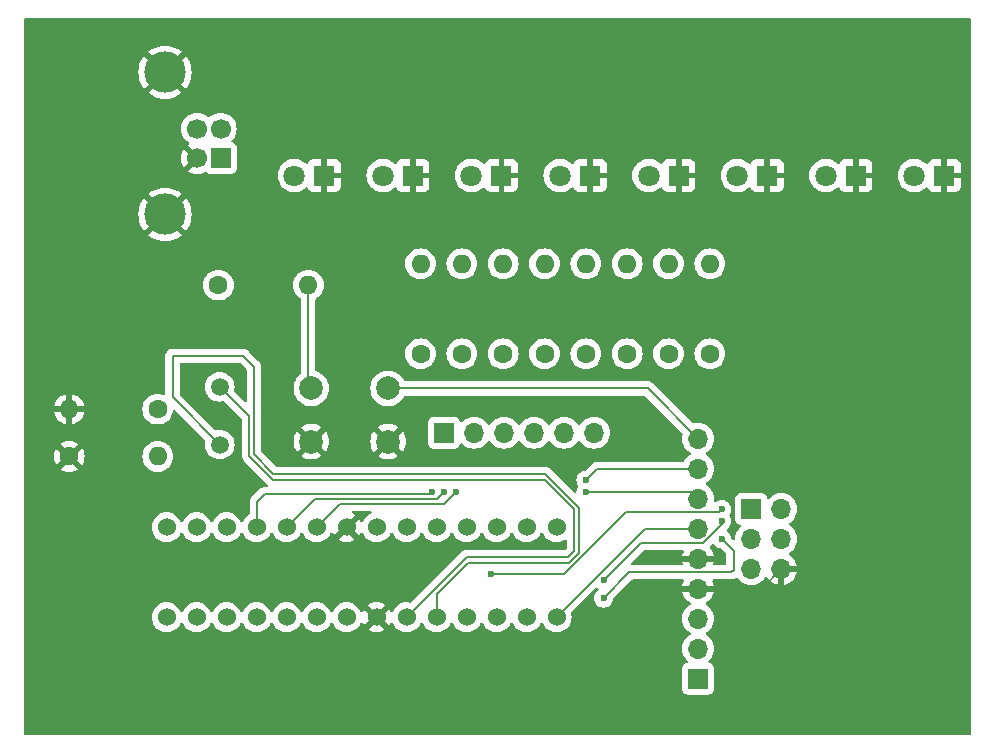
<source format=gbr>
%TF.GenerationSoftware,KiCad,Pcbnew,8.0.3*%
%TF.CreationDate,2024-06-16T11:30:52+03:00*%
%TF.ProjectId,AtmegaPCB,41746d65-6761-4504-9342-2e6b69636164,rev?*%
%TF.SameCoordinates,Original*%
%TF.FileFunction,Copper,L2,Bot*%
%TF.FilePolarity,Positive*%
%FSLAX46Y46*%
G04 Gerber Fmt 4.6, Leading zero omitted, Abs format (unit mm)*
G04 Created by KiCad (PCBNEW 8.0.3) date 2024-06-16 11:30:52*
%MOMM*%
%LPD*%
G01*
G04 APERTURE LIST*
%TA.AperFunction,Conductor*%
%ADD10C,0.200000*%
%TD*%
%TA.AperFunction,ComponentPad*%
%ADD11C,1.600000*%
%TD*%
%TA.AperFunction,ComponentPad*%
%ADD12O,1.600000X1.600000*%
%TD*%
%TA.AperFunction,ComponentPad*%
%ADD13R,1.800000X1.800000*%
%TD*%
%TA.AperFunction,ComponentPad*%
%ADD14C,1.800000*%
%TD*%
%TA.AperFunction,ComponentPad*%
%ADD15R,1.700000X1.700000*%
%TD*%
%TA.AperFunction,ComponentPad*%
%ADD16O,1.700000X1.700000*%
%TD*%
%TA.AperFunction,ComponentPad*%
%ADD17C,1.524000*%
%TD*%
%TA.AperFunction,ComponentPad*%
%ADD18C,2.000000*%
%TD*%
%TA.AperFunction,ComponentPad*%
%ADD19C,1.500000*%
%TD*%
%TA.AperFunction,ComponentPad*%
%ADD20C,1.700000*%
%TD*%
%TA.AperFunction,ComponentPad*%
%ADD21C,3.500000*%
%TD*%
%TA.AperFunction,ViaPad*%
%ADD22C,0.600000*%
%TD*%
G04 APERTURE END LIST*
%TO.N,GND*%
D10*
X103000000Y-83000000D02*
X183000000Y-83000000D01*
X183000000Y-143500000D01*
X103000000Y-143500000D01*
X103000000Y-83000000D01*
%TD*%
D11*
%TO.P,C1,1*%
%TO.N,Net-(U1-XTAL1{slash}PB6)*%
X114250000Y-116000000D03*
D12*
%TO.P,C1,2*%
%TO.N,GND*%
X106750000Y-116000000D03*
%TD*%
D13*
%TO.P,D1,1,K*%
%TO.N,GND*%
X180852500Y-96225000D03*
D14*
%TO.P,D1,2,A*%
%TO.N,Net-(D1-A)*%
X178312500Y-96225000D03*
%TD*%
D11*
%TO.P,R9,1*%
%TO.N,VCC*%
X119380000Y-105500000D03*
D12*
%TO.P,R9,2*%
%TO.N,Net-(J4-Pin_9)*%
X127000000Y-105500000D03*
%TD*%
D13*
%TO.P,D5,1,K*%
%TO.N,GND*%
X150852500Y-96225000D03*
D14*
%TO.P,D5,2,A*%
%TO.N,Net-(D5-A)*%
X148312500Y-96225000D03*
%TD*%
D11*
%TO.P,R2,1*%
%TO.N,Net-(U1-PD1)*%
X157500000Y-111310000D03*
D12*
%TO.P,R2,2*%
%TO.N,Net-(D2-A)*%
X157500000Y-103690000D03*
%TD*%
D11*
%TO.P,R4,1*%
%TO.N,Net-(U1-PD3)*%
X150500000Y-111310000D03*
D12*
%TO.P,R4,2*%
%TO.N,Net-(D4-A)*%
X150500000Y-103690000D03*
%TD*%
D11*
%TO.P,R3,1*%
%TO.N,Net-(U1-PD2)*%
X154000000Y-111310000D03*
D12*
%TO.P,R3,2*%
%TO.N,Net-(D3-A)*%
X154000000Y-103690000D03*
%TD*%
D15*
%TO.P,J4,1,Pin_1*%
%TO.N,VCC*%
X160000000Y-138820000D03*
D16*
%TO.P,J4,2,Pin_2*%
X160000000Y-136280000D03*
%TO.P,J4,3,Pin_3*%
X160000000Y-133740000D03*
%TO.P,J4,4,Pin_4*%
%TO.N,GND*%
X160000000Y-131200000D03*
%TO.P,J4,5,Pin_5*%
X160000000Y-128660000D03*
%TO.P,J4,6,Pin_6*%
%TO.N,Net-(J4-Pin_6)*%
X160000000Y-126120000D03*
%TO.P,J4,7,Pin_7*%
%TO.N,Net-(J4-Pin_7)*%
X160000000Y-123580000D03*
%TO.P,J4,8,Pin_8*%
%TO.N,Net-(J4-Pin_8)*%
X160000000Y-121040000D03*
%TO.P,J4,9,Pin_9*%
%TO.N,Net-(J4-Pin_9)*%
X160000000Y-118500000D03*
%TD*%
D17*
%TO.P,U1,1,~{RESET}/PC6*%
%TO.N,Net-(J4-Pin_9)*%
X115000000Y-133620000D03*
%TO.P,U1,2,PD0*%
%TO.N,Net-(U1-PD0)*%
X117540000Y-133620000D03*
%TO.P,U1,3,PD1*%
%TO.N,Net-(U1-PD1)*%
X120080000Y-133620000D03*
%TO.P,U1,4,PD2*%
%TO.N,Net-(U1-PD2)*%
X122620000Y-133620000D03*
%TO.P,U1,5,PD3*%
%TO.N,Net-(U1-PD3)*%
X125160000Y-133620000D03*
%TO.P,U1,6,PD4*%
%TO.N,Net-(U1-PD4)*%
X127700000Y-133620000D03*
%TO.P,U1,7,VCC*%
%TO.N,VCC*%
X130240000Y-133620000D03*
%TO.P,U1,8,GND*%
%TO.N,GND*%
X132780000Y-133620000D03*
%TO.P,U1,9,XTAL1/PB6*%
%TO.N,Net-(U1-XTAL1{slash}PB6)*%
X135320000Y-133620000D03*
%TO.P,U1,10,XTAL2/PB7*%
%TO.N,Net-(U1-XTAL2{slash}PB7)*%
X137860000Y-133620000D03*
%TO.P,U1,11,PD5*%
%TO.N,Net-(U1-PD5)*%
X140400000Y-133620000D03*
%TO.P,U1,12,PD6*%
%TO.N,Net-(U1-PD6)*%
X142940000Y-133620000D03*
%TO.P,U1,13,PD7*%
%TO.N,Net-(U1-PD7)*%
X145480000Y-133620000D03*
%TO.P,U1,14,PB0*%
%TO.N,Net-(J4-Pin_6)*%
X148020000Y-133620000D03*
%TO.P,U1,15,PB1*%
%TO.N,Net-(J4-Pin_7)*%
X148020000Y-126000000D03*
%TO.P,U1,16,PB2*%
%TO.N,Net-(J4-Pin_8)*%
X145480000Y-126000000D03*
%TO.P,U1,17,PB3*%
%TO.N,Net-(J1-MOSI)*%
X142940000Y-126000000D03*
%TO.P,U1,18,PB4*%
%TO.N,Net-(J1-MISO)*%
X140400000Y-126000000D03*
%TO.P,U1,19,PB5*%
%TO.N,Net-(J1-SCK)*%
X137860000Y-126000000D03*
%TO.P,U1,20,AVCC*%
%TO.N,VCC*%
X135320000Y-126000000D03*
%TO.P,U1,21,AREF*%
%TO.N,unconnected-(U1-AREF-Pad21)*%
X132780000Y-126000000D03*
%TO.P,U1,22,GND*%
%TO.N,GND*%
X130240000Y-126000000D03*
%TO.P,U1,23,PC0*%
%TO.N,Net-(J2-Pin_6)*%
X127700000Y-126000000D03*
%TO.P,U1,24,PC1*%
%TO.N,Net-(J2-Pin_5)*%
X125160000Y-126000000D03*
%TO.P,U1,25,PC2*%
%TO.N,Net-(J2-Pin_4)*%
X122620000Y-126000000D03*
%TO.P,U1,26,PC3*%
%TO.N,Net-(J2-Pin_3)*%
X120080000Y-126000000D03*
%TO.P,U1,27,PC4*%
%TO.N,Net-(J2-Pin_2)*%
X117540000Y-126000000D03*
%TO.P,U1,28,PC5*%
%TO.N,Net-(J2-Pin_1)*%
X115000000Y-126000000D03*
%TD*%
D15*
%TO.P,ISP,1,MISO*%
%TO.N,Net-(J1-MISO)*%
X164500000Y-124460000D03*
D16*
%TO.P,ISP,2,VCC*%
%TO.N,VCC*%
X167040000Y-124460000D03*
%TO.P,ISP,3,SCK*%
%TO.N,Net-(J1-SCK)*%
X164500000Y-127000000D03*
%TO.P,ISP,4,MOSI*%
%TO.N,Net-(J1-MOSI)*%
X167040000Y-127000000D03*
%TO.P,ISP,5,~{RST}*%
%TO.N,unconnected-(J1-~{RST}-Pad5)*%
X164500000Y-129540000D03*
%TO.P,ISP,6,GND*%
%TO.N,GND*%
X167040000Y-129540000D03*
%TD*%
D13*
%TO.P,D7,1,K*%
%TO.N,GND*%
X135852500Y-96225000D03*
D14*
%TO.P,D7,2,A*%
%TO.N,Net-(D7-A)*%
X133312500Y-96225000D03*
%TD*%
D11*
%TO.P,R8,1*%
%TO.N,Net-(U1-PD7)*%
X136500000Y-111310000D03*
D12*
%TO.P,R8,2*%
%TO.N,Net-(D8-A)*%
X136500000Y-103690000D03*
%TD*%
D11*
%TO.P,R5,1*%
%TO.N,Net-(U1-PD4)*%
X147000000Y-111310000D03*
D12*
%TO.P,R5,2*%
%TO.N,Net-(D5-A)*%
X147000000Y-103690000D03*
%TD*%
D13*
%TO.P,D4,1,K*%
%TO.N,GND*%
X158352500Y-96225000D03*
D14*
%TO.P,D4,2,A*%
%TO.N,Net-(D4-A)*%
X155812500Y-96225000D03*
%TD*%
D18*
%TO.P,RESET,1,1*%
%TO.N,Net-(J4-Pin_9)*%
X127250000Y-114250000D03*
X133750000Y-114250000D03*
%TO.P,RESET,2,2*%
%TO.N,GND*%
X127250000Y-118750000D03*
X133750000Y-118750000D03*
%TD*%
D11*
%TO.P,R6,1*%
%TO.N,Net-(U1-PD5)*%
X143500000Y-111310000D03*
D12*
%TO.P,R6,2*%
%TO.N,Net-(D6-A)*%
X143500000Y-103690000D03*
%TD*%
D13*
%TO.P,D3,1,K*%
%TO.N,GND*%
X165852500Y-96225000D03*
D14*
%TO.P,D3,2,A*%
%TO.N,Net-(D3-A)*%
X163312500Y-96225000D03*
%TD*%
D15*
%TO.P,J2,1,Pin_1*%
%TO.N,Net-(J2-Pin_1)*%
X138500000Y-118000000D03*
D16*
%TO.P,J2,2,Pin_2*%
%TO.N,Net-(J2-Pin_2)*%
X141040000Y-118000000D03*
%TO.P,J2,3,Pin_3*%
%TO.N,Net-(J2-Pin_3)*%
X143580000Y-118000000D03*
%TO.P,J2,4,Pin_4*%
%TO.N,Net-(J2-Pin_4)*%
X146120000Y-118000000D03*
%TO.P,J2,5,Pin_5*%
%TO.N,Net-(J2-Pin_5)*%
X148660000Y-118000000D03*
%TO.P,J2,6,Pin_6*%
%TO.N,Net-(J2-Pin_6)*%
X151200000Y-118000000D03*
%TD*%
D19*
%TO.P,Y1,1,1*%
%TO.N,Net-(U1-XTAL2{slash}PB7)*%
X119500000Y-119000000D03*
%TO.P,Y1,2,2*%
%TO.N,Net-(U1-XTAL1{slash}PB6)*%
X119500000Y-114120000D03*
%TD*%
D13*
%TO.P,D8,1,K*%
%TO.N,GND*%
X128352500Y-96225000D03*
D14*
%TO.P,D8,2,A*%
%TO.N,Net-(D8-A)*%
X125812500Y-96225000D03*
%TD*%
D13*
%TO.P,D2,1,K*%
%TO.N,GND*%
X173352500Y-96225000D03*
D14*
%TO.P,D2,2,A*%
%TO.N,Net-(D2-A)*%
X170812500Y-96225000D03*
%TD*%
D11*
%TO.P,R7,1*%
%TO.N,Net-(U1-PD6)*%
X140000000Y-111310000D03*
D12*
%TO.P,R7,2*%
%TO.N,Net-(D7-A)*%
X140000000Y-103690000D03*
%TD*%
D11*
%TO.P,C2,1*%
%TO.N,GND*%
X106750000Y-120000000D03*
D12*
%TO.P,C2,2*%
%TO.N,Net-(U1-XTAL2{slash}PB7)*%
X114250000Y-120000000D03*
%TD*%
D15*
%TO.P,J3,1,VBUS*%
%TO.N,VCC*%
X119577500Y-94750000D03*
D20*
%TO.P,J3,2,D-*%
%TO.N,unconnected-(J3-D--Pad2)*%
X119577500Y-92250000D03*
%TO.P,J3,3,D+*%
%TO.N,unconnected-(J3-D+-Pad3)*%
X117577500Y-92250000D03*
%TO.P,J3,4,GND*%
%TO.N,GND*%
X117577500Y-94750000D03*
D21*
%TO.P,J3,5,Shield*%
X114867500Y-99520000D03*
X114867500Y-87480000D03*
%TD*%
D11*
%TO.P,R1,1*%
%TO.N,Net-(U1-PD0)*%
X161000000Y-111310000D03*
D12*
%TO.P,R1,2*%
%TO.N,Net-(D1-A)*%
X161000000Y-103690000D03*
%TD*%
D13*
%TO.P,D6,1,K*%
%TO.N,GND*%
X143352500Y-96225000D03*
D14*
%TO.P,D6,2,A*%
%TO.N,Net-(D6-A)*%
X140812500Y-96225000D03*
%TD*%
D22*
%TO.N,Net-(J1-MISO)*%
X142500000Y-130000000D03*
X162000000Y-124500000D03*
%TO.N,Net-(J1-SCK)*%
X162000000Y-127000000D03*
X152000000Y-132000000D03*
%TO.N,Net-(J1-MOSI)*%
X162000000Y-125500000D03*
X152000000Y-130500000D03*
%TO.N,Net-(J2-Pin_5)*%
X138500000Y-123000000D03*
%TO.N,Net-(J2-Pin_6)*%
X139500000Y-123000000D03*
%TO.N,Net-(J2-Pin_4)*%
X137500000Y-123000000D03*
%TO.N,Net-(J4-Pin_7)*%
X150500000Y-123000000D03*
%TO.N,Net-(J4-Pin_8)*%
X150500000Y-122000000D03*
%TD*%
D10*
%TO.N,Net-(U1-XTAL1{slash}PB6)*%
X119500000Y-114120000D02*
X122000000Y-116620000D01*
X124000000Y-122000000D02*
X147000000Y-122000000D01*
X122000000Y-120000000D02*
X124000000Y-122000000D01*
X122000000Y-116620000D02*
X122000000Y-120000000D01*
X149000000Y-128500000D02*
X140440000Y-128500000D01*
X140440000Y-128500000D02*
X135320000Y-133620000D01*
X149500000Y-128000000D02*
X149000000Y-128500000D01*
X147000000Y-122000000D02*
X149500000Y-124500000D01*
X149500000Y-124500000D02*
X149500000Y-128000000D01*
%TO.N,GND*%
X160000000Y-131200000D02*
X165380000Y-131200000D01*
X165380000Y-131200000D02*
X167040000Y-129540000D01*
%TO.N,Net-(U1-XTAL2{slash}PB7)*%
X115500000Y-111500000D02*
X121500000Y-111500000D01*
X124032843Y-121467157D02*
X147032842Y-121467157D01*
X121500000Y-111500000D02*
X122400000Y-112400000D01*
X122400000Y-119834314D02*
X124032843Y-121467157D01*
X149782842Y-124217157D02*
X149900000Y-124334314D01*
X137860000Y-131645686D02*
X137860000Y-133620000D01*
X119500000Y-119000000D02*
X115500000Y-115000000D01*
X140502843Y-129002843D02*
X137860000Y-131645686D01*
X122400000Y-112400000D02*
X122400000Y-119834314D01*
X149900000Y-128165686D02*
X149062843Y-129002843D01*
X149062843Y-129002843D02*
X140502843Y-129002843D01*
X149900000Y-124334314D02*
X149900000Y-128165686D01*
X147032842Y-121467157D02*
X149782842Y-124217157D01*
X115500000Y-115000000D02*
X115500000Y-111500000D01*
%TO.N,Net-(J1-MISO)*%
X162000000Y-124500000D02*
X161770000Y-124730000D01*
X148631372Y-130000000D02*
X142500000Y-130000000D01*
X161770000Y-124730000D02*
X153901372Y-124730000D01*
X153901372Y-124730000D02*
X148631372Y-130000000D01*
%TO.N,Net-(J1-SCK)*%
X162810000Y-129810000D02*
X154190000Y-129810000D01*
X163000000Y-129620000D02*
X162810000Y-129810000D01*
X162000000Y-127000000D02*
X163000000Y-128000000D01*
X154190000Y-129810000D02*
X152000000Y-132000000D01*
X163000000Y-128000000D02*
X163000000Y-129620000D01*
%TO.N,Net-(J1-MOSI)*%
X162000000Y-125746346D02*
X160425398Y-127320948D01*
X162000000Y-125500000D02*
X162000000Y-125746346D01*
X160425398Y-127320948D02*
X155179052Y-127320948D01*
X155179052Y-127320948D02*
X152000000Y-130500000D01*
%TO.N,Net-(J2-Pin_5)*%
X125160000Y-126000000D02*
X127560000Y-123600000D01*
X137900000Y-123600000D02*
X138500000Y-123000000D01*
X127560000Y-123600000D02*
X137900000Y-123600000D01*
%TO.N,Net-(J2-Pin_6)*%
X127700000Y-126000000D02*
X129700000Y-124000000D01*
X129700000Y-124000000D02*
X138500000Y-124000000D01*
X138500000Y-124000000D02*
X139500000Y-123000000D01*
%TO.N,Net-(J2-Pin_4)*%
X137300000Y-123200000D02*
X137500000Y-123000000D01*
X122620000Y-126000000D02*
X122620000Y-123880000D01*
X122620000Y-123880000D02*
X123300000Y-123200000D01*
X123300000Y-123200000D02*
X137300000Y-123200000D01*
%TO.N,Net-(J4-Pin_9)*%
X127000000Y-114000000D02*
X127250000Y-114250000D01*
X160000000Y-118500000D02*
X155750000Y-114250000D01*
X155750000Y-114250000D02*
X133750000Y-114250000D01*
X127000000Y-105500000D02*
X127000000Y-114000000D01*
%TO.N,Net-(J4-Pin_7)*%
X159420000Y-123000000D02*
X150500000Y-123000000D01*
X160000000Y-123580000D02*
X159420000Y-123000000D01*
%TO.N,Net-(J4-Pin_6)*%
X160000000Y-126120000D02*
X155520000Y-126120000D01*
X155520000Y-126120000D02*
X148020000Y-133620000D01*
%TO.N,Net-(J4-Pin_8)*%
X160000000Y-121040000D02*
X151460000Y-121040000D01*
X151460000Y-121040000D02*
X150500000Y-122000000D01*
%TD*%
%TA.AperFunction,Conductor*%
%TO.N,GND*%
G36*
X160193039Y-130430185D02*
G01*
X160238794Y-130482989D01*
X160250000Y-130534500D01*
X160250000Y-130766988D01*
X160192993Y-130734075D01*
X160065826Y-130700000D01*
X159934174Y-130700000D01*
X159807007Y-130734075D01*
X159750000Y-130766988D01*
X159750000Y-130534500D01*
X159769685Y-130467461D01*
X159822489Y-130421706D01*
X159874000Y-130410500D01*
X160126000Y-130410500D01*
X160193039Y-130430185D01*
G37*
%TD.AperFunction*%
%TA.AperFunction,Conductor*%
G36*
X158727231Y-127941133D02*
G01*
X158772986Y-127993937D01*
X158782930Y-128063095D01*
X158772574Y-128097853D01*
X158726569Y-128196507D01*
X158726567Y-128196513D01*
X158669364Y-128409999D01*
X158669364Y-128410000D01*
X159566988Y-128410000D01*
X159534075Y-128467007D01*
X159500000Y-128594174D01*
X159500000Y-128725826D01*
X159534075Y-128852993D01*
X159566988Y-128910000D01*
X158669364Y-128910000D01*
X158707790Y-129053406D01*
X158706127Y-129123256D01*
X158666965Y-129181119D01*
X158602736Y-129208623D01*
X158588015Y-129209500D01*
X154439097Y-129209500D01*
X154372058Y-129189815D01*
X154326303Y-129137011D01*
X154316359Y-129067853D01*
X154345384Y-129004297D01*
X154351416Y-128997819D01*
X155391468Y-127957767D01*
X155452791Y-127924282D01*
X155479149Y-127921448D01*
X158660192Y-127921448D01*
X158727231Y-127941133D01*
G37*
%TD.AperFunction*%
%TA.AperFunction,Conductor*%
G36*
X159807007Y-129125925D02*
G01*
X159934174Y-129160000D01*
X160065826Y-129160000D01*
X160192993Y-129125925D01*
X160247343Y-129094545D01*
X160230315Y-129152539D01*
X160177511Y-129198294D01*
X160126000Y-129209500D01*
X159874000Y-129209500D01*
X159806961Y-129189815D01*
X159761206Y-129137011D01*
X159751868Y-129094091D01*
X159807007Y-129125925D01*
G37*
%TD.AperFunction*%
%TA.AperFunction,Conductor*%
G36*
X161284412Y-127413680D02*
G01*
X161340346Y-127455551D01*
X161346072Y-127463889D01*
X161351189Y-127472032D01*
X161370184Y-127502262D01*
X161497738Y-127629816D01*
X161650478Y-127725789D01*
X161820745Y-127785368D01*
X161907669Y-127795161D01*
X161972080Y-127822226D01*
X161981465Y-127830700D01*
X162363181Y-128212416D01*
X162396666Y-128273739D01*
X162399500Y-128300097D01*
X162399500Y-129085500D01*
X162379815Y-129152539D01*
X162327011Y-129198294D01*
X162275500Y-129209500D01*
X161411985Y-129209500D01*
X161344946Y-129189815D01*
X161299191Y-129137011D01*
X161289247Y-129067853D01*
X161292210Y-129053406D01*
X161330636Y-128910000D01*
X160433012Y-128910000D01*
X160465925Y-128852993D01*
X160500000Y-128725826D01*
X160500000Y-128594174D01*
X160465925Y-128467007D01*
X160433012Y-128410000D01*
X161330636Y-128410000D01*
X161330635Y-128409999D01*
X161273432Y-128196513D01*
X161273429Y-128196507D01*
X161173600Y-127982422D01*
X161173599Y-127982420D01*
X161038113Y-127788926D01*
X161038108Y-127788920D01*
X161010065Y-127760877D01*
X160976580Y-127699554D01*
X160981564Y-127629862D01*
X161010062Y-127585517D01*
X161153401Y-127442178D01*
X161214720Y-127408696D01*
X161284412Y-127413680D01*
G37*
%TD.AperFunction*%
%TA.AperFunction,Conductor*%
G36*
X132301619Y-124620185D02*
G01*
X132347374Y-124672989D01*
X132357318Y-124742147D01*
X132328293Y-124805703D01*
X132286986Y-124836881D01*
X132233777Y-124861693D01*
X132146340Y-124902465D01*
X132146338Y-124902466D01*
X131965377Y-125029175D01*
X131809175Y-125185377D01*
X131682467Y-125366337D01*
X131622105Y-125495782D01*
X131575932Y-125548221D01*
X131508738Y-125567372D01*
X131441857Y-125547156D01*
X131397341Y-125495780D01*
X131337098Y-125366589D01*
X131337097Y-125366587D01*
X131291741Y-125301811D01*
X131291740Y-125301810D01*
X130621000Y-125972551D01*
X130621000Y-125949840D01*
X130595036Y-125852939D01*
X130544876Y-125766060D01*
X130473940Y-125695124D01*
X130387061Y-125644964D01*
X130290160Y-125619000D01*
X130267446Y-125619000D01*
X130938188Y-124948258D01*
X130873411Y-124902901D01*
X130873409Y-124902900D01*
X130731832Y-124836882D01*
X130679393Y-124790710D01*
X130660241Y-124723516D01*
X130680457Y-124656635D01*
X130733622Y-124611301D01*
X130784237Y-124600500D01*
X132234580Y-124600500D01*
X132301619Y-124620185D01*
G37*
%TD.AperFunction*%
%TA.AperFunction,Conductor*%
G36*
X182943039Y-83019685D02*
G01*
X182988794Y-83072489D01*
X183000000Y-83124000D01*
X183000000Y-143376000D01*
X182980315Y-143443039D01*
X182927511Y-143488794D01*
X182876000Y-143500000D01*
X103124000Y-143500000D01*
X103056961Y-143480315D01*
X103011206Y-143427511D01*
X103000000Y-143376000D01*
X103000000Y-119999997D01*
X105445034Y-119999997D01*
X105445034Y-120000002D01*
X105464858Y-120226599D01*
X105464860Y-120226610D01*
X105523730Y-120446317D01*
X105523735Y-120446331D01*
X105619863Y-120652478D01*
X105670974Y-120725472D01*
X106350000Y-120046446D01*
X106350000Y-120052661D01*
X106377259Y-120154394D01*
X106429920Y-120245606D01*
X106504394Y-120320080D01*
X106595606Y-120372741D01*
X106697339Y-120400000D01*
X106703553Y-120400000D01*
X106024526Y-121079025D01*
X106097513Y-121130132D01*
X106097521Y-121130136D01*
X106303668Y-121226264D01*
X106303682Y-121226269D01*
X106523389Y-121285139D01*
X106523400Y-121285141D01*
X106749998Y-121304966D01*
X106750002Y-121304966D01*
X106976599Y-121285141D01*
X106976610Y-121285139D01*
X107196317Y-121226269D01*
X107196331Y-121226264D01*
X107402478Y-121130136D01*
X107475471Y-121079024D01*
X106796447Y-120400000D01*
X106802661Y-120400000D01*
X106904394Y-120372741D01*
X106995606Y-120320080D01*
X107070080Y-120245606D01*
X107122741Y-120154394D01*
X107150000Y-120052661D01*
X107150000Y-120046447D01*
X107829024Y-120725471D01*
X107880136Y-120652478D01*
X107976264Y-120446331D01*
X107976269Y-120446317D01*
X108035139Y-120226610D01*
X108035141Y-120226599D01*
X108054966Y-120000002D01*
X108054966Y-119999998D01*
X112944532Y-119999998D01*
X112944532Y-120000001D01*
X112964364Y-120226686D01*
X112964366Y-120226697D01*
X113023258Y-120446488D01*
X113023261Y-120446497D01*
X113119431Y-120652732D01*
X113119432Y-120652734D01*
X113249954Y-120839141D01*
X113410858Y-121000045D01*
X113410861Y-121000047D01*
X113597266Y-121130568D01*
X113803504Y-121226739D01*
X114023308Y-121285635D01*
X114185230Y-121299801D01*
X114249998Y-121305468D01*
X114250000Y-121305468D01*
X114250002Y-121305468D01*
X114306673Y-121300509D01*
X114476692Y-121285635D01*
X114696496Y-121226739D01*
X114902734Y-121130568D01*
X115089139Y-121000047D01*
X115250047Y-120839139D01*
X115380568Y-120652734D01*
X115476739Y-120446496D01*
X115535635Y-120226692D01*
X115555468Y-120000000D01*
X115535635Y-119773308D01*
X115476739Y-119553504D01*
X115380568Y-119347266D01*
X115261929Y-119177830D01*
X115250045Y-119160858D01*
X115089141Y-118999954D01*
X114902734Y-118869432D01*
X114902732Y-118869431D01*
X114696497Y-118773261D01*
X114696488Y-118773258D01*
X114476697Y-118714366D01*
X114476693Y-118714365D01*
X114476692Y-118714365D01*
X114476691Y-118714364D01*
X114476686Y-118714364D01*
X114250002Y-118694532D01*
X114249998Y-118694532D01*
X114023313Y-118714364D01*
X114023302Y-118714366D01*
X113803511Y-118773258D01*
X113803502Y-118773261D01*
X113597267Y-118869431D01*
X113597265Y-118869432D01*
X113410858Y-118999954D01*
X113249954Y-119160858D01*
X113119432Y-119347265D01*
X113119431Y-119347267D01*
X113023261Y-119553502D01*
X113023258Y-119553511D01*
X112964366Y-119773302D01*
X112964364Y-119773313D01*
X112944532Y-119999998D01*
X108054966Y-119999998D01*
X108054966Y-119999997D01*
X108035141Y-119773400D01*
X108035139Y-119773389D01*
X107976269Y-119553682D01*
X107976264Y-119553668D01*
X107880136Y-119347521D01*
X107880132Y-119347513D01*
X107829025Y-119274526D01*
X107150000Y-119953551D01*
X107150000Y-119947339D01*
X107122741Y-119845606D01*
X107070080Y-119754394D01*
X106995606Y-119679920D01*
X106904394Y-119627259D01*
X106802661Y-119600000D01*
X106796448Y-119600000D01*
X107475472Y-118920974D01*
X107402478Y-118869863D01*
X107196331Y-118773735D01*
X107196317Y-118773730D01*
X106976610Y-118714860D01*
X106976599Y-118714858D01*
X106750002Y-118695034D01*
X106749998Y-118695034D01*
X106523400Y-118714858D01*
X106523389Y-118714860D01*
X106303682Y-118773730D01*
X106303673Y-118773734D01*
X106097516Y-118869866D01*
X106097512Y-118869868D01*
X106024526Y-118920973D01*
X106024526Y-118920974D01*
X106703553Y-119600000D01*
X106697339Y-119600000D01*
X106595606Y-119627259D01*
X106504394Y-119679920D01*
X106429920Y-119754394D01*
X106377259Y-119845606D01*
X106350000Y-119947339D01*
X106350000Y-119953552D01*
X105670974Y-119274526D01*
X105670973Y-119274526D01*
X105619868Y-119347512D01*
X105619866Y-119347516D01*
X105523734Y-119553673D01*
X105523730Y-119553682D01*
X105464860Y-119773389D01*
X105464858Y-119773400D01*
X105445034Y-119999997D01*
X103000000Y-119999997D01*
X103000000Y-115749999D01*
X105471127Y-115749999D01*
X105471128Y-115750000D01*
X106434314Y-115750000D01*
X106429920Y-115754394D01*
X106377259Y-115845606D01*
X106350000Y-115947339D01*
X106350000Y-116052661D01*
X106377259Y-116154394D01*
X106429920Y-116245606D01*
X106434314Y-116250000D01*
X105471128Y-116250000D01*
X105523730Y-116446317D01*
X105523734Y-116446326D01*
X105619865Y-116652482D01*
X105750342Y-116838820D01*
X105911179Y-116999657D01*
X106097517Y-117130134D01*
X106303673Y-117226265D01*
X106303682Y-117226269D01*
X106499999Y-117278872D01*
X106500000Y-117278871D01*
X106500000Y-116315686D01*
X106504394Y-116320080D01*
X106595606Y-116372741D01*
X106697339Y-116400000D01*
X106802661Y-116400000D01*
X106904394Y-116372741D01*
X106995606Y-116320080D01*
X107000000Y-116315686D01*
X107000000Y-117278872D01*
X107196317Y-117226269D01*
X107196326Y-117226265D01*
X107402482Y-117130134D01*
X107588820Y-116999657D01*
X107749657Y-116838820D01*
X107880134Y-116652482D01*
X107976265Y-116446326D01*
X107976269Y-116446317D01*
X108028872Y-116250000D01*
X107065686Y-116250000D01*
X107070080Y-116245606D01*
X107122741Y-116154394D01*
X107150000Y-116052661D01*
X107150000Y-115999998D01*
X112944532Y-115999998D01*
X112944532Y-116000001D01*
X112964364Y-116226686D01*
X112964366Y-116226697D01*
X113023258Y-116446488D01*
X113023261Y-116446497D01*
X113119431Y-116652732D01*
X113119432Y-116652734D01*
X113249954Y-116839141D01*
X113410858Y-117000045D01*
X113410861Y-117000047D01*
X113597266Y-117130568D01*
X113803504Y-117226739D01*
X114023308Y-117285635D01*
X114185230Y-117299801D01*
X114249998Y-117305468D01*
X114250000Y-117305468D01*
X114250002Y-117305468D01*
X114306673Y-117300509D01*
X114476692Y-117285635D01*
X114696496Y-117226739D01*
X114902734Y-117130568D01*
X115089139Y-117000047D01*
X115250047Y-116839139D01*
X115380568Y-116652734D01*
X115476739Y-116446496D01*
X115535635Y-116226692D01*
X115539958Y-116177274D01*
X115565410Y-116112207D01*
X115622001Y-116071229D01*
X115691763Y-116067350D01*
X115751167Y-116100402D01*
X118248882Y-118598117D01*
X118282367Y-118659440D01*
X118280976Y-118717889D01*
X118263795Y-118782011D01*
X118263792Y-118782029D01*
X118244723Y-118999997D01*
X118244723Y-119000002D01*
X118248091Y-119038495D01*
X118262880Y-119207546D01*
X118263793Y-119217975D01*
X118263793Y-119217979D01*
X118320422Y-119429322D01*
X118320424Y-119429326D01*
X118320425Y-119429330D01*
X118337697Y-119466369D01*
X118412897Y-119627638D01*
X118437998Y-119663486D01*
X118538402Y-119806877D01*
X118693123Y-119961598D01*
X118872361Y-120087102D01*
X119070670Y-120179575D01*
X119282023Y-120236207D01*
X119464926Y-120252208D01*
X119499998Y-120255277D01*
X119500000Y-120255277D01*
X119500002Y-120255277D01*
X119528254Y-120252805D01*
X119717977Y-120236207D01*
X119929330Y-120179575D01*
X120127639Y-120087102D01*
X120306877Y-119961598D01*
X120461598Y-119806877D01*
X120587102Y-119627639D01*
X120679575Y-119429330D01*
X120736207Y-119217977D01*
X120755277Y-119000000D01*
X120755078Y-118997729D01*
X120746964Y-118904984D01*
X120736207Y-118782023D01*
X120696818Y-118635023D01*
X120679577Y-118570677D01*
X120679576Y-118570676D01*
X120679575Y-118570670D01*
X120587102Y-118372362D01*
X120587100Y-118372359D01*
X120587099Y-118372357D01*
X120461599Y-118193124D01*
X120404718Y-118136243D01*
X120306877Y-118038402D01*
X120127639Y-117912898D01*
X120127640Y-117912898D01*
X120127638Y-117912897D01*
X120028484Y-117866661D01*
X119929330Y-117820425D01*
X119929326Y-117820424D01*
X119929322Y-117820422D01*
X119717977Y-117763793D01*
X119500002Y-117744723D01*
X119499998Y-117744723D01*
X119282029Y-117763792D01*
X119282011Y-117763795D01*
X119217889Y-117780976D01*
X119148039Y-117779312D01*
X119098117Y-117748882D01*
X116136819Y-114787584D01*
X116103334Y-114726261D01*
X116100500Y-114699903D01*
X116100500Y-112224500D01*
X116120185Y-112157461D01*
X116172989Y-112111706D01*
X116224500Y-112100500D01*
X121199903Y-112100500D01*
X121266942Y-112120185D01*
X121287584Y-112136819D01*
X121763181Y-112612416D01*
X121796666Y-112673739D01*
X121799500Y-112700097D01*
X121799500Y-115270903D01*
X121779815Y-115337942D01*
X121727011Y-115383697D01*
X121657853Y-115393641D01*
X121594297Y-115364616D01*
X121587819Y-115358584D01*
X120751117Y-114521882D01*
X120717632Y-114460559D01*
X120719023Y-114402107D01*
X120736207Y-114337977D01*
X120755277Y-114120000D01*
X120736207Y-113902023D01*
X120698452Y-113761118D01*
X120679577Y-113690677D01*
X120679576Y-113690676D01*
X120679575Y-113690670D01*
X120587102Y-113492362D01*
X120587100Y-113492359D01*
X120587099Y-113492357D01*
X120461599Y-113313124D01*
X120461596Y-113313121D01*
X120306877Y-113158402D01*
X120127639Y-113032898D01*
X120127640Y-113032898D01*
X120127638Y-113032897D01*
X120028484Y-112986661D01*
X119929330Y-112940425D01*
X119929326Y-112940424D01*
X119929322Y-112940422D01*
X119717977Y-112883793D01*
X119500002Y-112864723D01*
X119499998Y-112864723D01*
X119354682Y-112877436D01*
X119282023Y-112883793D01*
X119282020Y-112883793D01*
X119070677Y-112940422D01*
X119070668Y-112940426D01*
X118872361Y-113032898D01*
X118872357Y-113032900D01*
X118693121Y-113158402D01*
X118538402Y-113313121D01*
X118412900Y-113492357D01*
X118412898Y-113492361D01*
X118320426Y-113690668D01*
X118320422Y-113690677D01*
X118263793Y-113902020D01*
X118263793Y-113902024D01*
X118244723Y-114119997D01*
X118244723Y-114120002D01*
X118263793Y-114337975D01*
X118263793Y-114337979D01*
X118320422Y-114549322D01*
X118320424Y-114549326D01*
X118320425Y-114549330D01*
X118366661Y-114648484D01*
X118412897Y-114747638D01*
X118412898Y-114747639D01*
X118538402Y-114926877D01*
X118693123Y-115081598D01*
X118872361Y-115207102D01*
X119070670Y-115299575D01*
X119282023Y-115356207D01*
X119452450Y-115371117D01*
X119499998Y-115375277D01*
X119500000Y-115375277D01*
X119500002Y-115375277D01*
X119528254Y-115372805D01*
X119717977Y-115356207D01*
X119782108Y-115339023D01*
X119851957Y-115340686D01*
X119901882Y-115371117D01*
X121363181Y-116832416D01*
X121396666Y-116893739D01*
X121399500Y-116920097D01*
X121399500Y-119913330D01*
X121399499Y-119913348D01*
X121399499Y-120079054D01*
X121399498Y-120079054D01*
X121440423Y-120231785D01*
X121458365Y-120262861D01*
X121458364Y-120262861D01*
X121458365Y-120262862D01*
X121519475Y-120368709D01*
X121519481Y-120368717D01*
X121638349Y-120487585D01*
X121638355Y-120487590D01*
X123515139Y-122364374D01*
X123515160Y-122364397D01*
X123538582Y-122387819D01*
X123572067Y-122449142D01*
X123567083Y-122518834D01*
X123525211Y-122574767D01*
X123459747Y-122599184D01*
X123450901Y-122599500D01*
X123379057Y-122599500D01*
X123220942Y-122599500D01*
X123068215Y-122640423D01*
X123068214Y-122640423D01*
X123068212Y-122640424D01*
X123068209Y-122640425D01*
X123018096Y-122669359D01*
X123018095Y-122669360D01*
X122974689Y-122694420D01*
X122931285Y-122719479D01*
X122931282Y-122719481D01*
X122139479Y-123511284D01*
X122120921Y-123543430D01*
X122106322Y-123568716D01*
X122060423Y-123648215D01*
X122019499Y-123800943D01*
X122019499Y-123800945D01*
X122019499Y-123969046D01*
X122019500Y-123969059D01*
X122019500Y-124814695D01*
X121999815Y-124881734D01*
X121966623Y-124916270D01*
X121805378Y-125029174D01*
X121649175Y-125185377D01*
X121522466Y-125366338D01*
X121522465Y-125366340D01*
X121462382Y-125495189D01*
X121416209Y-125547628D01*
X121349016Y-125566780D01*
X121282135Y-125546564D01*
X121237618Y-125495189D01*
X121182304Y-125376569D01*
X121177534Y-125366339D01*
X121050826Y-125185380D01*
X120894620Y-125029174D01*
X120894616Y-125029171D01*
X120894615Y-125029170D01*
X120713666Y-124902468D01*
X120713662Y-124902466D01*
X120669202Y-124881734D01*
X120513450Y-124809106D01*
X120513447Y-124809105D01*
X120513445Y-124809104D01*
X120300070Y-124751930D01*
X120300062Y-124751929D01*
X120080002Y-124732677D01*
X120079998Y-124732677D01*
X119859937Y-124751929D01*
X119859929Y-124751930D01*
X119646554Y-124809104D01*
X119646548Y-124809107D01*
X119446340Y-124902465D01*
X119446338Y-124902466D01*
X119265377Y-125029175D01*
X119109175Y-125185377D01*
X118982466Y-125366338D01*
X118982465Y-125366340D01*
X118922382Y-125495189D01*
X118876209Y-125547628D01*
X118809016Y-125566780D01*
X118742135Y-125546564D01*
X118697618Y-125495189D01*
X118642304Y-125376569D01*
X118637534Y-125366339D01*
X118510826Y-125185380D01*
X118354620Y-125029174D01*
X118354616Y-125029171D01*
X118354615Y-125029170D01*
X118173666Y-124902468D01*
X118173662Y-124902466D01*
X118129202Y-124881734D01*
X117973450Y-124809106D01*
X117973447Y-124809105D01*
X117973445Y-124809104D01*
X117760070Y-124751930D01*
X117760062Y-124751929D01*
X117540002Y-124732677D01*
X117539998Y-124732677D01*
X117319937Y-124751929D01*
X117319929Y-124751930D01*
X117106554Y-124809104D01*
X117106548Y-124809107D01*
X116906340Y-124902465D01*
X116906338Y-124902466D01*
X116725377Y-125029175D01*
X116569175Y-125185377D01*
X116442466Y-125366338D01*
X116442465Y-125366340D01*
X116382382Y-125495189D01*
X116336209Y-125547628D01*
X116269016Y-125566780D01*
X116202135Y-125546564D01*
X116157618Y-125495189D01*
X116102304Y-125376569D01*
X116097534Y-125366339D01*
X115970826Y-125185380D01*
X115814620Y-125029174D01*
X115814616Y-125029171D01*
X115814615Y-125029170D01*
X115633666Y-124902468D01*
X115633662Y-124902466D01*
X115589202Y-124881734D01*
X115433450Y-124809106D01*
X115433447Y-124809105D01*
X115433445Y-124809104D01*
X115220070Y-124751930D01*
X115220062Y-124751929D01*
X115000002Y-124732677D01*
X114999998Y-124732677D01*
X114779937Y-124751929D01*
X114779929Y-124751930D01*
X114566554Y-124809104D01*
X114566548Y-124809107D01*
X114366340Y-124902465D01*
X114366338Y-124902466D01*
X114185377Y-125029175D01*
X114029175Y-125185377D01*
X113902466Y-125366338D01*
X113902465Y-125366340D01*
X113809107Y-125566548D01*
X113809104Y-125566554D01*
X113751930Y-125779929D01*
X113751929Y-125779937D01*
X113732677Y-125999997D01*
X113732677Y-126000002D01*
X113751929Y-126220062D01*
X113751930Y-126220070D01*
X113809104Y-126433445D01*
X113809105Y-126433447D01*
X113809106Y-126433450D01*
X113839084Y-126497738D01*
X113902466Y-126633662D01*
X113902468Y-126633666D01*
X114029170Y-126814615D01*
X114029175Y-126814621D01*
X114185378Y-126970824D01*
X114185384Y-126970829D01*
X114366333Y-127097531D01*
X114366335Y-127097532D01*
X114366338Y-127097534D01*
X114566550Y-127190894D01*
X114779932Y-127248070D01*
X114937123Y-127261822D01*
X114999998Y-127267323D01*
X115000000Y-127267323D01*
X115000002Y-127267323D01*
X115055017Y-127262509D01*
X115220068Y-127248070D01*
X115433450Y-127190894D01*
X115633662Y-127097534D01*
X115814620Y-126970826D01*
X115970826Y-126814620D01*
X116097534Y-126633662D01*
X116157618Y-126504811D01*
X116203790Y-126452371D01*
X116270983Y-126433219D01*
X116337865Y-126453435D01*
X116382382Y-126504811D01*
X116442464Y-126633658D01*
X116442468Y-126633666D01*
X116569170Y-126814615D01*
X116569175Y-126814621D01*
X116725378Y-126970824D01*
X116725384Y-126970829D01*
X116906333Y-127097531D01*
X116906335Y-127097532D01*
X116906338Y-127097534D01*
X117106550Y-127190894D01*
X117319932Y-127248070D01*
X117477123Y-127261822D01*
X117539998Y-127267323D01*
X117540000Y-127267323D01*
X117540002Y-127267323D01*
X117595017Y-127262509D01*
X117760068Y-127248070D01*
X117973450Y-127190894D01*
X118173662Y-127097534D01*
X118354620Y-126970826D01*
X118510826Y-126814620D01*
X118637534Y-126633662D01*
X118697618Y-126504811D01*
X118743790Y-126452371D01*
X118810983Y-126433219D01*
X118877865Y-126453435D01*
X118922382Y-126504811D01*
X118982464Y-126633658D01*
X118982468Y-126633666D01*
X119109170Y-126814615D01*
X119109175Y-126814621D01*
X119265378Y-126970824D01*
X119265384Y-126970829D01*
X119446333Y-127097531D01*
X119446335Y-127097532D01*
X119446338Y-127097534D01*
X119646550Y-127190894D01*
X119859932Y-127248070D01*
X120017123Y-127261822D01*
X120079998Y-127267323D01*
X120080000Y-127267323D01*
X120080002Y-127267323D01*
X120135017Y-127262509D01*
X120300068Y-127248070D01*
X120513450Y-127190894D01*
X120713662Y-127097534D01*
X120894620Y-126970826D01*
X121050826Y-126814620D01*
X121177534Y-126633662D01*
X121237618Y-126504811D01*
X121283790Y-126452371D01*
X121350983Y-126433219D01*
X121417865Y-126453435D01*
X121462382Y-126504811D01*
X121522464Y-126633658D01*
X121522468Y-126633666D01*
X121649170Y-126814615D01*
X121649175Y-126814621D01*
X121805378Y-126970824D01*
X121805384Y-126970829D01*
X121986333Y-127097531D01*
X121986335Y-127097532D01*
X121986338Y-127097534D01*
X122186550Y-127190894D01*
X122399932Y-127248070D01*
X122557123Y-127261822D01*
X122619998Y-127267323D01*
X122620000Y-127267323D01*
X122620002Y-127267323D01*
X122675017Y-127262509D01*
X122840068Y-127248070D01*
X123053450Y-127190894D01*
X123253662Y-127097534D01*
X123434620Y-126970826D01*
X123590826Y-126814620D01*
X123717534Y-126633662D01*
X123777618Y-126504811D01*
X123823790Y-126452371D01*
X123890983Y-126433219D01*
X123957865Y-126453435D01*
X124002382Y-126504811D01*
X124062464Y-126633658D01*
X124062468Y-126633666D01*
X124189170Y-126814615D01*
X124189175Y-126814621D01*
X124345378Y-126970824D01*
X124345384Y-126970829D01*
X124526333Y-127097531D01*
X124526335Y-127097532D01*
X124526338Y-127097534D01*
X124726550Y-127190894D01*
X124939932Y-127248070D01*
X125097123Y-127261822D01*
X125159998Y-127267323D01*
X125160000Y-127267323D01*
X125160002Y-127267323D01*
X125215017Y-127262509D01*
X125380068Y-127248070D01*
X125593450Y-127190894D01*
X125793662Y-127097534D01*
X125974620Y-126970826D01*
X126130826Y-126814620D01*
X126257534Y-126633662D01*
X126317618Y-126504811D01*
X126363790Y-126452371D01*
X126430983Y-126433219D01*
X126497865Y-126453435D01*
X126542382Y-126504811D01*
X126602464Y-126633658D01*
X126602468Y-126633666D01*
X126729170Y-126814615D01*
X126729175Y-126814621D01*
X126885378Y-126970824D01*
X126885384Y-126970829D01*
X127066333Y-127097531D01*
X127066335Y-127097532D01*
X127066338Y-127097534D01*
X127266550Y-127190894D01*
X127479932Y-127248070D01*
X127637123Y-127261822D01*
X127699998Y-127267323D01*
X127700000Y-127267323D01*
X127700002Y-127267323D01*
X127755017Y-127262509D01*
X127920068Y-127248070D01*
X128133450Y-127190894D01*
X128333662Y-127097534D01*
X128514620Y-126970826D01*
X128670826Y-126814620D01*
X128797534Y-126633662D01*
X128857894Y-126504218D01*
X128904066Y-126451779D01*
X128971259Y-126432627D01*
X129038141Y-126452843D01*
X129082658Y-126504219D01*
X129142898Y-126633405D01*
X129142901Y-126633411D01*
X129188258Y-126698187D01*
X129188258Y-126698188D01*
X129859000Y-126027446D01*
X129859000Y-126050160D01*
X129884964Y-126147061D01*
X129935124Y-126233940D01*
X130006060Y-126304876D01*
X130092939Y-126355036D01*
X130189840Y-126381000D01*
X130212553Y-126381000D01*
X129541810Y-127051740D01*
X129606590Y-127097099D01*
X129606592Y-127097100D01*
X129806715Y-127190419D01*
X129806729Y-127190424D01*
X130020013Y-127247573D01*
X130020023Y-127247575D01*
X130239999Y-127266821D01*
X130240001Y-127266821D01*
X130459976Y-127247575D01*
X130459986Y-127247573D01*
X130673270Y-127190424D01*
X130673284Y-127190419D01*
X130873407Y-127097100D01*
X130873417Y-127097094D01*
X130938188Y-127051741D01*
X130267448Y-126381000D01*
X130290160Y-126381000D01*
X130387061Y-126355036D01*
X130473940Y-126304876D01*
X130544876Y-126233940D01*
X130595036Y-126147061D01*
X130621000Y-126050160D01*
X130621000Y-126027447D01*
X131291741Y-126698188D01*
X131337094Y-126633417D01*
X131337095Y-126633416D01*
X131397340Y-126504219D01*
X131443512Y-126451780D01*
X131510706Y-126432627D01*
X131577587Y-126452842D01*
X131622105Y-126504218D01*
X131682466Y-126633662D01*
X131682468Y-126633666D01*
X131809170Y-126814615D01*
X131809175Y-126814621D01*
X131965378Y-126970824D01*
X131965384Y-126970829D01*
X132146333Y-127097531D01*
X132146335Y-127097532D01*
X132146338Y-127097534D01*
X132346550Y-127190894D01*
X132559932Y-127248070D01*
X132717123Y-127261822D01*
X132779998Y-127267323D01*
X132780000Y-127267323D01*
X132780002Y-127267323D01*
X132835017Y-127262509D01*
X133000068Y-127248070D01*
X133213450Y-127190894D01*
X133413662Y-127097534D01*
X133594620Y-126970826D01*
X133750826Y-126814620D01*
X133877534Y-126633662D01*
X133937618Y-126504811D01*
X133983790Y-126452371D01*
X134050983Y-126433219D01*
X134117865Y-126453435D01*
X134162382Y-126504811D01*
X134222464Y-126633658D01*
X134222468Y-126633666D01*
X134349170Y-126814615D01*
X134349175Y-126814621D01*
X134505378Y-126970824D01*
X134505384Y-126970829D01*
X134686333Y-127097531D01*
X134686335Y-127097532D01*
X134686338Y-127097534D01*
X134886550Y-127190894D01*
X135099932Y-127248070D01*
X135257123Y-127261822D01*
X135319998Y-127267323D01*
X135320000Y-127267323D01*
X135320002Y-127267323D01*
X135375017Y-127262509D01*
X135540068Y-127248070D01*
X135753450Y-127190894D01*
X135953662Y-127097534D01*
X136134620Y-126970826D01*
X136290826Y-126814620D01*
X136417534Y-126633662D01*
X136477618Y-126504811D01*
X136523790Y-126452371D01*
X136590983Y-126433219D01*
X136657865Y-126453435D01*
X136702382Y-126504811D01*
X136762464Y-126633658D01*
X136762468Y-126633666D01*
X136889170Y-126814615D01*
X136889175Y-126814621D01*
X137045378Y-126970824D01*
X137045384Y-126970829D01*
X137226333Y-127097531D01*
X137226335Y-127097532D01*
X137226338Y-127097534D01*
X137426550Y-127190894D01*
X137639932Y-127248070D01*
X137797123Y-127261822D01*
X137859998Y-127267323D01*
X137860000Y-127267323D01*
X137860002Y-127267323D01*
X137915017Y-127262509D01*
X138080068Y-127248070D01*
X138293450Y-127190894D01*
X138493662Y-127097534D01*
X138674620Y-126970826D01*
X138830826Y-126814620D01*
X138957534Y-126633662D01*
X139017618Y-126504811D01*
X139063790Y-126452371D01*
X139130983Y-126433219D01*
X139197865Y-126453435D01*
X139242382Y-126504811D01*
X139302464Y-126633658D01*
X139302468Y-126633666D01*
X139429170Y-126814615D01*
X139429175Y-126814621D01*
X139585378Y-126970824D01*
X139585384Y-126970829D01*
X139766333Y-127097531D01*
X139766335Y-127097532D01*
X139766338Y-127097534D01*
X139966550Y-127190894D01*
X140179932Y-127248070D01*
X140337123Y-127261822D01*
X140399998Y-127267323D01*
X140400000Y-127267323D01*
X140400002Y-127267323D01*
X140455017Y-127262509D01*
X140620068Y-127248070D01*
X140833450Y-127190894D01*
X141033662Y-127097534D01*
X141214620Y-126970826D01*
X141370826Y-126814620D01*
X141497534Y-126633662D01*
X141557618Y-126504811D01*
X141603790Y-126452371D01*
X141670983Y-126433219D01*
X141737865Y-126453435D01*
X141782382Y-126504811D01*
X141842464Y-126633658D01*
X141842468Y-126633666D01*
X141969170Y-126814615D01*
X141969175Y-126814621D01*
X142125378Y-126970824D01*
X142125384Y-126970829D01*
X142306333Y-127097531D01*
X142306335Y-127097532D01*
X142306338Y-127097534D01*
X142506550Y-127190894D01*
X142719932Y-127248070D01*
X142877123Y-127261822D01*
X142939998Y-127267323D01*
X142940000Y-127267323D01*
X142940002Y-127267323D01*
X142995017Y-127262509D01*
X143160068Y-127248070D01*
X143373450Y-127190894D01*
X143573662Y-127097534D01*
X143754620Y-126970826D01*
X143910826Y-126814620D01*
X144037534Y-126633662D01*
X144097618Y-126504811D01*
X144143790Y-126452371D01*
X144210983Y-126433219D01*
X144277865Y-126453435D01*
X144322382Y-126504811D01*
X144382464Y-126633658D01*
X144382468Y-126633666D01*
X144509170Y-126814615D01*
X144509175Y-126814621D01*
X144665378Y-126970824D01*
X144665384Y-126970829D01*
X144846333Y-127097531D01*
X144846335Y-127097532D01*
X144846338Y-127097534D01*
X145046550Y-127190894D01*
X145259932Y-127248070D01*
X145417123Y-127261822D01*
X145479998Y-127267323D01*
X145480000Y-127267323D01*
X145480002Y-127267323D01*
X145535017Y-127262509D01*
X145700068Y-127248070D01*
X145913450Y-127190894D01*
X146113662Y-127097534D01*
X146294620Y-126970826D01*
X146450826Y-126814620D01*
X146577534Y-126633662D01*
X146637618Y-126504811D01*
X146683790Y-126452371D01*
X146750983Y-126433219D01*
X146817865Y-126453435D01*
X146862382Y-126504811D01*
X146922464Y-126633658D01*
X146922468Y-126633666D01*
X147049170Y-126814615D01*
X147049175Y-126814621D01*
X147205378Y-126970824D01*
X147205384Y-126970829D01*
X147386333Y-127097531D01*
X147386335Y-127097532D01*
X147386338Y-127097534D01*
X147586550Y-127190894D01*
X147799932Y-127248070D01*
X147957123Y-127261822D01*
X148019998Y-127267323D01*
X148020000Y-127267323D01*
X148020002Y-127267323D01*
X148075017Y-127262509D01*
X148240068Y-127248070D01*
X148453450Y-127190894D01*
X148653662Y-127097534D01*
X148704377Y-127062022D01*
X148770582Y-127039696D01*
X148838350Y-127056706D01*
X148886163Y-127107654D01*
X148899500Y-127163598D01*
X148899500Y-127699901D01*
X148879815Y-127766940D01*
X148863182Y-127787582D01*
X148787584Y-127863181D01*
X148726261Y-127896666D01*
X148699902Y-127899500D01*
X140360940Y-127899500D01*
X140320019Y-127910464D01*
X140320019Y-127910465D01*
X140282751Y-127920451D01*
X140208214Y-127940423D01*
X140208209Y-127940426D01*
X140071290Y-128019475D01*
X140071282Y-128019481D01*
X139959478Y-128131286D01*
X135731679Y-132359084D01*
X135670356Y-132392569D01*
X135611906Y-132391178D01*
X135540076Y-132371932D01*
X135540073Y-132371931D01*
X135540068Y-132371930D01*
X135540065Y-132371929D01*
X135540062Y-132371929D01*
X135320002Y-132352677D01*
X135319998Y-132352677D01*
X135099937Y-132371929D01*
X135099929Y-132371930D01*
X134886554Y-132429104D01*
X134886548Y-132429107D01*
X134686340Y-132522465D01*
X134686338Y-132522466D01*
X134505377Y-132649175D01*
X134349175Y-132805377D01*
X134222467Y-132986337D01*
X134162105Y-133115782D01*
X134115932Y-133168221D01*
X134048738Y-133187372D01*
X133981857Y-133167156D01*
X133937341Y-133115780D01*
X133877098Y-132986589D01*
X133877097Y-132986587D01*
X133831741Y-132921811D01*
X133831740Y-132921810D01*
X133161000Y-133592551D01*
X133161000Y-133569840D01*
X133135036Y-133472939D01*
X133084876Y-133386060D01*
X133013940Y-133315124D01*
X132927061Y-133264964D01*
X132830160Y-133239000D01*
X132807448Y-133239000D01*
X133478188Y-132568259D01*
X133478187Y-132568258D01*
X133413411Y-132522901D01*
X133413405Y-132522898D01*
X133213284Y-132429580D01*
X133213270Y-132429575D01*
X132999986Y-132372426D01*
X132999976Y-132372424D01*
X132780001Y-132353179D01*
X132779999Y-132353179D01*
X132560023Y-132372424D01*
X132560013Y-132372426D01*
X132346729Y-132429575D01*
X132346720Y-132429579D01*
X132146590Y-132522901D01*
X132081811Y-132568258D01*
X132752553Y-133239000D01*
X132729840Y-133239000D01*
X132632939Y-133264964D01*
X132546060Y-133315124D01*
X132475124Y-133386060D01*
X132424964Y-133472939D01*
X132399000Y-133569840D01*
X132399000Y-133592553D01*
X131728258Y-132921811D01*
X131682901Y-132986590D01*
X131622658Y-133115781D01*
X131576485Y-133168220D01*
X131509292Y-133187372D01*
X131442411Y-133167156D01*
X131397894Y-133115781D01*
X131337651Y-132986590D01*
X131337534Y-132986339D01*
X131210826Y-132805380D01*
X131054620Y-132649174D01*
X131054616Y-132649171D01*
X131054615Y-132649170D01*
X130873666Y-132522468D01*
X130873662Y-132522466D01*
X130873660Y-132522465D01*
X130673450Y-132429106D01*
X130673447Y-132429105D01*
X130673445Y-132429104D01*
X130460070Y-132371930D01*
X130460062Y-132371929D01*
X130240002Y-132352677D01*
X130239998Y-132352677D01*
X130019937Y-132371929D01*
X130019929Y-132371930D01*
X129806554Y-132429104D01*
X129806548Y-132429107D01*
X129606340Y-132522465D01*
X129606338Y-132522466D01*
X129425377Y-132649175D01*
X129269175Y-132805377D01*
X129142466Y-132986338D01*
X129142465Y-132986340D01*
X129082382Y-133115189D01*
X129036209Y-133167628D01*
X128969016Y-133186780D01*
X128902135Y-133166564D01*
X128857618Y-133115189D01*
X128797651Y-132986590D01*
X128797534Y-132986339D01*
X128670826Y-132805380D01*
X128514620Y-132649174D01*
X128514616Y-132649171D01*
X128514615Y-132649170D01*
X128333666Y-132522468D01*
X128333662Y-132522466D01*
X128333660Y-132522465D01*
X128133450Y-132429106D01*
X128133447Y-132429105D01*
X128133445Y-132429104D01*
X127920070Y-132371930D01*
X127920062Y-132371929D01*
X127700002Y-132352677D01*
X127699998Y-132352677D01*
X127479937Y-132371929D01*
X127479929Y-132371930D01*
X127266554Y-132429104D01*
X127266548Y-132429107D01*
X127066340Y-132522465D01*
X127066338Y-132522466D01*
X126885377Y-132649175D01*
X126729175Y-132805377D01*
X126602466Y-132986338D01*
X126602465Y-132986340D01*
X126542382Y-133115189D01*
X126496209Y-133167628D01*
X126429016Y-133186780D01*
X126362135Y-133166564D01*
X126317618Y-133115189D01*
X126257651Y-132986590D01*
X126257534Y-132986339D01*
X126130826Y-132805380D01*
X125974620Y-132649174D01*
X125974616Y-132649171D01*
X125974615Y-132649170D01*
X125793666Y-132522468D01*
X125793662Y-132522466D01*
X125793660Y-132522465D01*
X125593450Y-132429106D01*
X125593447Y-132429105D01*
X125593445Y-132429104D01*
X125380070Y-132371930D01*
X125380062Y-132371929D01*
X125160002Y-132352677D01*
X125159998Y-132352677D01*
X124939937Y-132371929D01*
X124939929Y-132371930D01*
X124726554Y-132429104D01*
X124726548Y-132429107D01*
X124526340Y-132522465D01*
X124526338Y-132522466D01*
X124345377Y-132649175D01*
X124189175Y-132805377D01*
X124062466Y-132986338D01*
X124062465Y-132986340D01*
X124002382Y-133115189D01*
X123956209Y-133167628D01*
X123889016Y-133186780D01*
X123822135Y-133166564D01*
X123777618Y-133115189D01*
X123717651Y-132986590D01*
X123717534Y-132986339D01*
X123590826Y-132805380D01*
X123434620Y-132649174D01*
X123434616Y-132649171D01*
X123434615Y-132649170D01*
X123253666Y-132522468D01*
X123253662Y-132522466D01*
X123253660Y-132522465D01*
X123053450Y-132429106D01*
X123053447Y-132429105D01*
X123053445Y-132429104D01*
X122840070Y-132371930D01*
X122840062Y-132371929D01*
X122620002Y-132352677D01*
X122619998Y-132352677D01*
X122399937Y-132371929D01*
X122399929Y-132371930D01*
X122186554Y-132429104D01*
X122186548Y-132429107D01*
X121986340Y-132522465D01*
X121986338Y-132522466D01*
X121805377Y-132649175D01*
X121649175Y-132805377D01*
X121522466Y-132986338D01*
X121522465Y-132986340D01*
X121462382Y-133115189D01*
X121416209Y-133167628D01*
X121349016Y-133186780D01*
X121282135Y-133166564D01*
X121237618Y-133115189D01*
X121177651Y-132986590D01*
X121177534Y-132986339D01*
X121050826Y-132805380D01*
X120894620Y-132649174D01*
X120894616Y-132649171D01*
X120894615Y-132649170D01*
X120713666Y-132522468D01*
X120713662Y-132522466D01*
X120713660Y-132522465D01*
X120513450Y-132429106D01*
X120513447Y-132429105D01*
X120513445Y-132429104D01*
X120300070Y-132371930D01*
X120300062Y-132371929D01*
X120080002Y-132352677D01*
X120079998Y-132352677D01*
X119859937Y-132371929D01*
X119859929Y-132371930D01*
X119646554Y-132429104D01*
X119646548Y-132429107D01*
X119446340Y-132522465D01*
X119446338Y-132522466D01*
X119265377Y-132649175D01*
X119109175Y-132805377D01*
X118982466Y-132986338D01*
X118982465Y-132986340D01*
X118922382Y-133115189D01*
X118876209Y-133167628D01*
X118809016Y-133186780D01*
X118742135Y-133166564D01*
X118697618Y-133115189D01*
X118637651Y-132986590D01*
X118637534Y-132986339D01*
X118510826Y-132805380D01*
X118354620Y-132649174D01*
X118354616Y-132649171D01*
X118354615Y-132649170D01*
X118173666Y-132522468D01*
X118173662Y-132522466D01*
X118173660Y-132522465D01*
X117973450Y-132429106D01*
X117973447Y-132429105D01*
X117973445Y-132429104D01*
X117760070Y-132371930D01*
X117760062Y-132371929D01*
X117540002Y-132352677D01*
X117539998Y-132352677D01*
X117319937Y-132371929D01*
X117319929Y-132371930D01*
X117106554Y-132429104D01*
X117106548Y-132429107D01*
X116906340Y-132522465D01*
X116906338Y-132522466D01*
X116725377Y-132649175D01*
X116569175Y-132805377D01*
X116442466Y-132986338D01*
X116442465Y-132986340D01*
X116382382Y-133115189D01*
X116336209Y-133167628D01*
X116269016Y-133186780D01*
X116202135Y-133166564D01*
X116157618Y-133115189D01*
X116097651Y-132986590D01*
X116097534Y-132986339D01*
X115970826Y-132805380D01*
X115814620Y-132649174D01*
X115814616Y-132649171D01*
X115814615Y-132649170D01*
X115633666Y-132522468D01*
X115633662Y-132522466D01*
X115633660Y-132522465D01*
X115433450Y-132429106D01*
X115433447Y-132429105D01*
X115433445Y-132429104D01*
X115220070Y-132371930D01*
X115220062Y-132371929D01*
X115000002Y-132352677D01*
X114999998Y-132352677D01*
X114779937Y-132371929D01*
X114779929Y-132371930D01*
X114566554Y-132429104D01*
X114566548Y-132429107D01*
X114366340Y-132522465D01*
X114366338Y-132522466D01*
X114185377Y-132649175D01*
X114029175Y-132805377D01*
X113902466Y-132986338D01*
X113902465Y-132986340D01*
X113809107Y-133186548D01*
X113809104Y-133186554D01*
X113751930Y-133399929D01*
X113751929Y-133399937D01*
X113732677Y-133619997D01*
X113732677Y-133620002D01*
X113751929Y-133840062D01*
X113751930Y-133840070D01*
X113809104Y-134053445D01*
X113809105Y-134053447D01*
X113809106Y-134053450D01*
X113879151Y-134203663D01*
X113902466Y-134253662D01*
X113902468Y-134253666D01*
X114029170Y-134434615D01*
X114029175Y-134434621D01*
X114185378Y-134590824D01*
X114185384Y-134590829D01*
X114366333Y-134717531D01*
X114366335Y-134717532D01*
X114366338Y-134717534D01*
X114566550Y-134810894D01*
X114779932Y-134868070D01*
X114937123Y-134881822D01*
X114999998Y-134887323D01*
X115000000Y-134887323D01*
X115000002Y-134887323D01*
X115055017Y-134882509D01*
X115220068Y-134868070D01*
X115433450Y-134810894D01*
X115633662Y-134717534D01*
X115814620Y-134590826D01*
X115970826Y-134434620D01*
X116097534Y-134253662D01*
X116157618Y-134124811D01*
X116203790Y-134072371D01*
X116270983Y-134053219D01*
X116337865Y-134073435D01*
X116382382Y-134124811D01*
X116442464Y-134253658D01*
X116442468Y-134253666D01*
X116569170Y-134434615D01*
X116569175Y-134434621D01*
X116725378Y-134590824D01*
X116725384Y-134590829D01*
X116906333Y-134717531D01*
X116906335Y-134717532D01*
X116906338Y-134717534D01*
X117106550Y-134810894D01*
X117319932Y-134868070D01*
X117477123Y-134881822D01*
X117539998Y-134887323D01*
X117540000Y-134887323D01*
X117540002Y-134887323D01*
X117595017Y-134882509D01*
X117760068Y-134868070D01*
X117973450Y-134810894D01*
X118173662Y-134717534D01*
X118354620Y-134590826D01*
X118510826Y-134434620D01*
X118637534Y-134253662D01*
X118697618Y-134124811D01*
X118743790Y-134072371D01*
X118810983Y-134053219D01*
X118877865Y-134073435D01*
X118922382Y-134124811D01*
X118982464Y-134253658D01*
X118982468Y-134253666D01*
X119109170Y-134434615D01*
X119109175Y-134434621D01*
X119265378Y-134590824D01*
X119265384Y-134590829D01*
X119446333Y-134717531D01*
X119446335Y-134717532D01*
X119446338Y-134717534D01*
X119646550Y-134810894D01*
X119859932Y-134868070D01*
X120017123Y-134881822D01*
X120079998Y-134887323D01*
X120080000Y-134887323D01*
X120080002Y-134887323D01*
X120135017Y-134882509D01*
X120300068Y-134868070D01*
X120513450Y-134810894D01*
X120713662Y-134717534D01*
X120894620Y-134590826D01*
X121050826Y-134434620D01*
X121177534Y-134253662D01*
X121237618Y-134124811D01*
X121283790Y-134072371D01*
X121350983Y-134053219D01*
X121417865Y-134073435D01*
X121462382Y-134124811D01*
X121522464Y-134253658D01*
X121522468Y-134253666D01*
X121649170Y-134434615D01*
X121649175Y-134434621D01*
X121805378Y-134590824D01*
X121805384Y-134590829D01*
X121986333Y-134717531D01*
X121986335Y-134717532D01*
X121986338Y-134717534D01*
X122186550Y-134810894D01*
X122399932Y-134868070D01*
X122557123Y-134881822D01*
X122619998Y-134887323D01*
X122620000Y-134887323D01*
X122620002Y-134887323D01*
X122675017Y-134882509D01*
X122840068Y-134868070D01*
X123053450Y-134810894D01*
X123253662Y-134717534D01*
X123434620Y-134590826D01*
X123590826Y-134434620D01*
X123717534Y-134253662D01*
X123777618Y-134124811D01*
X123823790Y-134072371D01*
X123890983Y-134053219D01*
X123957865Y-134073435D01*
X124002382Y-134124811D01*
X124062464Y-134253658D01*
X124062468Y-134253666D01*
X124189170Y-134434615D01*
X124189175Y-134434621D01*
X124345378Y-134590824D01*
X124345384Y-134590829D01*
X124526333Y-134717531D01*
X124526335Y-134717532D01*
X124526338Y-134717534D01*
X124726550Y-134810894D01*
X124939932Y-134868070D01*
X125097123Y-134881822D01*
X125159998Y-134887323D01*
X125160000Y-134887323D01*
X125160002Y-134887323D01*
X125215017Y-134882509D01*
X125380068Y-134868070D01*
X125593450Y-134810894D01*
X125793662Y-134717534D01*
X125974620Y-134590826D01*
X126130826Y-134434620D01*
X126257534Y-134253662D01*
X126317618Y-134124811D01*
X126363790Y-134072371D01*
X126430983Y-134053219D01*
X126497865Y-134073435D01*
X126542382Y-134124811D01*
X126602464Y-134253658D01*
X126602468Y-134253666D01*
X126729170Y-134434615D01*
X126729175Y-134434621D01*
X126885378Y-134590824D01*
X126885384Y-134590829D01*
X127066333Y-134717531D01*
X127066335Y-134717532D01*
X127066338Y-134717534D01*
X127266550Y-134810894D01*
X127479932Y-134868070D01*
X127637123Y-134881822D01*
X127699998Y-134887323D01*
X127700000Y-134887323D01*
X127700002Y-134887323D01*
X127755017Y-134882509D01*
X127920068Y-134868070D01*
X128133450Y-134810894D01*
X128333662Y-134717534D01*
X128514620Y-134590826D01*
X128670826Y-134434620D01*
X128797534Y-134253662D01*
X128857618Y-134124811D01*
X128903790Y-134072371D01*
X128970983Y-134053219D01*
X129037865Y-134073435D01*
X129082382Y-134124811D01*
X129142464Y-134253658D01*
X129142468Y-134253666D01*
X129269170Y-134434615D01*
X129269175Y-134434621D01*
X129425378Y-134590824D01*
X129425384Y-134590829D01*
X129606333Y-134717531D01*
X129606335Y-134717532D01*
X129606338Y-134717534D01*
X129806550Y-134810894D01*
X130019932Y-134868070D01*
X130177123Y-134881822D01*
X130239998Y-134887323D01*
X130240000Y-134887323D01*
X130240002Y-134887323D01*
X130295017Y-134882509D01*
X130460068Y-134868070D01*
X130673450Y-134810894D01*
X130873662Y-134717534D01*
X131054620Y-134590826D01*
X131210826Y-134434620D01*
X131337534Y-134253662D01*
X131397894Y-134124218D01*
X131444066Y-134071779D01*
X131511259Y-134052627D01*
X131578141Y-134072843D01*
X131622658Y-134124219D01*
X131682898Y-134253405D01*
X131682901Y-134253411D01*
X131728258Y-134318187D01*
X131728259Y-134318188D01*
X132399000Y-133647447D01*
X132399000Y-133670160D01*
X132424964Y-133767061D01*
X132475124Y-133853940D01*
X132546060Y-133924876D01*
X132632939Y-133975036D01*
X132729840Y-134001000D01*
X132752553Y-134001000D01*
X132081810Y-134671740D01*
X132146590Y-134717099D01*
X132146592Y-134717100D01*
X132346715Y-134810419D01*
X132346729Y-134810424D01*
X132560013Y-134867573D01*
X132560023Y-134867575D01*
X132779999Y-134886821D01*
X132780001Y-134886821D01*
X132999976Y-134867575D01*
X132999986Y-134867573D01*
X133213270Y-134810424D01*
X133213284Y-134810419D01*
X133413407Y-134717100D01*
X133413417Y-134717094D01*
X133478188Y-134671741D01*
X132807448Y-134001000D01*
X132830160Y-134001000D01*
X132927061Y-133975036D01*
X133013940Y-133924876D01*
X133084876Y-133853940D01*
X133135036Y-133767061D01*
X133161000Y-133670160D01*
X133161000Y-133647447D01*
X133831741Y-134318188D01*
X133877094Y-134253417D01*
X133877095Y-134253416D01*
X133937340Y-134124219D01*
X133983512Y-134071780D01*
X134050706Y-134052627D01*
X134117587Y-134072842D01*
X134162105Y-134124218D01*
X134222466Y-134253662D01*
X134222468Y-134253666D01*
X134349170Y-134434615D01*
X134349175Y-134434621D01*
X134505378Y-134590824D01*
X134505384Y-134590829D01*
X134686333Y-134717531D01*
X134686335Y-134717532D01*
X134686338Y-134717534D01*
X134886550Y-134810894D01*
X135099932Y-134868070D01*
X135257123Y-134881822D01*
X135319998Y-134887323D01*
X135320000Y-134887323D01*
X135320002Y-134887323D01*
X135375017Y-134882509D01*
X135540068Y-134868070D01*
X135753450Y-134810894D01*
X135953662Y-134717534D01*
X136134620Y-134590826D01*
X136290826Y-134434620D01*
X136417534Y-134253662D01*
X136477618Y-134124811D01*
X136523790Y-134072371D01*
X136590983Y-134053219D01*
X136657865Y-134073435D01*
X136702382Y-134124811D01*
X136762464Y-134253658D01*
X136762468Y-134253666D01*
X136889170Y-134434615D01*
X136889175Y-134434621D01*
X137045378Y-134590824D01*
X137045384Y-134590829D01*
X137226333Y-134717531D01*
X137226335Y-134717532D01*
X137226338Y-134717534D01*
X137426550Y-134810894D01*
X137639932Y-134868070D01*
X137797123Y-134881822D01*
X137859998Y-134887323D01*
X137860000Y-134887323D01*
X137860002Y-134887323D01*
X137915017Y-134882509D01*
X138080068Y-134868070D01*
X138293450Y-134810894D01*
X138493662Y-134717534D01*
X138674620Y-134590826D01*
X138830826Y-134434620D01*
X138957534Y-134253662D01*
X139017618Y-134124811D01*
X139063790Y-134072371D01*
X139130983Y-134053219D01*
X139197865Y-134073435D01*
X139242382Y-134124811D01*
X139302464Y-134253658D01*
X139302468Y-134253666D01*
X139429170Y-134434615D01*
X139429175Y-134434621D01*
X139585378Y-134590824D01*
X139585384Y-134590829D01*
X139766333Y-134717531D01*
X139766335Y-134717532D01*
X139766338Y-134717534D01*
X139966550Y-134810894D01*
X140179932Y-134868070D01*
X140337123Y-134881822D01*
X140399998Y-134887323D01*
X140400000Y-134887323D01*
X140400002Y-134887323D01*
X140455017Y-134882509D01*
X140620068Y-134868070D01*
X140833450Y-134810894D01*
X141033662Y-134717534D01*
X141214620Y-134590826D01*
X141370826Y-134434620D01*
X141497534Y-134253662D01*
X141557618Y-134124811D01*
X141603790Y-134072371D01*
X141670983Y-134053219D01*
X141737865Y-134073435D01*
X141782382Y-134124811D01*
X141842464Y-134253658D01*
X141842468Y-134253666D01*
X141969170Y-134434615D01*
X141969175Y-134434621D01*
X142125378Y-134590824D01*
X142125384Y-134590829D01*
X142306333Y-134717531D01*
X142306335Y-134717532D01*
X142306338Y-134717534D01*
X142506550Y-134810894D01*
X142719932Y-134868070D01*
X142877123Y-134881822D01*
X142939998Y-134887323D01*
X142940000Y-134887323D01*
X142940002Y-134887323D01*
X142995017Y-134882509D01*
X143160068Y-134868070D01*
X143373450Y-134810894D01*
X143573662Y-134717534D01*
X143754620Y-134590826D01*
X143910826Y-134434620D01*
X144037534Y-134253662D01*
X144097618Y-134124811D01*
X144143790Y-134072371D01*
X144210983Y-134053219D01*
X144277865Y-134073435D01*
X144322382Y-134124811D01*
X144382464Y-134253658D01*
X144382468Y-134253666D01*
X144509170Y-134434615D01*
X144509175Y-134434621D01*
X144665378Y-134590824D01*
X144665384Y-134590829D01*
X144846333Y-134717531D01*
X144846335Y-134717532D01*
X144846338Y-134717534D01*
X145046550Y-134810894D01*
X145259932Y-134868070D01*
X145417123Y-134881822D01*
X145479998Y-134887323D01*
X145480000Y-134887323D01*
X145480002Y-134887323D01*
X145535017Y-134882509D01*
X145700068Y-134868070D01*
X145913450Y-134810894D01*
X146113662Y-134717534D01*
X146294620Y-134590826D01*
X146450826Y-134434620D01*
X146577534Y-134253662D01*
X146637618Y-134124811D01*
X146683790Y-134072371D01*
X146750983Y-134053219D01*
X146817865Y-134073435D01*
X146862382Y-134124811D01*
X146922464Y-134253658D01*
X146922468Y-134253666D01*
X147049170Y-134434615D01*
X147049175Y-134434621D01*
X147205378Y-134590824D01*
X147205384Y-134590829D01*
X147386333Y-134717531D01*
X147386335Y-134717532D01*
X147386338Y-134717534D01*
X147586550Y-134810894D01*
X147799932Y-134868070D01*
X147957123Y-134881822D01*
X148019998Y-134887323D01*
X148020000Y-134887323D01*
X148020002Y-134887323D01*
X148075017Y-134882509D01*
X148240068Y-134868070D01*
X148453450Y-134810894D01*
X148653662Y-134717534D01*
X148834620Y-134590826D01*
X148990826Y-134434620D01*
X149117534Y-134253662D01*
X149210894Y-134053450D01*
X149268070Y-133840068D01*
X149287323Y-133620000D01*
X149268070Y-133399932D01*
X149248821Y-133328095D01*
X149250482Y-133258245D01*
X149280912Y-133208321D01*
X151342871Y-131146362D01*
X151404192Y-131112879D01*
X151473884Y-131117863D01*
X151496524Y-131129053D01*
X151521915Y-131145008D01*
X151568205Y-131197343D01*
X151578852Y-131266397D01*
X151550476Y-131330245D01*
X151521913Y-131354994D01*
X151497737Y-131370184D01*
X151370184Y-131497737D01*
X151274211Y-131650476D01*
X151214631Y-131820745D01*
X151214630Y-131820750D01*
X151194435Y-131999996D01*
X151194435Y-132000003D01*
X151214630Y-132179249D01*
X151214631Y-132179254D01*
X151274211Y-132349523D01*
X151324514Y-132429579D01*
X151370184Y-132502262D01*
X151497738Y-132629816D01*
X151650478Y-132725789D01*
X151820745Y-132785368D01*
X151820750Y-132785369D01*
X151999996Y-132805565D01*
X152000000Y-132805565D01*
X152000004Y-132805565D01*
X152179249Y-132785369D01*
X152179252Y-132785368D01*
X152179255Y-132785368D01*
X152349522Y-132725789D01*
X152502262Y-132629816D01*
X152629816Y-132502262D01*
X152725789Y-132349522D01*
X152785368Y-132179255D01*
X152795161Y-132092329D01*
X152822226Y-132027918D01*
X152830690Y-132018543D01*
X154402417Y-130446819D01*
X154463740Y-130413334D01*
X154490098Y-130410500D01*
X158683949Y-130410500D01*
X158750988Y-130430185D01*
X158796743Y-130482989D01*
X158806687Y-130552147D01*
X158796331Y-130586905D01*
X158726570Y-130736507D01*
X158726567Y-130736513D01*
X158669364Y-130949999D01*
X158669364Y-130950000D01*
X159566988Y-130950000D01*
X159534075Y-131007007D01*
X159500000Y-131134174D01*
X159500000Y-131265826D01*
X159534075Y-131392993D01*
X159566988Y-131450000D01*
X158669364Y-131450000D01*
X158726567Y-131663486D01*
X158726570Y-131663492D01*
X158826399Y-131877578D01*
X158961894Y-132071082D01*
X159128917Y-132238105D01*
X159314595Y-132368119D01*
X159358219Y-132422696D01*
X159365412Y-132492195D01*
X159333890Y-132554549D01*
X159314595Y-132571269D01*
X159128594Y-132701508D01*
X158961505Y-132868597D01*
X158825965Y-133062169D01*
X158825964Y-133062171D01*
X158726098Y-133276335D01*
X158726094Y-133276344D01*
X158664938Y-133504586D01*
X158664936Y-133504596D01*
X158644341Y-133739999D01*
X158644341Y-133740000D01*
X158664936Y-133975403D01*
X158664938Y-133975413D01*
X158726094Y-134203655D01*
X158726096Y-134203659D01*
X158726097Y-134203663D01*
X158749412Y-134253662D01*
X158825965Y-134417830D01*
X158825967Y-134417834D01*
X158961501Y-134611395D01*
X158961506Y-134611402D01*
X159128597Y-134778493D01*
X159128603Y-134778498D01*
X159314158Y-134908425D01*
X159357783Y-134963002D01*
X159364977Y-135032500D01*
X159333454Y-135094855D01*
X159314158Y-135111575D01*
X159128597Y-135241505D01*
X158961505Y-135408597D01*
X158825965Y-135602169D01*
X158825964Y-135602171D01*
X158726098Y-135816335D01*
X158726094Y-135816344D01*
X158664938Y-136044586D01*
X158664936Y-136044596D01*
X158644341Y-136279999D01*
X158644341Y-136280000D01*
X158664936Y-136515403D01*
X158664938Y-136515413D01*
X158726094Y-136743655D01*
X158726096Y-136743659D01*
X158726097Y-136743663D01*
X158825965Y-136957830D01*
X158825967Y-136957834D01*
X158934281Y-137112521D01*
X158961501Y-137151396D01*
X158961506Y-137151402D01*
X159083430Y-137273326D01*
X159116915Y-137334649D01*
X159111931Y-137404341D01*
X159070059Y-137460274D01*
X159039083Y-137477189D01*
X158907669Y-137526203D01*
X158907664Y-137526206D01*
X158792455Y-137612452D01*
X158792452Y-137612455D01*
X158706206Y-137727664D01*
X158706202Y-137727671D01*
X158655908Y-137862517D01*
X158649501Y-137922116D01*
X158649501Y-137922123D01*
X158649500Y-137922135D01*
X158649500Y-139717870D01*
X158649501Y-139717876D01*
X158655908Y-139777483D01*
X158706202Y-139912328D01*
X158706206Y-139912335D01*
X158792452Y-140027544D01*
X158792455Y-140027547D01*
X158907664Y-140113793D01*
X158907671Y-140113797D01*
X159042517Y-140164091D01*
X159042516Y-140164091D01*
X159049444Y-140164835D01*
X159102127Y-140170500D01*
X160897872Y-140170499D01*
X160957483Y-140164091D01*
X161092331Y-140113796D01*
X161207546Y-140027546D01*
X161293796Y-139912331D01*
X161344091Y-139777483D01*
X161350500Y-139717873D01*
X161350499Y-137922128D01*
X161344091Y-137862517D01*
X161293796Y-137727669D01*
X161293795Y-137727668D01*
X161293793Y-137727664D01*
X161207547Y-137612455D01*
X161207544Y-137612452D01*
X161092335Y-137526206D01*
X161092328Y-137526202D01*
X160960917Y-137477189D01*
X160904983Y-137435318D01*
X160880566Y-137369853D01*
X160895418Y-137301580D01*
X160916563Y-137273332D01*
X161038495Y-137151401D01*
X161174035Y-136957830D01*
X161273903Y-136743663D01*
X161335063Y-136515408D01*
X161355659Y-136280000D01*
X161335063Y-136044592D01*
X161273903Y-135816337D01*
X161174035Y-135602171D01*
X161038495Y-135408599D01*
X161038494Y-135408597D01*
X160871402Y-135241506D01*
X160871396Y-135241501D01*
X160685842Y-135111575D01*
X160642217Y-135056998D01*
X160635023Y-134987500D01*
X160666546Y-134925145D01*
X160685842Y-134908425D01*
X160744182Y-134867575D01*
X160871401Y-134778495D01*
X161038495Y-134611401D01*
X161174035Y-134417830D01*
X161273903Y-134203663D01*
X161335063Y-133975408D01*
X161355659Y-133740000D01*
X161335063Y-133504592D01*
X161273903Y-133276337D01*
X161174035Y-133062171D01*
X161121113Y-132986589D01*
X161038494Y-132868597D01*
X160871402Y-132701506D01*
X160871401Y-132701505D01*
X160685405Y-132571269D01*
X160641781Y-132516692D01*
X160634588Y-132447193D01*
X160666110Y-132384839D01*
X160685405Y-132368119D01*
X160871082Y-132238105D01*
X161038105Y-132071082D01*
X161173600Y-131877578D01*
X161273429Y-131663492D01*
X161273432Y-131663486D01*
X161330636Y-131450000D01*
X160433012Y-131450000D01*
X160465925Y-131392993D01*
X160500000Y-131265826D01*
X160500000Y-131134174D01*
X160465925Y-131007007D01*
X160433012Y-130950000D01*
X161330636Y-130950000D01*
X161330635Y-130949999D01*
X161273432Y-130736513D01*
X161273429Y-130736507D01*
X161203669Y-130586905D01*
X161193177Y-130517827D01*
X161221697Y-130454043D01*
X161280173Y-130415804D01*
X161316051Y-130410500D01*
X162723331Y-130410500D01*
X162723347Y-130410501D01*
X162730943Y-130410501D01*
X162889054Y-130410501D01*
X162889057Y-130410501D01*
X163041785Y-130369577D01*
X163126364Y-130320745D01*
X163178716Y-130290520D01*
X163190765Y-130278470D01*
X163252083Y-130244987D01*
X163321775Y-130249969D01*
X163377710Y-130291839D01*
X163380020Y-130295029D01*
X163424464Y-130358501D01*
X163461505Y-130411401D01*
X163628599Y-130578495D01*
X163701893Y-130629816D01*
X163822165Y-130714032D01*
X163822167Y-130714033D01*
X163822170Y-130714035D01*
X164036337Y-130813903D01*
X164264592Y-130875063D01*
X164452918Y-130891539D01*
X164499999Y-130895659D01*
X164500000Y-130895659D01*
X164500001Y-130895659D01*
X164539234Y-130892226D01*
X164735408Y-130875063D01*
X164963663Y-130813903D01*
X165177830Y-130714035D01*
X165371401Y-130578495D01*
X165538495Y-130411401D01*
X165668730Y-130225405D01*
X165723307Y-130181781D01*
X165792805Y-130174587D01*
X165855160Y-130206110D01*
X165871879Y-130225405D01*
X166001890Y-130411078D01*
X166168917Y-130578105D01*
X166362421Y-130713600D01*
X166576507Y-130813429D01*
X166576516Y-130813433D01*
X166790000Y-130870634D01*
X166790000Y-129973012D01*
X166847007Y-130005925D01*
X166974174Y-130040000D01*
X167105826Y-130040000D01*
X167232993Y-130005925D01*
X167290000Y-129973012D01*
X167290000Y-130870633D01*
X167503483Y-130813433D01*
X167503492Y-130813429D01*
X167717578Y-130713600D01*
X167911082Y-130578105D01*
X168078105Y-130411082D01*
X168213600Y-130217578D01*
X168313429Y-130003492D01*
X168313432Y-130003486D01*
X168370636Y-129790000D01*
X167473012Y-129790000D01*
X167505925Y-129732993D01*
X167540000Y-129605826D01*
X167540000Y-129474174D01*
X167505925Y-129347007D01*
X167473012Y-129290000D01*
X168370636Y-129290000D01*
X168370635Y-129289999D01*
X168313432Y-129076513D01*
X168313429Y-129076507D01*
X168213600Y-128862422D01*
X168213599Y-128862420D01*
X168078113Y-128668926D01*
X168078108Y-128668920D01*
X167911078Y-128501890D01*
X167725405Y-128371879D01*
X167681780Y-128317302D01*
X167674588Y-128247804D01*
X167706110Y-128185449D01*
X167725406Y-128168730D01*
X167737874Y-128160000D01*
X167911401Y-128038495D01*
X168078495Y-127871401D01*
X168214035Y-127677830D01*
X168313903Y-127463663D01*
X168375063Y-127235408D01*
X168395659Y-127000000D01*
X168375063Y-126764592D01*
X168313903Y-126536337D01*
X168214035Y-126322171D01*
X168208425Y-126314158D01*
X168078494Y-126128597D01*
X167911402Y-125961506D01*
X167911396Y-125961501D01*
X167725842Y-125831575D01*
X167682217Y-125776998D01*
X167675023Y-125707500D01*
X167706546Y-125645145D01*
X167725842Y-125628425D01*
X167748026Y-125612891D01*
X167911401Y-125498495D01*
X168078495Y-125331401D01*
X168214035Y-125137830D01*
X168313903Y-124923663D01*
X168375063Y-124695408D01*
X168395659Y-124460000D01*
X168375063Y-124224592D01*
X168316413Y-124005703D01*
X168313905Y-123996344D01*
X168313904Y-123996343D01*
X168313903Y-123996337D01*
X168214035Y-123782171D01*
X168208462Y-123774211D01*
X168078494Y-123588597D01*
X167911402Y-123421506D01*
X167911395Y-123421501D01*
X167717834Y-123285967D01*
X167717830Y-123285965D01*
X167717828Y-123285964D01*
X167503663Y-123186097D01*
X167503659Y-123186096D01*
X167503655Y-123186094D01*
X167275413Y-123124938D01*
X167275403Y-123124936D01*
X167040001Y-123104341D01*
X167039999Y-123104341D01*
X166804596Y-123124936D01*
X166804586Y-123124938D01*
X166576344Y-123186094D01*
X166576335Y-123186098D01*
X166362171Y-123285964D01*
X166362169Y-123285965D01*
X166168600Y-123421503D01*
X166046673Y-123543430D01*
X165985350Y-123576914D01*
X165915658Y-123571930D01*
X165859725Y-123530058D01*
X165842810Y-123499081D01*
X165793797Y-123367671D01*
X165793793Y-123367664D01*
X165707547Y-123252455D01*
X165707544Y-123252452D01*
X165592335Y-123166206D01*
X165592328Y-123166202D01*
X165457482Y-123115908D01*
X165457483Y-123115908D01*
X165397883Y-123109501D01*
X165397881Y-123109500D01*
X165397873Y-123109500D01*
X165397864Y-123109500D01*
X163602129Y-123109500D01*
X163602123Y-123109501D01*
X163542516Y-123115908D01*
X163407671Y-123166202D01*
X163407664Y-123166206D01*
X163292455Y-123252452D01*
X163292452Y-123252455D01*
X163206206Y-123367664D01*
X163206202Y-123367671D01*
X163155908Y-123502517D01*
X163149501Y-123562116D01*
X163149500Y-123562135D01*
X163149500Y-125357870D01*
X163149501Y-125357876D01*
X163155908Y-125417483D01*
X163206202Y-125552328D01*
X163206206Y-125552335D01*
X163292452Y-125667544D01*
X163292455Y-125667547D01*
X163407664Y-125753793D01*
X163407671Y-125753797D01*
X163539081Y-125802810D01*
X163595015Y-125844681D01*
X163619432Y-125910145D01*
X163604580Y-125978418D01*
X163583430Y-126006673D01*
X163461503Y-126128600D01*
X163325965Y-126322169D01*
X163325964Y-126322171D01*
X163226098Y-126536335D01*
X163226094Y-126536344D01*
X163164938Y-126764586D01*
X163164936Y-126764596D01*
X163143869Y-127005394D01*
X163141566Y-127005192D01*
X163124656Y-127062783D01*
X163071852Y-127108538D01*
X163002694Y-127118482D01*
X162939138Y-127089457D01*
X162932660Y-127083425D01*
X162830700Y-126981465D01*
X162797215Y-126920142D01*
X162795163Y-126907686D01*
X162785368Y-126820745D01*
X162725789Y-126650478D01*
X162629816Y-126497738D01*
X162502262Y-126370184D01*
X162502259Y-126370182D01*
X162478085Y-126354992D01*
X162431794Y-126302657D01*
X162421147Y-126233603D01*
X162449523Y-126169755D01*
X162478085Y-126145006D01*
X162502262Y-126129816D01*
X162629816Y-126002262D01*
X162725789Y-125849522D01*
X162785368Y-125679255D01*
X162786687Y-125667547D01*
X162805565Y-125500003D01*
X162805565Y-125499996D01*
X162785369Y-125320750D01*
X162785368Y-125320745D01*
X162725788Y-125150475D01*
X162672691Y-125065973D01*
X162653690Y-124998736D01*
X162672691Y-124934027D01*
X162725788Y-124849524D01*
X162741122Y-124805703D01*
X162785368Y-124679255D01*
X162793025Y-124611301D01*
X162805565Y-124500003D01*
X162805565Y-124499996D01*
X162785369Y-124320750D01*
X162785368Y-124320745D01*
X162760431Y-124249480D01*
X162725789Y-124150478D01*
X162702276Y-124113058D01*
X162686582Y-124088080D01*
X162629816Y-123997738D01*
X162502262Y-123870184D01*
X162482289Y-123857634D01*
X162349523Y-123774211D01*
X162179254Y-123714631D01*
X162179249Y-123714630D01*
X162000004Y-123694435D01*
X161999996Y-123694435D01*
X161820750Y-123714630D01*
X161820745Y-123714631D01*
X161650476Y-123774211D01*
X161531773Y-123848798D01*
X161464536Y-123867798D01*
X161397701Y-123847430D01*
X161352487Y-123794162D01*
X161342273Y-123732996D01*
X161351301Y-123629816D01*
X161355659Y-123580000D01*
X161335063Y-123344592D01*
X161273903Y-123116337D01*
X161174035Y-122902171D01*
X161117021Y-122820745D01*
X161038494Y-122708597D01*
X160871402Y-122541506D01*
X160871396Y-122541501D01*
X160685842Y-122411575D01*
X160642217Y-122356998D01*
X160635023Y-122287500D01*
X160666546Y-122225145D01*
X160685842Y-122208425D01*
X160727501Y-122179255D01*
X160871401Y-122078495D01*
X161038495Y-121911401D01*
X161174035Y-121717830D01*
X161273903Y-121503663D01*
X161335063Y-121275408D01*
X161355659Y-121040000D01*
X161335063Y-120804592D01*
X161273903Y-120576337D01*
X161174035Y-120362171D01*
X161174034Y-120362169D01*
X161038494Y-120168597D01*
X160871402Y-120001506D01*
X160871396Y-120001501D01*
X160685842Y-119871575D01*
X160642217Y-119816998D01*
X160635023Y-119747500D01*
X160666546Y-119685145D01*
X160685842Y-119668425D01*
X160783563Y-119600000D01*
X160871401Y-119538495D01*
X161038495Y-119371401D01*
X161174035Y-119177830D01*
X161273903Y-118963663D01*
X161335063Y-118735408D01*
X161355659Y-118500000D01*
X161335063Y-118264592D01*
X161273903Y-118036337D01*
X161174035Y-117822171D01*
X161172814Y-117820426D01*
X161038494Y-117628597D01*
X160871402Y-117461506D01*
X160871395Y-117461501D01*
X160677834Y-117325967D01*
X160677830Y-117325965D01*
X160591338Y-117285633D01*
X160463663Y-117226097D01*
X160463659Y-117226096D01*
X160463655Y-117226094D01*
X160235413Y-117164938D01*
X160235403Y-117164936D01*
X160000001Y-117144341D01*
X159999999Y-117144341D01*
X159764596Y-117164936D01*
X159764586Y-117164938D01*
X159636243Y-117199327D01*
X159566393Y-117197664D01*
X159516469Y-117167233D01*
X156237590Y-113888355D01*
X156237588Y-113888352D01*
X156118717Y-113769481D01*
X156118716Y-113769480D01*
X156031904Y-113719360D01*
X156031904Y-113719359D01*
X156031900Y-113719358D01*
X155981785Y-113690423D01*
X155829057Y-113649499D01*
X155670943Y-113649499D01*
X155663347Y-113649499D01*
X155663331Y-113649500D01*
X135206116Y-113649500D01*
X135139077Y-113629815D01*
X135093322Y-113577011D01*
X135092560Y-113575311D01*
X135074172Y-113533391D01*
X134938166Y-113325217D01*
X134916557Y-113301744D01*
X134769744Y-113142262D01*
X134573509Y-112989526D01*
X134573507Y-112989525D01*
X134573506Y-112989524D01*
X134354811Y-112871172D01*
X134354802Y-112871169D01*
X134119616Y-112790429D01*
X133874335Y-112749500D01*
X133625665Y-112749500D01*
X133380383Y-112790429D01*
X133145197Y-112871169D01*
X133145188Y-112871172D01*
X132926493Y-112989524D01*
X132730257Y-113142261D01*
X132561833Y-113325217D01*
X132425826Y-113533393D01*
X132325936Y-113761118D01*
X132264892Y-114002175D01*
X132264890Y-114002187D01*
X132244357Y-114249994D01*
X132244357Y-114250005D01*
X132264890Y-114497812D01*
X132264892Y-114497824D01*
X132325936Y-114738881D01*
X132425826Y-114966606D01*
X132561833Y-115174782D01*
X132561836Y-115174785D01*
X132730256Y-115357738D01*
X132926491Y-115510474D01*
X133006016Y-115553511D01*
X133091920Y-115600000D01*
X133145190Y-115628828D01*
X133380386Y-115709571D01*
X133625665Y-115750500D01*
X133874335Y-115750500D01*
X134119614Y-115709571D01*
X134354810Y-115628828D01*
X134573509Y-115510474D01*
X134769744Y-115357738D01*
X134938164Y-115174785D01*
X135074173Y-114966607D01*
X135092560Y-114924689D01*
X135137517Y-114871204D01*
X135204253Y-114850514D01*
X135206116Y-114850500D01*
X155449903Y-114850500D01*
X155516942Y-114870185D01*
X155537584Y-114886819D01*
X158667233Y-118016469D01*
X158700718Y-118077792D01*
X158699327Y-118136243D01*
X158664938Y-118264586D01*
X158664936Y-118264596D01*
X158644341Y-118499999D01*
X158644341Y-118500000D01*
X158664936Y-118735403D01*
X158664938Y-118735413D01*
X158726094Y-118963655D01*
X158726096Y-118963659D01*
X158726097Y-118963663D01*
X158786095Y-119092328D01*
X158825965Y-119177830D01*
X158825967Y-119177834D01*
X158893672Y-119274526D01*
X158944778Y-119347513D01*
X158961501Y-119371395D01*
X158961506Y-119371402D01*
X159128597Y-119538493D01*
X159128603Y-119538498D01*
X159314158Y-119668425D01*
X159357783Y-119723002D01*
X159364977Y-119792500D01*
X159333454Y-119854855D01*
X159314158Y-119871575D01*
X159128597Y-120001505D01*
X158961506Y-120168596D01*
X158825965Y-120362170D01*
X158825962Y-120362175D01*
X158823289Y-120367909D01*
X158777115Y-120420346D01*
X158710909Y-120439500D01*
X151546669Y-120439500D01*
X151546653Y-120439499D01*
X151539057Y-120439499D01*
X151380943Y-120439499D01*
X151273587Y-120468265D01*
X151228210Y-120480424D01*
X151228209Y-120480425D01*
X151178096Y-120509359D01*
X151178095Y-120509360D01*
X151134689Y-120534420D01*
X151091285Y-120559479D01*
X151091282Y-120559481D01*
X150979478Y-120671286D01*
X150481465Y-121169298D01*
X150420142Y-121202783D01*
X150407668Y-121204837D01*
X150320750Y-121214630D01*
X150150478Y-121274210D01*
X149997737Y-121370184D01*
X149870184Y-121497737D01*
X149774211Y-121650476D01*
X149714631Y-121820745D01*
X149714630Y-121820750D01*
X149694435Y-121999996D01*
X149694435Y-122000003D01*
X149714630Y-122179249D01*
X149714633Y-122179262D01*
X149774209Y-122349520D01*
X149827309Y-122434029D01*
X149846309Y-122501266D01*
X149827309Y-122565971D01*
X149774209Y-122650479D01*
X149714633Y-122820737D01*
X149714630Y-122820749D01*
X149694959Y-122995341D01*
X149667892Y-123059755D01*
X149610297Y-123099310D01*
X149540461Y-123101447D01*
X149484058Y-123069138D01*
X147520432Y-121105512D01*
X147520430Y-121105509D01*
X147401559Y-120986638D01*
X147401558Y-120986637D01*
X147314746Y-120936517D01*
X147314746Y-120936516D01*
X147314742Y-120936515D01*
X147264627Y-120907580D01*
X147111899Y-120866656D01*
X146953785Y-120866656D01*
X146946189Y-120866656D01*
X146946173Y-120866657D01*
X124332941Y-120866657D01*
X124265902Y-120846972D01*
X124245260Y-120830338D01*
X123036819Y-119621897D01*
X123003334Y-119560574D01*
X123000500Y-119534216D01*
X123000500Y-118749994D01*
X125744859Y-118749994D01*
X125744859Y-118750005D01*
X125765385Y-118997729D01*
X125765387Y-118997738D01*
X125826412Y-119238717D01*
X125926266Y-119466364D01*
X126026564Y-119619882D01*
X126726212Y-118920234D01*
X126737482Y-118962292D01*
X126809890Y-119087708D01*
X126912292Y-119190110D01*
X127037708Y-119262518D01*
X127079765Y-119273787D01*
X126379942Y-119973609D01*
X126426768Y-120010055D01*
X126426770Y-120010056D01*
X126645385Y-120128364D01*
X126645396Y-120128369D01*
X126880506Y-120209083D01*
X127125707Y-120250000D01*
X127374293Y-120250000D01*
X127619493Y-120209083D01*
X127854603Y-120128369D01*
X127854614Y-120128364D01*
X128073228Y-120010057D01*
X128073231Y-120010055D01*
X128120056Y-119973609D01*
X127420234Y-119273787D01*
X127462292Y-119262518D01*
X127587708Y-119190110D01*
X127690110Y-119087708D01*
X127762518Y-118962292D01*
X127773787Y-118920235D01*
X128473434Y-119619882D01*
X128573731Y-119466369D01*
X128673587Y-119238717D01*
X128734612Y-118997738D01*
X128734614Y-118997729D01*
X128755141Y-118750005D01*
X128755141Y-118749994D01*
X132244859Y-118749994D01*
X132244859Y-118750005D01*
X132265385Y-118997729D01*
X132265387Y-118997738D01*
X132326412Y-119238717D01*
X132426266Y-119466364D01*
X132526564Y-119619882D01*
X133226212Y-118920234D01*
X133237482Y-118962292D01*
X133309890Y-119087708D01*
X133412292Y-119190110D01*
X133537708Y-119262518D01*
X133579765Y-119273787D01*
X132879942Y-119973609D01*
X132926768Y-120010055D01*
X132926770Y-120010056D01*
X133145385Y-120128364D01*
X133145396Y-120128369D01*
X133380506Y-120209083D01*
X133625707Y-120250000D01*
X133874293Y-120250000D01*
X134119493Y-120209083D01*
X134354603Y-120128369D01*
X134354614Y-120128364D01*
X134573228Y-120010057D01*
X134573231Y-120010055D01*
X134620056Y-119973609D01*
X133920234Y-119273787D01*
X133962292Y-119262518D01*
X134087708Y-119190110D01*
X134190110Y-119087708D01*
X134262518Y-118962292D01*
X134273787Y-118920235D01*
X134973434Y-119619882D01*
X135073731Y-119466369D01*
X135173587Y-119238717D01*
X135234612Y-118997738D01*
X135234614Y-118997729D01*
X135255141Y-118750005D01*
X135255141Y-118749994D01*
X135234614Y-118502270D01*
X135234612Y-118502261D01*
X135173587Y-118261282D01*
X135073731Y-118033630D01*
X134973434Y-117880116D01*
X134273787Y-118579764D01*
X134262518Y-118537708D01*
X134190110Y-118412292D01*
X134087708Y-118309890D01*
X133962292Y-118237482D01*
X133920235Y-118226212D01*
X134620057Y-117526390D01*
X134620056Y-117526389D01*
X134573229Y-117489943D01*
X134354614Y-117371635D01*
X134354603Y-117371630D01*
X134119493Y-117290916D01*
X133874293Y-117250000D01*
X133625707Y-117250000D01*
X133380506Y-117290916D01*
X133145396Y-117371630D01*
X133145390Y-117371632D01*
X132926761Y-117489949D01*
X132879942Y-117526388D01*
X132879942Y-117526390D01*
X133579765Y-118226212D01*
X133537708Y-118237482D01*
X133412292Y-118309890D01*
X133309890Y-118412292D01*
X133237482Y-118537708D01*
X133226212Y-118579764D01*
X132526564Y-117880116D01*
X132426267Y-118033632D01*
X132326412Y-118261282D01*
X132265387Y-118502261D01*
X132265385Y-118502270D01*
X132244859Y-118749994D01*
X128755141Y-118749994D01*
X128734614Y-118502270D01*
X128734612Y-118502261D01*
X128673587Y-118261282D01*
X128573731Y-118033630D01*
X128473434Y-117880116D01*
X127773787Y-118579764D01*
X127762518Y-118537708D01*
X127690110Y-118412292D01*
X127587708Y-118309890D01*
X127462292Y-118237482D01*
X127420235Y-118226212D01*
X128120057Y-117526390D01*
X128120056Y-117526389D01*
X128073229Y-117489943D01*
X127854614Y-117371635D01*
X127854603Y-117371630D01*
X127619493Y-117290916D01*
X127374293Y-117250000D01*
X127125707Y-117250000D01*
X126880506Y-117290916D01*
X126645396Y-117371630D01*
X126645390Y-117371632D01*
X126426761Y-117489949D01*
X126379942Y-117526388D01*
X126379942Y-117526390D01*
X127079765Y-118226212D01*
X127037708Y-118237482D01*
X126912292Y-118309890D01*
X126809890Y-118412292D01*
X126737482Y-118537708D01*
X126726212Y-118579764D01*
X126026564Y-117880116D01*
X125926267Y-118033632D01*
X125826412Y-118261282D01*
X125765387Y-118502261D01*
X125765385Y-118502270D01*
X125744859Y-118749994D01*
X123000500Y-118749994D01*
X123000500Y-117102135D01*
X137149500Y-117102135D01*
X137149500Y-118897870D01*
X137149501Y-118897876D01*
X137155908Y-118957483D01*
X137206202Y-119092328D01*
X137206206Y-119092335D01*
X137292452Y-119207544D01*
X137292455Y-119207547D01*
X137407664Y-119293793D01*
X137407671Y-119293797D01*
X137542517Y-119344091D01*
X137542516Y-119344091D01*
X137549444Y-119344835D01*
X137602127Y-119350500D01*
X139397872Y-119350499D01*
X139457483Y-119344091D01*
X139592331Y-119293796D01*
X139707546Y-119207546D01*
X139793796Y-119092331D01*
X139842810Y-118960916D01*
X139884681Y-118904984D01*
X139950145Y-118880566D01*
X140018418Y-118895417D01*
X140046673Y-118916569D01*
X140168599Y-119038495D01*
X140261511Y-119103553D01*
X140362165Y-119174032D01*
X140362167Y-119174033D01*
X140362170Y-119174035D01*
X140576337Y-119273903D01*
X140804592Y-119335063D01*
X140981034Y-119350500D01*
X141039999Y-119355659D01*
X141040000Y-119355659D01*
X141040001Y-119355659D01*
X141098966Y-119350500D01*
X141275408Y-119335063D01*
X141503663Y-119273903D01*
X141717830Y-119174035D01*
X141911401Y-119038495D01*
X142078495Y-118871401D01*
X142208425Y-118685842D01*
X142263002Y-118642217D01*
X142332500Y-118635023D01*
X142394855Y-118666546D01*
X142411575Y-118685842D01*
X142541500Y-118871395D01*
X142541505Y-118871401D01*
X142708599Y-119038495D01*
X142801511Y-119103553D01*
X142902165Y-119174032D01*
X142902167Y-119174033D01*
X142902170Y-119174035D01*
X143116337Y-119273903D01*
X143344592Y-119335063D01*
X143521034Y-119350500D01*
X143579999Y-119355659D01*
X143580000Y-119355659D01*
X143580001Y-119355659D01*
X143638966Y-119350500D01*
X143815408Y-119335063D01*
X144043663Y-119273903D01*
X144257830Y-119174035D01*
X144451401Y-119038495D01*
X144618495Y-118871401D01*
X144748425Y-118685842D01*
X144803002Y-118642217D01*
X144872500Y-118635023D01*
X144934855Y-118666546D01*
X144951575Y-118685842D01*
X145081500Y-118871395D01*
X145081505Y-118871401D01*
X145248599Y-119038495D01*
X145341511Y-119103553D01*
X145442165Y-119174032D01*
X145442167Y-119174033D01*
X145442170Y-119174035D01*
X145656337Y-119273903D01*
X145884592Y-119335063D01*
X146061034Y-119350500D01*
X146119999Y-119355659D01*
X146120000Y-119355659D01*
X146120001Y-119355659D01*
X146178966Y-119350500D01*
X146355408Y-119335063D01*
X146583663Y-119273903D01*
X146797830Y-119174035D01*
X146991401Y-119038495D01*
X147158495Y-118871401D01*
X147288425Y-118685842D01*
X147343002Y-118642217D01*
X147412500Y-118635023D01*
X147474855Y-118666546D01*
X147491575Y-118685842D01*
X147621500Y-118871395D01*
X147621505Y-118871401D01*
X147788599Y-119038495D01*
X147881511Y-119103553D01*
X147982165Y-119174032D01*
X147982167Y-119174033D01*
X147982170Y-119174035D01*
X148196337Y-119273903D01*
X148424592Y-119335063D01*
X148601034Y-119350500D01*
X148659999Y-119355659D01*
X148660000Y-119355659D01*
X148660001Y-119355659D01*
X148718966Y-119350500D01*
X148895408Y-119335063D01*
X149123663Y-119273903D01*
X149337830Y-119174035D01*
X149531401Y-119038495D01*
X149698495Y-118871401D01*
X149828425Y-118685842D01*
X149883002Y-118642217D01*
X149952500Y-118635023D01*
X150014855Y-118666546D01*
X150031575Y-118685842D01*
X150161500Y-118871395D01*
X150161505Y-118871401D01*
X150328599Y-119038495D01*
X150421511Y-119103553D01*
X150522165Y-119174032D01*
X150522167Y-119174033D01*
X150522170Y-119174035D01*
X150736337Y-119273903D01*
X150964592Y-119335063D01*
X151141034Y-119350500D01*
X151199999Y-119355659D01*
X151200000Y-119355659D01*
X151200001Y-119355659D01*
X151258966Y-119350500D01*
X151435408Y-119335063D01*
X151663663Y-119273903D01*
X151877830Y-119174035D01*
X152071401Y-119038495D01*
X152238495Y-118871401D01*
X152374035Y-118677830D01*
X152473903Y-118463663D01*
X152535063Y-118235408D01*
X152555659Y-118000000D01*
X152535063Y-117764592D01*
X152473903Y-117536337D01*
X152374035Y-117322171D01*
X152368425Y-117314158D01*
X152238494Y-117128597D01*
X152071402Y-116961506D01*
X152071395Y-116961501D01*
X151877834Y-116825967D01*
X151877830Y-116825965D01*
X151877828Y-116825964D01*
X151663663Y-116726097D01*
X151663659Y-116726096D01*
X151663655Y-116726094D01*
X151435413Y-116664938D01*
X151435403Y-116664936D01*
X151200001Y-116644341D01*
X151199999Y-116644341D01*
X150964596Y-116664936D01*
X150964586Y-116664938D01*
X150736344Y-116726094D01*
X150736335Y-116726098D01*
X150522171Y-116825964D01*
X150522169Y-116825965D01*
X150328597Y-116961505D01*
X150161505Y-117128597D01*
X150031575Y-117314158D01*
X149976998Y-117357783D01*
X149907500Y-117364977D01*
X149845145Y-117333454D01*
X149828425Y-117314158D01*
X149698494Y-117128597D01*
X149531402Y-116961506D01*
X149531395Y-116961501D01*
X149337834Y-116825967D01*
X149337830Y-116825965D01*
X149337828Y-116825964D01*
X149123663Y-116726097D01*
X149123659Y-116726096D01*
X149123655Y-116726094D01*
X148895413Y-116664938D01*
X148895403Y-116664936D01*
X148660001Y-116644341D01*
X148659999Y-116644341D01*
X148424596Y-116664936D01*
X148424586Y-116664938D01*
X148196344Y-116726094D01*
X148196335Y-116726098D01*
X147982171Y-116825964D01*
X147982169Y-116825965D01*
X147788597Y-116961505D01*
X147621505Y-117128597D01*
X147491575Y-117314158D01*
X147436998Y-117357783D01*
X147367500Y-117364977D01*
X147305145Y-117333454D01*
X147288425Y-117314158D01*
X147158494Y-117128597D01*
X146991402Y-116961506D01*
X146991395Y-116961501D01*
X146797834Y-116825967D01*
X146797830Y-116825965D01*
X146797828Y-116825964D01*
X146583663Y-116726097D01*
X146583659Y-116726096D01*
X146583655Y-116726094D01*
X146355413Y-116664938D01*
X146355403Y-116664936D01*
X146120001Y-116644341D01*
X146119999Y-116644341D01*
X145884596Y-116664936D01*
X145884586Y-116664938D01*
X145656344Y-116726094D01*
X145656335Y-116726098D01*
X145442171Y-116825964D01*
X145442169Y-116825965D01*
X145248597Y-116961505D01*
X145081505Y-117128597D01*
X144951575Y-117314158D01*
X144896998Y-117357783D01*
X144827500Y-117364977D01*
X144765145Y-117333454D01*
X144748425Y-117314158D01*
X144618494Y-117128597D01*
X144451402Y-116961506D01*
X144451395Y-116961501D01*
X144257834Y-116825967D01*
X144257830Y-116825965D01*
X144257828Y-116825964D01*
X144043663Y-116726097D01*
X144043659Y-116726096D01*
X144043655Y-116726094D01*
X143815413Y-116664938D01*
X143815403Y-116664936D01*
X143580001Y-116644341D01*
X143579999Y-116644341D01*
X143344596Y-116664936D01*
X143344586Y-116664938D01*
X143116344Y-116726094D01*
X143116335Y-116726098D01*
X142902171Y-116825964D01*
X142902169Y-116825965D01*
X142708597Y-116961505D01*
X142541505Y-117128597D01*
X142411575Y-117314158D01*
X142356998Y-117357783D01*
X142287500Y-117364977D01*
X142225145Y-117333454D01*
X142208425Y-117314158D01*
X142078494Y-117128597D01*
X141911402Y-116961506D01*
X141911395Y-116961501D01*
X141717834Y-116825967D01*
X141717830Y-116825965D01*
X141717828Y-116825964D01*
X141503663Y-116726097D01*
X141503659Y-116726096D01*
X141503655Y-116726094D01*
X141275413Y-116664938D01*
X141275403Y-116664936D01*
X141040001Y-116644341D01*
X141039999Y-116644341D01*
X140804596Y-116664936D01*
X140804586Y-116664938D01*
X140576344Y-116726094D01*
X140576335Y-116726098D01*
X140362171Y-116825964D01*
X140362169Y-116825965D01*
X140168600Y-116961503D01*
X140046673Y-117083430D01*
X139985350Y-117116914D01*
X139915658Y-117111930D01*
X139859725Y-117070058D01*
X139842810Y-117039081D01*
X139793797Y-116907671D01*
X139793793Y-116907664D01*
X139707547Y-116792455D01*
X139707544Y-116792452D01*
X139592335Y-116706206D01*
X139592328Y-116706202D01*
X139457482Y-116655908D01*
X139457483Y-116655908D01*
X139397883Y-116649501D01*
X139397881Y-116649500D01*
X139397873Y-116649500D01*
X139397864Y-116649500D01*
X137602129Y-116649500D01*
X137602123Y-116649501D01*
X137542516Y-116655908D01*
X137407671Y-116706202D01*
X137407664Y-116706206D01*
X137292455Y-116792452D01*
X137292452Y-116792455D01*
X137206206Y-116907664D01*
X137206202Y-116907671D01*
X137155908Y-117042517D01*
X137149501Y-117102116D01*
X137149500Y-117102135D01*
X123000500Y-117102135D01*
X123000500Y-112320941D01*
X122997582Y-112310050D01*
X122988876Y-112277563D01*
X122959577Y-112168215D01*
X122959575Y-112168212D01*
X122959575Y-112168210D01*
X122959574Y-112168209D01*
X122924820Y-112108014D01*
X122924819Y-112108013D01*
X122880520Y-112031284D01*
X122768716Y-111919480D01*
X122768715Y-111919479D01*
X122764385Y-111915149D01*
X122764374Y-111915139D01*
X121987590Y-111138355D01*
X121987588Y-111138352D01*
X121868717Y-111019481D01*
X121868716Y-111019480D01*
X121781904Y-110969360D01*
X121781904Y-110969359D01*
X121781900Y-110969358D01*
X121731785Y-110940423D01*
X121579057Y-110899499D01*
X121420943Y-110899499D01*
X121413347Y-110899499D01*
X121413331Y-110899500D01*
X115420943Y-110899500D01*
X115268216Y-110940423D01*
X115268209Y-110940426D01*
X115131290Y-111019475D01*
X115131282Y-111019481D01*
X115019481Y-111131282D01*
X115019475Y-111131290D01*
X114940426Y-111268209D01*
X114940423Y-111268216D01*
X114899500Y-111420943D01*
X114899500Y-114673282D01*
X114879815Y-114740321D01*
X114827011Y-114786076D01*
X114757853Y-114796020D01*
X114723097Y-114785665D01*
X114715634Y-114782185D01*
X114696496Y-114773261D01*
X114696492Y-114773260D01*
X114696488Y-114773258D01*
X114476697Y-114714366D01*
X114476693Y-114714365D01*
X114476692Y-114714365D01*
X114476691Y-114714364D01*
X114476686Y-114714364D01*
X114250002Y-114694532D01*
X114249998Y-114694532D01*
X114023313Y-114714364D01*
X114023302Y-114714366D01*
X113803511Y-114773258D01*
X113803502Y-114773261D01*
X113597267Y-114869431D01*
X113597265Y-114869432D01*
X113410858Y-114999954D01*
X113249954Y-115160858D01*
X113119432Y-115347265D01*
X113119431Y-115347267D01*
X113023261Y-115553502D01*
X113023258Y-115553511D01*
X112964366Y-115773302D01*
X112964364Y-115773313D01*
X112944532Y-115999998D01*
X107150000Y-115999998D01*
X107150000Y-115947339D01*
X107122741Y-115845606D01*
X107070080Y-115754394D01*
X107065686Y-115750000D01*
X108028872Y-115750000D01*
X108028872Y-115749999D01*
X107976269Y-115553682D01*
X107976265Y-115553673D01*
X107880134Y-115347517D01*
X107749657Y-115161179D01*
X107588820Y-115000342D01*
X107402482Y-114869865D01*
X107196328Y-114773734D01*
X107000000Y-114721127D01*
X107000000Y-115684314D01*
X106995606Y-115679920D01*
X106904394Y-115627259D01*
X106802661Y-115600000D01*
X106697339Y-115600000D01*
X106595606Y-115627259D01*
X106504394Y-115679920D01*
X106500000Y-115684314D01*
X106500000Y-114721127D01*
X106303671Y-114773734D01*
X106097517Y-114869865D01*
X105911179Y-115000342D01*
X105750342Y-115161179D01*
X105619865Y-115347517D01*
X105523734Y-115553673D01*
X105523730Y-115553682D01*
X105471127Y-115749999D01*
X103000000Y-115749999D01*
X103000000Y-105499998D01*
X118074532Y-105499998D01*
X118074532Y-105500001D01*
X118094364Y-105726686D01*
X118094366Y-105726697D01*
X118153258Y-105946488D01*
X118153261Y-105946497D01*
X118249431Y-106152732D01*
X118249432Y-106152734D01*
X118379954Y-106339141D01*
X118540858Y-106500045D01*
X118540861Y-106500047D01*
X118727266Y-106630568D01*
X118933504Y-106726739D01*
X119153308Y-106785635D01*
X119315230Y-106799801D01*
X119379998Y-106805468D01*
X119380000Y-106805468D01*
X119380002Y-106805468D01*
X119436673Y-106800509D01*
X119606692Y-106785635D01*
X119826496Y-106726739D01*
X120032734Y-106630568D01*
X120219139Y-106500047D01*
X120380047Y-106339139D01*
X120510568Y-106152734D01*
X120606739Y-105946496D01*
X120665635Y-105726692D01*
X120685468Y-105500000D01*
X120685468Y-105499998D01*
X125694532Y-105499998D01*
X125694532Y-105500001D01*
X125714364Y-105726686D01*
X125714366Y-105726697D01*
X125773258Y-105946488D01*
X125773261Y-105946497D01*
X125869431Y-106152732D01*
X125869432Y-106152734D01*
X125999954Y-106339141D01*
X126160858Y-106500045D01*
X126160861Y-106500047D01*
X126346624Y-106630118D01*
X126390248Y-106684693D01*
X126399500Y-106731692D01*
X126399500Y-112949913D01*
X126379815Y-113016952D01*
X126351663Y-113047766D01*
X126230258Y-113142260D01*
X126061833Y-113325217D01*
X125925826Y-113533393D01*
X125825936Y-113761118D01*
X125764892Y-114002175D01*
X125764890Y-114002187D01*
X125744357Y-114249994D01*
X125744357Y-114250005D01*
X125764890Y-114497812D01*
X125764892Y-114497824D01*
X125825936Y-114738881D01*
X125925826Y-114966606D01*
X126061833Y-115174782D01*
X126061836Y-115174785D01*
X126230256Y-115357738D01*
X126426491Y-115510474D01*
X126506016Y-115553511D01*
X126591920Y-115600000D01*
X126645190Y-115628828D01*
X126880386Y-115709571D01*
X127125665Y-115750500D01*
X127374335Y-115750500D01*
X127619614Y-115709571D01*
X127854810Y-115628828D01*
X128073509Y-115510474D01*
X128269744Y-115357738D01*
X128438164Y-115174785D01*
X128574173Y-114966607D01*
X128674063Y-114738881D01*
X128735108Y-114497821D01*
X128748353Y-114337976D01*
X128755643Y-114250005D01*
X128755643Y-114249994D01*
X128735109Y-114002187D01*
X128735107Y-114002175D01*
X128674063Y-113761118D01*
X128574173Y-113533393D01*
X128438166Y-113325217D01*
X128416557Y-113301744D01*
X128269744Y-113142262D01*
X128073509Y-112989526D01*
X128073507Y-112989525D01*
X128073506Y-112989524D01*
X127854811Y-112871172D01*
X127854802Y-112871169D01*
X127684237Y-112812614D01*
X127627222Y-112772229D01*
X127601091Y-112707429D01*
X127600500Y-112695333D01*
X127600500Y-111309998D01*
X135194532Y-111309998D01*
X135194532Y-111310001D01*
X135214364Y-111536686D01*
X135214366Y-111536697D01*
X135273258Y-111756488D01*
X135273261Y-111756497D01*
X135369431Y-111962732D01*
X135369432Y-111962734D01*
X135499954Y-112149141D01*
X135660858Y-112310045D01*
X135660861Y-112310047D01*
X135847266Y-112440568D01*
X136053504Y-112536739D01*
X136273308Y-112595635D01*
X136435230Y-112609801D01*
X136499998Y-112615468D01*
X136500000Y-112615468D01*
X136500002Y-112615468D01*
X136556673Y-112610509D01*
X136726692Y-112595635D01*
X136946496Y-112536739D01*
X137152734Y-112440568D01*
X137339139Y-112310047D01*
X137500047Y-112149139D01*
X137630568Y-111962734D01*
X137726739Y-111756496D01*
X137785635Y-111536692D01*
X137805468Y-111310000D01*
X137805468Y-111309998D01*
X138694532Y-111309998D01*
X138694532Y-111310001D01*
X138714364Y-111536686D01*
X138714366Y-111536697D01*
X138773258Y-111756488D01*
X138773261Y-111756497D01*
X138869431Y-111962732D01*
X138869432Y-111962734D01*
X138999954Y-112149141D01*
X139160858Y-112310045D01*
X139160861Y-112310047D01*
X139347266Y-112440568D01*
X139553504Y-112536739D01*
X139773308Y-112595635D01*
X139935230Y-112609801D01*
X139999998Y-112615468D01*
X140000000Y-112615468D01*
X140000002Y-112615468D01*
X140056673Y-112610509D01*
X140226692Y-112595635D01*
X140446496Y-112536739D01*
X140652734Y-112440568D01*
X140839139Y-112310047D01*
X141000047Y-112149139D01*
X141130568Y-111962734D01*
X141226739Y-111756496D01*
X141285635Y-111536692D01*
X141305468Y-111310000D01*
X141305468Y-111309998D01*
X142194532Y-111309998D01*
X142194532Y-111310001D01*
X142214364Y-111536686D01*
X142214366Y-111536697D01*
X142273258Y-111756488D01*
X142273261Y-111756497D01*
X142369431Y-111962732D01*
X142369432Y-111962734D01*
X142499954Y-112149141D01*
X142660858Y-112310045D01*
X142660861Y-112310047D01*
X142847266Y-112440568D01*
X143053504Y-112536739D01*
X143273308Y-112595635D01*
X143435230Y-112609801D01*
X143499998Y-112615468D01*
X143500000Y-112615468D01*
X143500002Y-112615468D01*
X143556673Y-112610509D01*
X143726692Y-112595635D01*
X143946496Y-112536739D01*
X144152734Y-112440568D01*
X144339139Y-112310047D01*
X144500047Y-112149139D01*
X144630568Y-111962734D01*
X144726739Y-111756496D01*
X144785635Y-111536692D01*
X144805468Y-111310000D01*
X144805468Y-111309998D01*
X145694532Y-111309998D01*
X145694532Y-111310001D01*
X145714364Y-111536686D01*
X145714366Y-111536697D01*
X145773258Y-111756488D01*
X145773261Y-111756497D01*
X145869431Y-111962732D01*
X145869432Y-111962734D01*
X145999954Y-112149141D01*
X146160858Y-112310045D01*
X146160861Y-112310047D01*
X146347266Y-112440568D01*
X146553504Y-112536739D01*
X146773308Y-112595635D01*
X146935230Y-112609801D01*
X146999998Y-112615468D01*
X147000000Y-112615468D01*
X147000002Y-112615468D01*
X147056673Y-112610509D01*
X147226692Y-112595635D01*
X147446496Y-112536739D01*
X147652734Y-112440568D01*
X147839139Y-112310047D01*
X148000047Y-112149139D01*
X148130568Y-111962734D01*
X148226739Y-111756496D01*
X148285635Y-111536692D01*
X148305468Y-111310000D01*
X148305468Y-111309998D01*
X149194532Y-111309998D01*
X149194532Y-111310001D01*
X149214364Y-111536686D01*
X149214366Y-111536697D01*
X149273258Y-111756488D01*
X149273261Y-111756497D01*
X149369431Y-111962732D01*
X149369432Y-111962734D01*
X149499954Y-112149141D01*
X149660858Y-112310045D01*
X149660861Y-112310047D01*
X149847266Y-112440568D01*
X150053504Y-112536739D01*
X150273308Y-112595635D01*
X150435230Y-112609801D01*
X150499998Y-112615468D01*
X150500000Y-112615468D01*
X150500002Y-112615468D01*
X150556673Y-112610509D01*
X150726692Y-112595635D01*
X150946496Y-112536739D01*
X151152734Y-112440568D01*
X151339139Y-112310047D01*
X151500047Y-112149139D01*
X151630568Y-111962734D01*
X151726739Y-111756496D01*
X151785635Y-111536692D01*
X151805468Y-111310000D01*
X151805468Y-111309998D01*
X152694532Y-111309998D01*
X152694532Y-111310001D01*
X152714364Y-111536686D01*
X152714366Y-111536697D01*
X152773258Y-111756488D01*
X152773261Y-111756497D01*
X152869431Y-111962732D01*
X152869432Y-111962734D01*
X152999954Y-112149141D01*
X153160858Y-112310045D01*
X153160861Y-112310047D01*
X153347266Y-112440568D01*
X153553504Y-112536739D01*
X153773308Y-112595635D01*
X153935230Y-112609801D01*
X153999998Y-112615468D01*
X154000000Y-112615468D01*
X154000002Y-112615468D01*
X154056673Y-112610509D01*
X154226692Y-112595635D01*
X154446496Y-112536739D01*
X154652734Y-112440568D01*
X154839139Y-112310047D01*
X155000047Y-112149139D01*
X155130568Y-111962734D01*
X155226739Y-111756496D01*
X155285635Y-111536692D01*
X155305468Y-111310000D01*
X155305468Y-111309998D01*
X156194532Y-111309998D01*
X156194532Y-111310001D01*
X156214364Y-111536686D01*
X156214366Y-111536697D01*
X156273258Y-111756488D01*
X156273261Y-111756497D01*
X156369431Y-111962732D01*
X156369432Y-111962734D01*
X156499954Y-112149141D01*
X156660858Y-112310045D01*
X156660861Y-112310047D01*
X156847266Y-112440568D01*
X157053504Y-112536739D01*
X157273308Y-112595635D01*
X157435230Y-112609801D01*
X157499998Y-112615468D01*
X157500000Y-112615468D01*
X157500002Y-112615468D01*
X157556673Y-112610509D01*
X157726692Y-112595635D01*
X157946496Y-112536739D01*
X158152734Y-112440568D01*
X158339139Y-112310047D01*
X158500047Y-112149139D01*
X158630568Y-111962734D01*
X158726739Y-111756496D01*
X158785635Y-111536692D01*
X158805468Y-111310000D01*
X158805468Y-111309998D01*
X159694532Y-111309998D01*
X159694532Y-111310001D01*
X159714364Y-111536686D01*
X159714366Y-111536697D01*
X159773258Y-111756488D01*
X159773261Y-111756497D01*
X159869431Y-111962732D01*
X159869432Y-111962734D01*
X159999954Y-112149141D01*
X160160858Y-112310045D01*
X160160861Y-112310047D01*
X160347266Y-112440568D01*
X160553504Y-112536739D01*
X160773308Y-112595635D01*
X160935230Y-112609801D01*
X160999998Y-112615468D01*
X161000000Y-112615468D01*
X161000002Y-112615468D01*
X161056673Y-112610509D01*
X161226692Y-112595635D01*
X161446496Y-112536739D01*
X161652734Y-112440568D01*
X161839139Y-112310047D01*
X162000047Y-112149139D01*
X162130568Y-111962734D01*
X162226739Y-111756496D01*
X162285635Y-111536692D01*
X162305468Y-111310000D01*
X162285635Y-111083308D01*
X162226739Y-110863504D01*
X162130568Y-110657266D01*
X162000047Y-110470861D01*
X162000045Y-110470858D01*
X161839141Y-110309954D01*
X161652734Y-110179432D01*
X161652732Y-110179431D01*
X161446497Y-110083261D01*
X161446488Y-110083258D01*
X161226697Y-110024366D01*
X161226693Y-110024365D01*
X161226692Y-110024365D01*
X161226691Y-110024364D01*
X161226686Y-110024364D01*
X161000002Y-110004532D01*
X160999998Y-110004532D01*
X160773313Y-110024364D01*
X160773302Y-110024366D01*
X160553511Y-110083258D01*
X160553502Y-110083261D01*
X160347267Y-110179431D01*
X160347265Y-110179432D01*
X160160858Y-110309954D01*
X159999954Y-110470858D01*
X159869432Y-110657265D01*
X159869431Y-110657267D01*
X159773261Y-110863502D01*
X159773258Y-110863511D01*
X159714366Y-111083302D01*
X159714364Y-111083313D01*
X159694532Y-111309998D01*
X158805468Y-111309998D01*
X158785635Y-111083308D01*
X158726739Y-110863504D01*
X158630568Y-110657266D01*
X158500047Y-110470861D01*
X158500045Y-110470858D01*
X158339141Y-110309954D01*
X158152734Y-110179432D01*
X158152732Y-110179431D01*
X157946497Y-110083261D01*
X157946488Y-110083258D01*
X157726697Y-110024366D01*
X157726693Y-110024365D01*
X157726692Y-110024365D01*
X157726691Y-110024364D01*
X157726686Y-110024364D01*
X157500002Y-110004532D01*
X157499998Y-110004532D01*
X157273313Y-110024364D01*
X157273302Y-110024366D01*
X157053511Y-110083258D01*
X157053502Y-110083261D01*
X156847267Y-110179431D01*
X156847265Y-110179432D01*
X156660858Y-110309954D01*
X156499954Y-110470858D01*
X156369432Y-110657265D01*
X156369431Y-110657267D01*
X156273261Y-110863502D01*
X156273258Y-110863511D01*
X156214366Y-111083302D01*
X156214364Y-111083313D01*
X156194532Y-111309998D01*
X155305468Y-111309998D01*
X155285635Y-111083308D01*
X155226739Y-110863504D01*
X155130568Y-110657266D01*
X155000047Y-110470861D01*
X155000045Y-110470858D01*
X154839141Y-110309954D01*
X154652734Y-110179432D01*
X154652732Y-110179431D01*
X154446497Y-110083261D01*
X154446488Y-110083258D01*
X154226697Y-110024366D01*
X154226693Y-110024365D01*
X154226692Y-110024365D01*
X154226691Y-110024364D01*
X154226686Y-110024364D01*
X154000002Y-110004532D01*
X153999998Y-110004532D01*
X153773313Y-110024364D01*
X153773302Y-110024366D01*
X153553511Y-110083258D01*
X153553502Y-110083261D01*
X153347267Y-110179431D01*
X153347265Y-110179432D01*
X153160858Y-110309954D01*
X152999954Y-110470858D01*
X152869432Y-110657265D01*
X152869431Y-110657267D01*
X152773261Y-110863502D01*
X152773258Y-110863511D01*
X152714366Y-111083302D01*
X152714364Y-111083313D01*
X152694532Y-111309998D01*
X151805468Y-111309998D01*
X151785635Y-111083308D01*
X151726739Y-110863504D01*
X151630568Y-110657266D01*
X151500047Y-110470861D01*
X151500045Y-110470858D01*
X151339141Y-110309954D01*
X151152734Y-110179432D01*
X151152732Y-110179431D01*
X150946497Y-110083261D01*
X150946488Y-110083258D01*
X150726697Y-110024366D01*
X150726693Y-110024365D01*
X150726692Y-110024365D01*
X150726691Y-110024364D01*
X150726686Y-110024364D01*
X150500002Y-110004532D01*
X150499998Y-110004532D01*
X150273313Y-110024364D01*
X150273302Y-110024366D01*
X150053511Y-110083258D01*
X150053502Y-110083261D01*
X149847267Y-110179431D01*
X149847265Y-110179432D01*
X149660858Y-110309954D01*
X149499954Y-110470858D01*
X149369432Y-110657265D01*
X149369431Y-110657267D01*
X149273261Y-110863502D01*
X149273258Y-110863511D01*
X149214366Y-111083302D01*
X149214364Y-111083313D01*
X149194532Y-111309998D01*
X148305468Y-111309998D01*
X148285635Y-111083308D01*
X148226739Y-110863504D01*
X148130568Y-110657266D01*
X148000047Y-110470861D01*
X148000045Y-110470858D01*
X147839141Y-110309954D01*
X147652734Y-110179432D01*
X147652732Y-110179431D01*
X147446497Y-110083261D01*
X147446488Y-110083258D01*
X147226697Y-110024366D01*
X147226693Y-110024365D01*
X147226692Y-110024365D01*
X147226691Y-110024364D01*
X147226686Y-110024364D01*
X147000002Y-110004532D01*
X146999998Y-110004532D01*
X146773313Y-110024364D01*
X146773302Y-110024366D01*
X146553511Y-110083258D01*
X146553502Y-110083261D01*
X146347267Y-110179431D01*
X146347265Y-110179432D01*
X146160858Y-110309954D01*
X145999954Y-110470858D01*
X145869432Y-110657265D01*
X145869431Y-110657267D01*
X145773261Y-110863502D01*
X145773258Y-110863511D01*
X145714366Y-111083302D01*
X145714364Y-111083313D01*
X145694532Y-111309998D01*
X144805468Y-111309998D01*
X144785635Y-111083308D01*
X144726739Y-110863504D01*
X144630568Y-110657266D01*
X144500047Y-110470861D01*
X144500045Y-110470858D01*
X144339141Y-110309954D01*
X144152734Y-110179432D01*
X144152732Y-110179431D01*
X143946497Y-110083261D01*
X143946488Y-110083258D01*
X143726697Y-110024366D01*
X143726693Y-110024365D01*
X143726692Y-110024365D01*
X143726691Y-110024364D01*
X143726686Y-110024364D01*
X143500002Y-110004532D01*
X143499998Y-110004532D01*
X143273313Y-110024364D01*
X143273302Y-110024366D01*
X143053511Y-110083258D01*
X143053502Y-110083261D01*
X142847267Y-110179431D01*
X142847265Y-110179432D01*
X142660858Y-110309954D01*
X142499954Y-110470858D01*
X142369432Y-110657265D01*
X142369431Y-110657267D01*
X142273261Y-110863502D01*
X142273258Y-110863511D01*
X142214366Y-111083302D01*
X142214364Y-111083313D01*
X142194532Y-111309998D01*
X141305468Y-111309998D01*
X141285635Y-111083308D01*
X141226739Y-110863504D01*
X141130568Y-110657266D01*
X141000047Y-110470861D01*
X141000045Y-110470858D01*
X140839141Y-110309954D01*
X140652734Y-110179432D01*
X140652732Y-110179431D01*
X140446497Y-110083261D01*
X140446488Y-110083258D01*
X140226697Y-110024366D01*
X140226693Y-110024365D01*
X140226692Y-110024365D01*
X140226691Y-110024364D01*
X140226686Y-110024364D01*
X140000002Y-110004532D01*
X139999998Y-110004532D01*
X139773313Y-110024364D01*
X139773302Y-110024366D01*
X139553511Y-110083258D01*
X139553502Y-110083261D01*
X139347267Y-110179431D01*
X139347265Y-110179432D01*
X139160858Y-110309954D01*
X138999954Y-110470858D01*
X138869432Y-110657265D01*
X138869431Y-110657267D01*
X138773261Y-110863502D01*
X138773258Y-110863511D01*
X138714366Y-111083302D01*
X138714364Y-111083313D01*
X138694532Y-111309998D01*
X137805468Y-111309998D01*
X137785635Y-111083308D01*
X137726739Y-110863504D01*
X137630568Y-110657266D01*
X137500047Y-110470861D01*
X137500045Y-110470858D01*
X137339141Y-110309954D01*
X137152734Y-110179432D01*
X137152732Y-110179431D01*
X136946497Y-110083261D01*
X136946488Y-110083258D01*
X136726697Y-110024366D01*
X136726693Y-110024365D01*
X136726692Y-110024365D01*
X136726691Y-110024364D01*
X136726686Y-110024364D01*
X136500002Y-110004532D01*
X136499998Y-110004532D01*
X136273313Y-110024364D01*
X136273302Y-110024366D01*
X136053511Y-110083258D01*
X136053502Y-110083261D01*
X135847267Y-110179431D01*
X135847265Y-110179432D01*
X135660858Y-110309954D01*
X135499954Y-110470858D01*
X135369432Y-110657265D01*
X135369431Y-110657267D01*
X135273261Y-110863502D01*
X135273258Y-110863511D01*
X135214366Y-111083302D01*
X135214364Y-111083313D01*
X135194532Y-111309998D01*
X127600500Y-111309998D01*
X127600500Y-106731692D01*
X127620185Y-106664653D01*
X127653374Y-106630119D01*
X127839139Y-106500047D01*
X128000047Y-106339139D01*
X128130568Y-106152734D01*
X128226739Y-105946496D01*
X128285635Y-105726692D01*
X128305468Y-105500000D01*
X128285635Y-105273308D01*
X128226739Y-105053504D01*
X128130568Y-104847266D01*
X128000047Y-104660861D01*
X128000045Y-104660858D01*
X127839141Y-104499954D01*
X127652734Y-104369432D01*
X127652732Y-104369431D01*
X127446497Y-104273261D01*
X127446488Y-104273258D01*
X127226697Y-104214366D01*
X127226693Y-104214365D01*
X127226692Y-104214365D01*
X127226691Y-104214364D01*
X127226686Y-104214364D01*
X127000002Y-104194532D01*
X126999998Y-104194532D01*
X126773313Y-104214364D01*
X126773302Y-104214366D01*
X126553511Y-104273258D01*
X126553502Y-104273261D01*
X126347267Y-104369431D01*
X126347265Y-104369432D01*
X126160858Y-104499954D01*
X125999954Y-104660858D01*
X125869432Y-104847265D01*
X125869431Y-104847267D01*
X125773261Y-105053502D01*
X125773258Y-105053511D01*
X125714366Y-105273302D01*
X125714364Y-105273313D01*
X125694532Y-105499998D01*
X120685468Y-105499998D01*
X120665635Y-105273308D01*
X120606739Y-105053504D01*
X120510568Y-104847266D01*
X120380047Y-104660861D01*
X120380045Y-104660858D01*
X120219141Y-104499954D01*
X120032734Y-104369432D01*
X120032732Y-104369431D01*
X119826497Y-104273261D01*
X119826488Y-104273258D01*
X119606697Y-104214366D01*
X119606693Y-104214365D01*
X119606692Y-104214365D01*
X119606691Y-104214364D01*
X119606686Y-104214364D01*
X119380002Y-104194532D01*
X119379998Y-104194532D01*
X119153313Y-104214364D01*
X119153302Y-104214366D01*
X118933511Y-104273258D01*
X118933502Y-104273261D01*
X118727267Y-104369431D01*
X118727265Y-104369432D01*
X118540858Y-104499954D01*
X118379954Y-104660858D01*
X118249432Y-104847265D01*
X118249431Y-104847267D01*
X118153261Y-105053502D01*
X118153258Y-105053511D01*
X118094366Y-105273302D01*
X118094364Y-105273313D01*
X118074532Y-105499998D01*
X103000000Y-105499998D01*
X103000000Y-103689998D01*
X135194532Y-103689998D01*
X135194532Y-103690001D01*
X135214364Y-103916686D01*
X135214366Y-103916697D01*
X135273258Y-104136488D01*
X135273261Y-104136497D01*
X135369431Y-104342732D01*
X135369432Y-104342734D01*
X135499954Y-104529141D01*
X135660858Y-104690045D01*
X135660861Y-104690047D01*
X135847266Y-104820568D01*
X136053504Y-104916739D01*
X136273308Y-104975635D01*
X136435230Y-104989801D01*
X136499998Y-104995468D01*
X136500000Y-104995468D01*
X136500002Y-104995468D01*
X136556673Y-104990509D01*
X136726692Y-104975635D01*
X136946496Y-104916739D01*
X137152734Y-104820568D01*
X137339139Y-104690047D01*
X137500047Y-104529139D01*
X137630568Y-104342734D01*
X137726739Y-104136496D01*
X137785635Y-103916692D01*
X137805468Y-103690000D01*
X137805468Y-103689998D01*
X138694532Y-103689998D01*
X138694532Y-103690001D01*
X138714364Y-103916686D01*
X138714366Y-103916697D01*
X138773258Y-104136488D01*
X138773261Y-104136497D01*
X138869431Y-104342732D01*
X138869432Y-104342734D01*
X138999954Y-104529141D01*
X139160858Y-104690045D01*
X139160861Y-104690047D01*
X139347266Y-104820568D01*
X139553504Y-104916739D01*
X139773308Y-104975635D01*
X139935230Y-104989801D01*
X139999998Y-104995468D01*
X140000000Y-104995468D01*
X140000002Y-104995468D01*
X140056673Y-104990509D01*
X140226692Y-104975635D01*
X140446496Y-104916739D01*
X140652734Y-104820568D01*
X140839139Y-104690047D01*
X141000047Y-104529139D01*
X141130568Y-104342734D01*
X141226739Y-104136496D01*
X141285635Y-103916692D01*
X141305468Y-103690000D01*
X141305468Y-103689998D01*
X142194532Y-103689998D01*
X142194532Y-103690001D01*
X142214364Y-103916686D01*
X142214366Y-103916697D01*
X142273258Y-104136488D01*
X142273261Y-104136497D01*
X142369431Y-104342732D01*
X142369432Y-104342734D01*
X142499954Y-104529141D01*
X142660858Y-104690045D01*
X142660861Y-104690047D01*
X142847266Y-104820568D01*
X143053504Y-104916739D01*
X143273308Y-104975635D01*
X143435230Y-104989801D01*
X143499998Y-104995468D01*
X143500000Y-104995468D01*
X143500002Y-104995468D01*
X143556673Y-104990509D01*
X143726692Y-104975635D01*
X143946496Y-104916739D01*
X144152734Y-104820568D01*
X144339139Y-104690047D01*
X144500047Y-104529139D01*
X144630568Y-104342734D01*
X144726739Y-104136496D01*
X144785635Y-103916692D01*
X144805468Y-103690000D01*
X144805468Y-103689998D01*
X145694532Y-103689998D01*
X145694532Y-103690001D01*
X145714364Y-103916686D01*
X145714366Y-103916697D01*
X145773258Y-104136488D01*
X145773261Y-104136497D01*
X145869431Y-104342732D01*
X145869432Y-104342734D01*
X145999954Y-104529141D01*
X146160858Y-104690045D01*
X146160861Y-104690047D01*
X146347266Y-104820568D01*
X146553504Y-104916739D01*
X146773308Y-104975635D01*
X146935230Y-104989801D01*
X146999998Y-104995468D01*
X147000000Y-104995468D01*
X147000002Y-104995468D01*
X147056673Y-104990509D01*
X147226692Y-104975635D01*
X147446496Y-104916739D01*
X147652734Y-104820568D01*
X147839139Y-104690047D01*
X148000047Y-104529139D01*
X148130568Y-104342734D01*
X148226739Y-104136496D01*
X148285635Y-103916692D01*
X148305468Y-103690000D01*
X148305468Y-103689998D01*
X149194532Y-103689998D01*
X149194532Y-103690001D01*
X149214364Y-103916686D01*
X149214366Y-103916697D01*
X149273258Y-104136488D01*
X149273261Y-104136497D01*
X149369431Y-104342732D01*
X149369432Y-104342734D01*
X149499954Y-104529141D01*
X149660858Y-104690045D01*
X149660861Y-104690047D01*
X149847266Y-104820568D01*
X150053504Y-104916739D01*
X150273308Y-104975635D01*
X150435230Y-104989801D01*
X150499998Y-104995468D01*
X150500000Y-104995468D01*
X150500002Y-104995468D01*
X150556673Y-104990509D01*
X150726692Y-104975635D01*
X150946496Y-104916739D01*
X151152734Y-104820568D01*
X151339139Y-104690047D01*
X151500047Y-104529139D01*
X151630568Y-104342734D01*
X151726739Y-104136496D01*
X151785635Y-103916692D01*
X151805468Y-103690000D01*
X151805468Y-103689998D01*
X152694532Y-103689998D01*
X152694532Y-103690001D01*
X152714364Y-103916686D01*
X152714366Y-103916697D01*
X152773258Y-104136488D01*
X152773261Y-104136497D01*
X152869431Y-104342732D01*
X152869432Y-104342734D01*
X152999954Y-104529141D01*
X153160858Y-104690045D01*
X153160861Y-104690047D01*
X153347266Y-104820568D01*
X153553504Y-104916739D01*
X153773308Y-104975635D01*
X153935230Y-104989801D01*
X153999998Y-104995468D01*
X154000000Y-104995468D01*
X154000002Y-104995468D01*
X154056673Y-104990509D01*
X154226692Y-104975635D01*
X154446496Y-104916739D01*
X154652734Y-104820568D01*
X154839139Y-104690047D01*
X155000047Y-104529139D01*
X155130568Y-104342734D01*
X155226739Y-104136496D01*
X155285635Y-103916692D01*
X155305468Y-103690000D01*
X155305468Y-103689998D01*
X156194532Y-103689998D01*
X156194532Y-103690001D01*
X156214364Y-103916686D01*
X156214366Y-103916697D01*
X156273258Y-104136488D01*
X156273261Y-104136497D01*
X156369431Y-104342732D01*
X156369432Y-104342734D01*
X156499954Y-104529141D01*
X156660858Y-104690045D01*
X156660861Y-104690047D01*
X156847266Y-104820568D01*
X157053504Y-104916739D01*
X157273308Y-104975635D01*
X157435230Y-104989801D01*
X157499998Y-104995468D01*
X157500000Y-104995468D01*
X157500002Y-104995468D01*
X157556673Y-104990509D01*
X157726692Y-104975635D01*
X157946496Y-104916739D01*
X158152734Y-104820568D01*
X158339139Y-104690047D01*
X158500047Y-104529139D01*
X158630568Y-104342734D01*
X158726739Y-104136496D01*
X158785635Y-103916692D01*
X158805468Y-103690000D01*
X158805468Y-103689998D01*
X159694532Y-103689998D01*
X159694532Y-103690001D01*
X159714364Y-103916686D01*
X159714366Y-103916697D01*
X159773258Y-104136488D01*
X159773261Y-104136497D01*
X159869431Y-104342732D01*
X159869432Y-104342734D01*
X159999954Y-104529141D01*
X160160858Y-104690045D01*
X160160861Y-104690047D01*
X160347266Y-104820568D01*
X160553504Y-104916739D01*
X160773308Y-104975635D01*
X160935230Y-104989801D01*
X160999998Y-104995468D01*
X161000000Y-104995468D01*
X161000002Y-104995468D01*
X161056673Y-104990509D01*
X161226692Y-104975635D01*
X161446496Y-104916739D01*
X161652734Y-104820568D01*
X161839139Y-104690047D01*
X162000047Y-104529139D01*
X162130568Y-104342734D01*
X162226739Y-104136496D01*
X162285635Y-103916692D01*
X162305468Y-103690000D01*
X162285635Y-103463308D01*
X162226739Y-103243504D01*
X162130568Y-103037266D01*
X162000047Y-102850861D01*
X162000045Y-102850858D01*
X161839141Y-102689954D01*
X161652734Y-102559432D01*
X161652732Y-102559431D01*
X161446497Y-102463261D01*
X161446488Y-102463258D01*
X161226697Y-102404366D01*
X161226693Y-102404365D01*
X161226692Y-102404365D01*
X161226691Y-102404364D01*
X161226686Y-102404364D01*
X161000002Y-102384532D01*
X160999998Y-102384532D01*
X160773313Y-102404364D01*
X160773302Y-102404366D01*
X160553511Y-102463258D01*
X160553502Y-102463261D01*
X160347267Y-102559431D01*
X160347265Y-102559432D01*
X160160858Y-102689954D01*
X159999954Y-102850858D01*
X159869432Y-103037265D01*
X159869431Y-103037267D01*
X159773261Y-103243502D01*
X159773258Y-103243511D01*
X159714366Y-103463302D01*
X159714364Y-103463313D01*
X159694532Y-103689998D01*
X158805468Y-103689998D01*
X158785635Y-103463308D01*
X158726739Y-103243504D01*
X158630568Y-103037266D01*
X158500047Y-102850861D01*
X158500045Y-102850858D01*
X158339141Y-102689954D01*
X158152734Y-102559432D01*
X158152732Y-102559431D01*
X157946497Y-102463261D01*
X157946488Y-102463258D01*
X157726697Y-102404366D01*
X157726693Y-102404365D01*
X157726692Y-102404365D01*
X157726691Y-102404364D01*
X157726686Y-102404364D01*
X157500002Y-102384532D01*
X157499998Y-102384532D01*
X157273313Y-102404364D01*
X157273302Y-102404366D01*
X157053511Y-102463258D01*
X157053502Y-102463261D01*
X156847267Y-102559431D01*
X156847265Y-102559432D01*
X156660858Y-102689954D01*
X156499954Y-102850858D01*
X156369432Y-103037265D01*
X156369431Y-103037267D01*
X156273261Y-103243502D01*
X156273258Y-103243511D01*
X156214366Y-103463302D01*
X156214364Y-103463313D01*
X156194532Y-103689998D01*
X155305468Y-103689998D01*
X155285635Y-103463308D01*
X155226739Y-103243504D01*
X155130568Y-103037266D01*
X155000047Y-102850861D01*
X155000045Y-102850858D01*
X154839141Y-102689954D01*
X154652734Y-102559432D01*
X154652732Y-102559431D01*
X154446497Y-102463261D01*
X154446488Y-102463258D01*
X154226697Y-102404366D01*
X154226693Y-102404365D01*
X154226692Y-102404365D01*
X154226691Y-102404364D01*
X154226686Y-102404364D01*
X154000002Y-102384532D01*
X153999998Y-102384532D01*
X153773313Y-102404364D01*
X153773302Y-102404366D01*
X153553511Y-102463258D01*
X153553502Y-102463261D01*
X153347267Y-102559431D01*
X153347265Y-102559432D01*
X153160858Y-102689954D01*
X152999954Y-102850858D01*
X152869432Y-103037265D01*
X152869431Y-103037267D01*
X152773261Y-103243502D01*
X152773258Y-103243511D01*
X152714366Y-103463302D01*
X152714364Y-103463313D01*
X152694532Y-103689998D01*
X151805468Y-103689998D01*
X151785635Y-103463308D01*
X151726739Y-103243504D01*
X151630568Y-103037266D01*
X151500047Y-102850861D01*
X151500045Y-102850858D01*
X151339141Y-102689954D01*
X151152734Y-102559432D01*
X151152732Y-102559431D01*
X150946497Y-102463261D01*
X150946488Y-102463258D01*
X150726697Y-102404366D01*
X150726693Y-102404365D01*
X150726692Y-102404365D01*
X150726691Y-102404364D01*
X150726686Y-102404364D01*
X150500002Y-102384532D01*
X150499998Y-102384532D01*
X150273313Y-102404364D01*
X150273302Y-102404366D01*
X150053511Y-102463258D01*
X150053502Y-102463261D01*
X149847267Y-102559431D01*
X149847265Y-102559432D01*
X149660858Y-102689954D01*
X149499954Y-102850858D01*
X149369432Y-103037265D01*
X149369431Y-103037267D01*
X149273261Y-103243502D01*
X149273258Y-103243511D01*
X149214366Y-103463302D01*
X149214364Y-103463313D01*
X149194532Y-103689998D01*
X148305468Y-103689998D01*
X148285635Y-103463308D01*
X148226739Y-103243504D01*
X148130568Y-103037266D01*
X148000047Y-102850861D01*
X148000045Y-102850858D01*
X147839141Y-102689954D01*
X147652734Y-102559432D01*
X147652732Y-102559431D01*
X147446497Y-102463261D01*
X147446488Y-102463258D01*
X147226697Y-102404366D01*
X147226693Y-102404365D01*
X147226692Y-102404365D01*
X147226691Y-102404364D01*
X147226686Y-102404364D01*
X147000002Y-102384532D01*
X146999998Y-102384532D01*
X146773313Y-102404364D01*
X146773302Y-102404366D01*
X146553511Y-102463258D01*
X146553502Y-102463261D01*
X146347267Y-102559431D01*
X146347265Y-102559432D01*
X146160858Y-102689954D01*
X145999954Y-102850858D01*
X145869432Y-103037265D01*
X145869431Y-103037267D01*
X145773261Y-103243502D01*
X145773258Y-103243511D01*
X145714366Y-103463302D01*
X145714364Y-103463313D01*
X145694532Y-103689998D01*
X144805468Y-103689998D01*
X144785635Y-103463308D01*
X144726739Y-103243504D01*
X144630568Y-103037266D01*
X144500047Y-102850861D01*
X144500045Y-102850858D01*
X144339141Y-102689954D01*
X144152734Y-102559432D01*
X144152732Y-102559431D01*
X143946497Y-102463261D01*
X143946488Y-102463258D01*
X143726697Y-102404366D01*
X143726693Y-102404365D01*
X143726692Y-102404365D01*
X143726691Y-102404364D01*
X143726686Y-102404364D01*
X143500002Y-102384532D01*
X143499998Y-102384532D01*
X143273313Y-102404364D01*
X143273302Y-102404366D01*
X143053511Y-102463258D01*
X143053502Y-102463261D01*
X142847267Y-102559431D01*
X142847265Y-102559432D01*
X142660858Y-102689954D01*
X142499954Y-102850858D01*
X142369432Y-103037265D01*
X142369431Y-103037267D01*
X142273261Y-103243502D01*
X142273258Y-103243511D01*
X142214366Y-103463302D01*
X142214364Y-103463313D01*
X142194532Y-103689998D01*
X141305468Y-103689998D01*
X141285635Y-103463308D01*
X141226739Y-103243504D01*
X141130568Y-103037266D01*
X141000047Y-102850861D01*
X141000045Y-102850858D01*
X140839141Y-102689954D01*
X140652734Y-102559432D01*
X140652732Y-102559431D01*
X140446497Y-102463261D01*
X140446488Y-102463258D01*
X140226697Y-102404366D01*
X140226693Y-102404365D01*
X140226692Y-102404365D01*
X140226691Y-102404364D01*
X140226686Y-102404364D01*
X140000002Y-102384532D01*
X139999998Y-102384532D01*
X139773313Y-102404364D01*
X139773302Y-102404366D01*
X139553511Y-102463258D01*
X139553502Y-102463261D01*
X139347267Y-102559431D01*
X139347265Y-102559432D01*
X139160858Y-102689954D01*
X138999954Y-102850858D01*
X138869432Y-103037265D01*
X138869431Y-103037267D01*
X138773261Y-103243502D01*
X138773258Y-103243511D01*
X138714366Y-103463302D01*
X138714364Y-103463313D01*
X138694532Y-103689998D01*
X137805468Y-103689998D01*
X137785635Y-103463308D01*
X137726739Y-103243504D01*
X137630568Y-103037266D01*
X137500047Y-102850861D01*
X137500045Y-102850858D01*
X137339141Y-102689954D01*
X137152734Y-102559432D01*
X137152732Y-102559431D01*
X136946497Y-102463261D01*
X136946488Y-102463258D01*
X136726697Y-102404366D01*
X136726693Y-102404365D01*
X136726692Y-102404365D01*
X136726691Y-102404364D01*
X136726686Y-102404364D01*
X136500002Y-102384532D01*
X136499998Y-102384532D01*
X136273313Y-102404364D01*
X136273302Y-102404366D01*
X136053511Y-102463258D01*
X136053502Y-102463261D01*
X135847267Y-102559431D01*
X135847265Y-102559432D01*
X135660858Y-102689954D01*
X135499954Y-102850858D01*
X135369432Y-103037265D01*
X135369431Y-103037267D01*
X135273261Y-103243502D01*
X135273258Y-103243511D01*
X135214366Y-103463302D01*
X135214364Y-103463313D01*
X135194532Y-103689998D01*
X103000000Y-103689998D01*
X103000000Y-99520000D01*
X112612672Y-99520000D01*
X112631962Y-99814312D01*
X112631964Y-99814324D01*
X112689501Y-100103584D01*
X112689505Y-100103599D01*
X112784312Y-100382888D01*
X112914758Y-100647406D01*
X112914765Y-100647419D01*
X113078623Y-100892649D01*
X113107905Y-100926040D01*
X113884673Y-100149271D01*
X113978888Y-100278946D01*
X114108554Y-100408612D01*
X114238226Y-100502825D01*
X113461458Y-101279593D01*
X113494850Y-101308876D01*
X113740080Y-101472734D01*
X113740093Y-101472741D01*
X114004611Y-101603187D01*
X114283900Y-101697994D01*
X114283915Y-101697998D01*
X114573175Y-101755535D01*
X114573187Y-101755537D01*
X114867500Y-101774827D01*
X115161812Y-101755537D01*
X115161824Y-101755535D01*
X115451084Y-101697998D01*
X115451099Y-101697994D01*
X115730388Y-101603187D01*
X115994906Y-101472741D01*
X115994919Y-101472734D01*
X116240148Y-101308877D01*
X116273539Y-101279593D01*
X115496772Y-100502825D01*
X115626446Y-100408612D01*
X115756112Y-100278946D01*
X115850325Y-100149272D01*
X116627093Y-100926039D01*
X116656377Y-100892648D01*
X116820234Y-100647419D01*
X116820241Y-100647406D01*
X116950687Y-100382888D01*
X117045494Y-100103599D01*
X117045498Y-100103584D01*
X117103035Y-99814324D01*
X117103037Y-99814312D01*
X117122327Y-99520000D01*
X117103037Y-99225687D01*
X117103035Y-99225675D01*
X117045498Y-98936415D01*
X117045494Y-98936400D01*
X116950687Y-98657111D01*
X116820241Y-98392593D01*
X116820234Y-98392580D01*
X116656376Y-98147350D01*
X116627093Y-98113958D01*
X115850324Y-98890726D01*
X115756112Y-98761054D01*
X115626446Y-98631388D01*
X115496771Y-98537174D01*
X116273540Y-97760405D01*
X116240149Y-97731123D01*
X115994919Y-97567265D01*
X115994906Y-97567258D01*
X115730388Y-97436812D01*
X115451099Y-97342005D01*
X115451084Y-97342001D01*
X115161824Y-97284464D01*
X115161812Y-97284462D01*
X114867500Y-97265172D01*
X114573187Y-97284462D01*
X114573175Y-97284464D01*
X114283915Y-97342001D01*
X114283900Y-97342005D01*
X114004611Y-97436812D01*
X113740093Y-97567258D01*
X113740080Y-97567265D01*
X113494846Y-97731126D01*
X113494839Y-97731131D01*
X113461459Y-97760403D01*
X113461459Y-97760405D01*
X114238228Y-98537174D01*
X114108554Y-98631388D01*
X113978888Y-98761054D01*
X113884674Y-98890728D01*
X113107905Y-98113959D01*
X113107903Y-98113959D01*
X113078631Y-98147339D01*
X113078626Y-98147346D01*
X112914765Y-98392580D01*
X112914758Y-98392593D01*
X112784312Y-98657111D01*
X112689505Y-98936400D01*
X112689501Y-98936415D01*
X112631964Y-99225675D01*
X112631962Y-99225687D01*
X112612672Y-99520000D01*
X103000000Y-99520000D01*
X103000000Y-96224993D01*
X124407200Y-96224993D01*
X124407200Y-96225006D01*
X124426364Y-96456297D01*
X124426366Y-96456308D01*
X124483342Y-96681300D01*
X124576575Y-96893848D01*
X124703516Y-97088147D01*
X124703519Y-97088151D01*
X124703521Y-97088153D01*
X124860716Y-97258913D01*
X124860719Y-97258915D01*
X124860722Y-97258918D01*
X125043865Y-97401464D01*
X125043871Y-97401468D01*
X125043874Y-97401470D01*
X125247997Y-97511936D01*
X125361987Y-97551068D01*
X125467515Y-97587297D01*
X125467517Y-97587297D01*
X125467519Y-97587298D01*
X125696451Y-97625500D01*
X125696452Y-97625500D01*
X125928548Y-97625500D01*
X125928549Y-97625500D01*
X126157481Y-97587298D01*
X126377003Y-97511936D01*
X126581126Y-97401470D01*
X126764284Y-97258913D01*
X126773011Y-97249432D01*
X126832894Y-97213441D01*
X126902732Y-97215538D01*
X126960350Y-97255060D01*
X126980424Y-97290080D01*
X127009145Y-97367086D01*
X127009149Y-97367093D01*
X127095309Y-97482187D01*
X127095312Y-97482190D01*
X127210406Y-97568350D01*
X127210413Y-97568354D01*
X127345120Y-97618596D01*
X127345127Y-97618598D01*
X127404655Y-97624999D01*
X127404672Y-97625000D01*
X128102500Y-97625000D01*
X128102500Y-96600277D01*
X128178806Y-96644333D01*
X128293256Y-96675000D01*
X128411744Y-96675000D01*
X128526194Y-96644333D01*
X128602500Y-96600277D01*
X128602500Y-97625000D01*
X129300328Y-97625000D01*
X129300344Y-97624999D01*
X129359872Y-97618598D01*
X129359879Y-97618596D01*
X129494586Y-97568354D01*
X129494593Y-97568350D01*
X129609687Y-97482190D01*
X129609690Y-97482187D01*
X129695850Y-97367093D01*
X129695854Y-97367086D01*
X129746096Y-97232379D01*
X129746098Y-97232372D01*
X129752499Y-97172844D01*
X129752500Y-97172827D01*
X129752500Y-96475000D01*
X128727778Y-96475000D01*
X128771833Y-96398694D01*
X128802500Y-96284244D01*
X128802500Y-96224993D01*
X131907200Y-96224993D01*
X131907200Y-96225006D01*
X131926364Y-96456297D01*
X131926366Y-96456308D01*
X131983342Y-96681300D01*
X132076575Y-96893848D01*
X132203516Y-97088147D01*
X132203519Y-97088151D01*
X132203521Y-97088153D01*
X132360716Y-97258913D01*
X132360719Y-97258915D01*
X132360722Y-97258918D01*
X132543865Y-97401464D01*
X132543871Y-97401468D01*
X132543874Y-97401470D01*
X132747997Y-97511936D01*
X132861987Y-97551068D01*
X132967515Y-97587297D01*
X132967517Y-97587297D01*
X132967519Y-97587298D01*
X133196451Y-97625500D01*
X133196452Y-97625500D01*
X133428548Y-97625500D01*
X133428549Y-97625500D01*
X133657481Y-97587298D01*
X133877003Y-97511936D01*
X134081126Y-97401470D01*
X134264284Y-97258913D01*
X134273011Y-97249432D01*
X134332894Y-97213441D01*
X134402732Y-97215538D01*
X134460350Y-97255060D01*
X134480424Y-97290080D01*
X134509145Y-97367086D01*
X134509149Y-97367093D01*
X134595309Y-97482187D01*
X134595312Y-97482190D01*
X134710406Y-97568350D01*
X134710413Y-97568354D01*
X134845120Y-97618596D01*
X134845127Y-97618598D01*
X134904655Y-97624999D01*
X134904672Y-97625000D01*
X135602500Y-97625000D01*
X135602500Y-96600277D01*
X135678806Y-96644333D01*
X135793256Y-96675000D01*
X135911744Y-96675000D01*
X136026194Y-96644333D01*
X136102500Y-96600277D01*
X136102500Y-97625000D01*
X136800328Y-97625000D01*
X136800344Y-97624999D01*
X136859872Y-97618598D01*
X136859879Y-97618596D01*
X136994586Y-97568354D01*
X136994593Y-97568350D01*
X137109687Y-97482190D01*
X137109690Y-97482187D01*
X137195850Y-97367093D01*
X137195854Y-97367086D01*
X137246096Y-97232379D01*
X137246098Y-97232372D01*
X137252499Y-97172844D01*
X137252500Y-97172827D01*
X137252500Y-96475000D01*
X136227778Y-96475000D01*
X136271833Y-96398694D01*
X136302500Y-96284244D01*
X136302500Y-96224993D01*
X139407200Y-96224993D01*
X139407200Y-96225006D01*
X139426364Y-96456297D01*
X139426366Y-96456308D01*
X139483342Y-96681300D01*
X139576575Y-96893848D01*
X139703516Y-97088147D01*
X139703519Y-97088151D01*
X139703521Y-97088153D01*
X139860716Y-97258913D01*
X139860719Y-97258915D01*
X139860722Y-97258918D01*
X140043865Y-97401464D01*
X140043871Y-97401468D01*
X140043874Y-97401470D01*
X140247997Y-97511936D01*
X140361987Y-97551068D01*
X140467515Y-97587297D01*
X140467517Y-97587297D01*
X140467519Y-97587298D01*
X140696451Y-97625500D01*
X140696452Y-97625500D01*
X140928548Y-97625500D01*
X140928549Y-97625500D01*
X141157481Y-97587298D01*
X141377003Y-97511936D01*
X141581126Y-97401470D01*
X141764284Y-97258913D01*
X141773011Y-97249432D01*
X141832894Y-97213441D01*
X141902732Y-97215538D01*
X141960350Y-97255060D01*
X141980424Y-97290080D01*
X142009145Y-97367086D01*
X142009149Y-97367093D01*
X142095309Y-97482187D01*
X142095312Y-97482190D01*
X142210406Y-97568350D01*
X142210413Y-97568354D01*
X142345120Y-97618596D01*
X142345127Y-97618598D01*
X142404655Y-97624999D01*
X142404672Y-97625000D01*
X143102500Y-97625000D01*
X143102500Y-96600277D01*
X143178806Y-96644333D01*
X143293256Y-96675000D01*
X143411744Y-96675000D01*
X143526194Y-96644333D01*
X143602500Y-96600277D01*
X143602500Y-97625000D01*
X144300328Y-97625000D01*
X144300344Y-97624999D01*
X144359872Y-97618598D01*
X144359879Y-97618596D01*
X144494586Y-97568354D01*
X144494593Y-97568350D01*
X144609687Y-97482190D01*
X144609690Y-97482187D01*
X144695850Y-97367093D01*
X144695854Y-97367086D01*
X144746096Y-97232379D01*
X144746098Y-97232372D01*
X144752499Y-97172844D01*
X144752500Y-97172827D01*
X144752500Y-96475000D01*
X143727778Y-96475000D01*
X143771833Y-96398694D01*
X143802500Y-96284244D01*
X143802500Y-96224993D01*
X146907200Y-96224993D01*
X146907200Y-96225006D01*
X146926364Y-96456297D01*
X146926366Y-96456308D01*
X146983342Y-96681300D01*
X147076575Y-96893848D01*
X147203516Y-97088147D01*
X147203519Y-97088151D01*
X147203521Y-97088153D01*
X147360716Y-97258913D01*
X147360719Y-97258915D01*
X147360722Y-97258918D01*
X147543865Y-97401464D01*
X147543871Y-97401468D01*
X147543874Y-97401470D01*
X147747997Y-97511936D01*
X147861987Y-97551068D01*
X147967515Y-97587297D01*
X147967517Y-97587297D01*
X147967519Y-97587298D01*
X148196451Y-97625500D01*
X148196452Y-97625500D01*
X148428548Y-97625500D01*
X148428549Y-97625500D01*
X148657481Y-97587298D01*
X148877003Y-97511936D01*
X149081126Y-97401470D01*
X149264284Y-97258913D01*
X149273011Y-97249432D01*
X149332894Y-97213441D01*
X149402732Y-97215538D01*
X149460350Y-97255060D01*
X149480424Y-97290080D01*
X149509145Y-97367086D01*
X149509149Y-97367093D01*
X149595309Y-97482187D01*
X149595312Y-97482190D01*
X149710406Y-97568350D01*
X149710413Y-97568354D01*
X149845120Y-97618596D01*
X149845127Y-97618598D01*
X149904655Y-97624999D01*
X149904672Y-97625000D01*
X150602500Y-97625000D01*
X150602500Y-96600277D01*
X150678806Y-96644333D01*
X150793256Y-96675000D01*
X150911744Y-96675000D01*
X151026194Y-96644333D01*
X151102500Y-96600277D01*
X151102500Y-97625000D01*
X151800328Y-97625000D01*
X151800344Y-97624999D01*
X151859872Y-97618598D01*
X151859879Y-97618596D01*
X151994586Y-97568354D01*
X151994593Y-97568350D01*
X152109687Y-97482190D01*
X152109690Y-97482187D01*
X152195850Y-97367093D01*
X152195854Y-97367086D01*
X152246096Y-97232379D01*
X152246098Y-97232372D01*
X152252499Y-97172844D01*
X152252500Y-97172827D01*
X152252500Y-96475000D01*
X151227778Y-96475000D01*
X151271833Y-96398694D01*
X151302500Y-96284244D01*
X151302500Y-96224993D01*
X154407200Y-96224993D01*
X154407200Y-96225006D01*
X154426364Y-96456297D01*
X154426366Y-96456308D01*
X154483342Y-96681300D01*
X154576575Y-96893848D01*
X154703516Y-97088147D01*
X154703519Y-97088151D01*
X154703521Y-97088153D01*
X154860716Y-97258913D01*
X154860719Y-97258915D01*
X154860722Y-97258918D01*
X155043865Y-97401464D01*
X155043871Y-97401468D01*
X155043874Y-97401470D01*
X155247997Y-97511936D01*
X155361987Y-97551068D01*
X155467515Y-97587297D01*
X155467517Y-97587297D01*
X155467519Y-97587298D01*
X155696451Y-97625500D01*
X155696452Y-97625500D01*
X155928548Y-97625500D01*
X155928549Y-97625500D01*
X156157481Y-97587298D01*
X156377003Y-97511936D01*
X156581126Y-97401470D01*
X156764284Y-97258913D01*
X156773011Y-97249432D01*
X156832894Y-97213441D01*
X156902732Y-97215538D01*
X156960350Y-97255060D01*
X156980424Y-97290080D01*
X157009145Y-97367086D01*
X157009149Y-97367093D01*
X157095309Y-97482187D01*
X157095312Y-97482190D01*
X157210406Y-97568350D01*
X157210413Y-97568354D01*
X157345120Y-97618596D01*
X157345127Y-97618598D01*
X157404655Y-97624999D01*
X157404672Y-97625000D01*
X158102500Y-97625000D01*
X158102500Y-96600277D01*
X158178806Y-96644333D01*
X158293256Y-96675000D01*
X158411744Y-96675000D01*
X158526194Y-96644333D01*
X158602500Y-96600277D01*
X158602500Y-97625000D01*
X159300328Y-97625000D01*
X159300344Y-97624999D01*
X159359872Y-97618598D01*
X159359879Y-97618596D01*
X159494586Y-97568354D01*
X159494593Y-97568350D01*
X159609687Y-97482190D01*
X159609690Y-97482187D01*
X159695850Y-97367093D01*
X159695854Y-97367086D01*
X159746096Y-97232379D01*
X159746098Y-97232372D01*
X159752499Y-97172844D01*
X159752500Y-97172827D01*
X159752500Y-96475000D01*
X158727778Y-96475000D01*
X158771833Y-96398694D01*
X158802500Y-96284244D01*
X158802500Y-96224993D01*
X161907200Y-96224993D01*
X161907200Y-96225006D01*
X161926364Y-96456297D01*
X161926366Y-96456308D01*
X161983342Y-96681300D01*
X162076575Y-96893848D01*
X162203516Y-97088147D01*
X162203519Y-97088151D01*
X162203521Y-97088153D01*
X162360716Y-97258913D01*
X162360719Y-97258915D01*
X162360722Y-97258918D01*
X162543865Y-97401464D01*
X162543871Y-97401468D01*
X162543874Y-97401470D01*
X162747997Y-97511936D01*
X162861987Y-97551068D01*
X162967515Y-97587297D01*
X162967517Y-97587297D01*
X162967519Y-97587298D01*
X163196451Y-97625500D01*
X163196452Y-97625500D01*
X163428548Y-97625500D01*
X163428549Y-97625500D01*
X163657481Y-97587298D01*
X163877003Y-97511936D01*
X164081126Y-97401470D01*
X164264284Y-97258913D01*
X164273011Y-97249432D01*
X164332894Y-97213441D01*
X164402732Y-97215538D01*
X164460350Y-97255060D01*
X164480424Y-97290080D01*
X164509145Y-97367086D01*
X164509149Y-97367093D01*
X164595309Y-97482187D01*
X164595312Y-97482190D01*
X164710406Y-97568350D01*
X164710413Y-97568354D01*
X164845120Y-97618596D01*
X164845127Y-97618598D01*
X164904655Y-97624999D01*
X164904672Y-97625000D01*
X165602500Y-97625000D01*
X165602500Y-96600277D01*
X165678806Y-96644333D01*
X165793256Y-96675000D01*
X165911744Y-96675000D01*
X166026194Y-96644333D01*
X166102500Y-96600277D01*
X166102500Y-97625000D01*
X166800328Y-97625000D01*
X166800344Y-97624999D01*
X166859872Y-97618598D01*
X166859879Y-97618596D01*
X166994586Y-97568354D01*
X166994593Y-97568350D01*
X167109687Y-97482190D01*
X167109690Y-97482187D01*
X167195850Y-97367093D01*
X167195854Y-97367086D01*
X167246096Y-97232379D01*
X167246098Y-97232372D01*
X167252499Y-97172844D01*
X167252500Y-97172827D01*
X167252500Y-96475000D01*
X166227778Y-96475000D01*
X166271833Y-96398694D01*
X166302500Y-96284244D01*
X166302500Y-96224993D01*
X169407200Y-96224993D01*
X169407200Y-96225006D01*
X169426364Y-96456297D01*
X169426366Y-96456308D01*
X169483342Y-96681300D01*
X169576575Y-96893848D01*
X169703516Y-97088147D01*
X169703519Y-97088151D01*
X169703521Y-97088153D01*
X169860716Y-97258913D01*
X169860719Y-97258915D01*
X169860722Y-97258918D01*
X170043865Y-97401464D01*
X170043871Y-97401468D01*
X170043874Y-97401470D01*
X170247997Y-97511936D01*
X170361987Y-97551068D01*
X170467515Y-97587297D01*
X170467517Y-97587297D01*
X170467519Y-97587298D01*
X170696451Y-97625500D01*
X170696452Y-97625500D01*
X170928548Y-97625500D01*
X170928549Y-97625500D01*
X171157481Y-97587298D01*
X171377003Y-97511936D01*
X171581126Y-97401470D01*
X171764284Y-97258913D01*
X171773011Y-97249432D01*
X171832894Y-97213441D01*
X171902732Y-97215538D01*
X171960350Y-97255060D01*
X171980424Y-97290080D01*
X172009145Y-97367086D01*
X172009149Y-97367093D01*
X172095309Y-97482187D01*
X172095312Y-97482190D01*
X172210406Y-97568350D01*
X172210413Y-97568354D01*
X172345120Y-97618596D01*
X172345127Y-97618598D01*
X172404655Y-97624999D01*
X172404672Y-97625000D01*
X173102500Y-97625000D01*
X173102500Y-96600277D01*
X173178806Y-96644333D01*
X173293256Y-96675000D01*
X173411744Y-96675000D01*
X173526194Y-96644333D01*
X173602500Y-96600277D01*
X173602500Y-97625000D01*
X174300328Y-97625000D01*
X174300344Y-97624999D01*
X174359872Y-97618598D01*
X174359879Y-97618596D01*
X174494586Y-97568354D01*
X174494593Y-97568350D01*
X174609687Y-97482190D01*
X174609690Y-97482187D01*
X174695850Y-97367093D01*
X174695854Y-97367086D01*
X174746096Y-97232379D01*
X174746098Y-97232372D01*
X174752499Y-97172844D01*
X174752500Y-97172827D01*
X174752500Y-96475000D01*
X173727778Y-96475000D01*
X173771833Y-96398694D01*
X173802500Y-96284244D01*
X173802500Y-96224993D01*
X176907200Y-96224993D01*
X176907200Y-96225006D01*
X176926364Y-96456297D01*
X176926366Y-96456308D01*
X176983342Y-96681300D01*
X177076575Y-96893848D01*
X177203516Y-97088147D01*
X177203519Y-97088151D01*
X177203521Y-97088153D01*
X177360716Y-97258913D01*
X177360719Y-97258915D01*
X177360722Y-97258918D01*
X177543865Y-97401464D01*
X177543871Y-97401468D01*
X177543874Y-97401470D01*
X177747997Y-97511936D01*
X177861987Y-97551068D01*
X177967515Y-97587297D01*
X177967517Y-97587297D01*
X177967519Y-97587298D01*
X178196451Y-97625500D01*
X178196452Y-97625500D01*
X178428548Y-97625500D01*
X178428549Y-97625500D01*
X178657481Y-97587298D01*
X178877003Y-97511936D01*
X179081126Y-97401470D01*
X179264284Y-97258913D01*
X179273011Y-97249432D01*
X179332894Y-97213441D01*
X179402732Y-97215538D01*
X179460350Y-97255060D01*
X179480424Y-97290080D01*
X179509145Y-97367086D01*
X179509149Y-97367093D01*
X179595309Y-97482187D01*
X179595312Y-97482190D01*
X179710406Y-97568350D01*
X179710413Y-97568354D01*
X179845120Y-97618596D01*
X179845127Y-97618598D01*
X179904655Y-97624999D01*
X179904672Y-97625000D01*
X180602500Y-97625000D01*
X180602500Y-96600277D01*
X180678806Y-96644333D01*
X180793256Y-96675000D01*
X180911744Y-96675000D01*
X181026194Y-96644333D01*
X181102500Y-96600277D01*
X181102500Y-97625000D01*
X181800328Y-97625000D01*
X181800344Y-97624999D01*
X181859872Y-97618598D01*
X181859879Y-97618596D01*
X181994586Y-97568354D01*
X181994593Y-97568350D01*
X182109687Y-97482190D01*
X182109690Y-97482187D01*
X182195850Y-97367093D01*
X182195854Y-97367086D01*
X182246096Y-97232379D01*
X182246098Y-97232372D01*
X182252499Y-97172844D01*
X182252500Y-97172827D01*
X182252500Y-96475000D01*
X181227778Y-96475000D01*
X181271833Y-96398694D01*
X181302500Y-96284244D01*
X181302500Y-96165756D01*
X181271833Y-96051306D01*
X181227778Y-95975000D01*
X182252500Y-95975000D01*
X182252500Y-95277172D01*
X182252499Y-95277155D01*
X182246098Y-95217627D01*
X182246096Y-95217620D01*
X182195854Y-95082913D01*
X182195850Y-95082906D01*
X182109690Y-94967812D01*
X182109687Y-94967809D01*
X181994593Y-94881649D01*
X181994586Y-94881645D01*
X181859879Y-94831403D01*
X181859872Y-94831401D01*
X181800344Y-94825000D01*
X181102500Y-94825000D01*
X181102500Y-95849722D01*
X181026194Y-95805667D01*
X180911744Y-95775000D01*
X180793256Y-95775000D01*
X180678806Y-95805667D01*
X180602500Y-95849722D01*
X180602500Y-94825000D01*
X179904655Y-94825000D01*
X179845127Y-94831401D01*
X179845120Y-94831403D01*
X179710413Y-94881645D01*
X179710406Y-94881649D01*
X179595312Y-94967809D01*
X179595309Y-94967812D01*
X179509149Y-95082906D01*
X179509146Y-95082911D01*
X179480424Y-95159920D01*
X179438552Y-95215853D01*
X179373088Y-95240270D01*
X179304815Y-95225418D01*
X179273014Y-95200571D01*
X179264284Y-95191087D01*
X179264279Y-95191083D01*
X179264277Y-95191081D01*
X179081134Y-95048535D01*
X179081128Y-95048531D01*
X178877004Y-94938064D01*
X178876995Y-94938061D01*
X178657484Y-94862702D01*
X178469904Y-94831401D01*
X178428549Y-94824500D01*
X178196451Y-94824500D01*
X178155096Y-94831401D01*
X177967515Y-94862702D01*
X177748004Y-94938061D01*
X177747995Y-94938064D01*
X177543871Y-95048531D01*
X177543865Y-95048535D01*
X177360722Y-95191081D01*
X177360719Y-95191084D01*
X177360716Y-95191086D01*
X177360716Y-95191087D01*
X177336291Y-95217620D01*
X177203516Y-95361852D01*
X177076575Y-95556151D01*
X176983342Y-95768699D01*
X176926366Y-95993691D01*
X176926364Y-95993702D01*
X176907200Y-96224993D01*
X173802500Y-96224993D01*
X173802500Y-96165756D01*
X173771833Y-96051306D01*
X173727778Y-95975000D01*
X174752500Y-95975000D01*
X174752500Y-95277172D01*
X174752499Y-95277155D01*
X174746098Y-95217627D01*
X174746096Y-95217620D01*
X174695854Y-95082913D01*
X174695850Y-95082906D01*
X174609690Y-94967812D01*
X174609687Y-94967809D01*
X174494593Y-94881649D01*
X174494586Y-94881645D01*
X174359879Y-94831403D01*
X174359872Y-94831401D01*
X174300344Y-94825000D01*
X173602500Y-94825000D01*
X173602500Y-95849722D01*
X173526194Y-95805667D01*
X173411744Y-95775000D01*
X173293256Y-95775000D01*
X173178806Y-95805667D01*
X173102500Y-95849722D01*
X173102500Y-94825000D01*
X172404655Y-94825000D01*
X172345127Y-94831401D01*
X172345120Y-94831403D01*
X172210413Y-94881645D01*
X172210406Y-94881649D01*
X172095312Y-94967809D01*
X172095309Y-94967812D01*
X172009149Y-95082906D01*
X172009146Y-95082911D01*
X171980424Y-95159920D01*
X171938552Y-95215853D01*
X171873088Y-95240270D01*
X171804815Y-95225418D01*
X171773014Y-95200571D01*
X171764284Y-95191087D01*
X171764279Y-95191083D01*
X171764277Y-95191081D01*
X171581134Y-95048535D01*
X171581128Y-95048531D01*
X171377004Y-94938064D01*
X171376995Y-94938061D01*
X171157484Y-94862702D01*
X170969904Y-94831401D01*
X170928549Y-94824500D01*
X170696451Y-94824500D01*
X170655096Y-94831401D01*
X170467515Y-94862702D01*
X170248004Y-94938061D01*
X170247995Y-94938064D01*
X170043871Y-95048531D01*
X170043865Y-95048535D01*
X169860722Y-95191081D01*
X169860719Y-95191084D01*
X169860716Y-95191086D01*
X169860716Y-95191087D01*
X169836291Y-95217620D01*
X169703516Y-95361852D01*
X169576575Y-95556151D01*
X169483342Y-95768699D01*
X169426366Y-95993691D01*
X169426364Y-95993702D01*
X169407200Y-96224993D01*
X166302500Y-96224993D01*
X166302500Y-96165756D01*
X166271833Y-96051306D01*
X166227778Y-95975000D01*
X167252500Y-95975000D01*
X167252500Y-95277172D01*
X167252499Y-95277155D01*
X167246098Y-95217627D01*
X167246096Y-95217620D01*
X167195854Y-95082913D01*
X167195850Y-95082906D01*
X167109690Y-94967812D01*
X167109687Y-94967809D01*
X166994593Y-94881649D01*
X166994586Y-94881645D01*
X166859879Y-94831403D01*
X166859872Y-94831401D01*
X166800344Y-94825000D01*
X166102500Y-94825000D01*
X166102500Y-95849722D01*
X166026194Y-95805667D01*
X165911744Y-95775000D01*
X165793256Y-95775000D01*
X165678806Y-95805667D01*
X165602500Y-95849722D01*
X165602500Y-94825000D01*
X164904655Y-94825000D01*
X164845127Y-94831401D01*
X164845120Y-94831403D01*
X164710413Y-94881645D01*
X164710406Y-94881649D01*
X164595312Y-94967809D01*
X164595309Y-94967812D01*
X164509149Y-95082906D01*
X164509146Y-95082911D01*
X164480424Y-95159920D01*
X164438552Y-95215853D01*
X164373088Y-95240270D01*
X164304815Y-95225418D01*
X164273014Y-95200571D01*
X164264284Y-95191087D01*
X164264279Y-95191083D01*
X164264277Y-95191081D01*
X164081134Y-95048535D01*
X164081128Y-95048531D01*
X163877004Y-94938064D01*
X163876995Y-94938061D01*
X163657484Y-94862702D01*
X163469904Y-94831401D01*
X163428549Y-94824500D01*
X163196451Y-94824500D01*
X163155096Y-94831401D01*
X162967515Y-94862702D01*
X162748004Y-94938061D01*
X162747995Y-94938064D01*
X162543871Y-95048531D01*
X162543865Y-95048535D01*
X162360722Y-95191081D01*
X162360719Y-95191084D01*
X162360716Y-95191086D01*
X162360716Y-95191087D01*
X162336291Y-95217620D01*
X162203516Y-95361852D01*
X162076575Y-95556151D01*
X161983342Y-95768699D01*
X161926366Y-95993691D01*
X161926364Y-95993702D01*
X161907200Y-96224993D01*
X158802500Y-96224993D01*
X158802500Y-96165756D01*
X158771833Y-96051306D01*
X158727778Y-95975000D01*
X159752500Y-95975000D01*
X159752500Y-95277172D01*
X159752499Y-95277155D01*
X159746098Y-95217627D01*
X159746096Y-95217620D01*
X159695854Y-95082913D01*
X159695850Y-95082906D01*
X159609690Y-94967812D01*
X159609687Y-94967809D01*
X159494593Y-94881649D01*
X159494586Y-94881645D01*
X159359879Y-94831403D01*
X159359872Y-94831401D01*
X159300344Y-94825000D01*
X158602500Y-94825000D01*
X158602500Y-95849722D01*
X158526194Y-95805667D01*
X158411744Y-95775000D01*
X158293256Y-95775000D01*
X158178806Y-95805667D01*
X158102500Y-95849722D01*
X158102500Y-94825000D01*
X157404655Y-94825000D01*
X157345127Y-94831401D01*
X157345120Y-94831403D01*
X157210413Y-94881645D01*
X157210406Y-94881649D01*
X157095312Y-94967809D01*
X157095309Y-94967812D01*
X157009149Y-95082906D01*
X157009146Y-95082911D01*
X156980424Y-95159920D01*
X156938552Y-95215853D01*
X156873088Y-95240270D01*
X156804815Y-95225418D01*
X156773014Y-95200571D01*
X156764284Y-95191087D01*
X156764279Y-95191083D01*
X156764277Y-95191081D01*
X156581134Y-95048535D01*
X156581128Y-95048531D01*
X156377004Y-94938064D01*
X156376995Y-94938061D01*
X156157484Y-94862702D01*
X155969904Y-94831401D01*
X155928549Y-94824500D01*
X155696451Y-94824500D01*
X155655096Y-94831401D01*
X155467515Y-94862702D01*
X155248004Y-94938061D01*
X155247995Y-94938064D01*
X155043871Y-95048531D01*
X155043865Y-95048535D01*
X154860722Y-95191081D01*
X154860719Y-95191084D01*
X154860716Y-95191086D01*
X154860716Y-95191087D01*
X154836291Y-95217620D01*
X154703516Y-95361852D01*
X154576575Y-95556151D01*
X154483342Y-95768699D01*
X154426366Y-95993691D01*
X154426364Y-95993702D01*
X154407200Y-96224993D01*
X151302500Y-96224993D01*
X151302500Y-96165756D01*
X151271833Y-96051306D01*
X151227778Y-95975000D01*
X152252500Y-95975000D01*
X152252500Y-95277172D01*
X152252499Y-95277155D01*
X152246098Y-95217627D01*
X152246096Y-95217620D01*
X152195854Y-95082913D01*
X152195850Y-95082906D01*
X152109690Y-94967812D01*
X152109687Y-94967809D01*
X151994593Y-94881649D01*
X151994586Y-94881645D01*
X151859879Y-94831403D01*
X151859872Y-94831401D01*
X151800344Y-94825000D01*
X151102500Y-94825000D01*
X151102500Y-95849722D01*
X151026194Y-95805667D01*
X150911744Y-95775000D01*
X150793256Y-95775000D01*
X150678806Y-95805667D01*
X150602500Y-95849722D01*
X150602500Y-94825000D01*
X149904655Y-94825000D01*
X149845127Y-94831401D01*
X149845120Y-94831403D01*
X149710413Y-94881645D01*
X149710406Y-94881649D01*
X149595312Y-94967809D01*
X149595309Y-94967812D01*
X149509149Y-95082906D01*
X149509146Y-95082911D01*
X149480424Y-95159920D01*
X149438552Y-95215853D01*
X149373088Y-95240270D01*
X149304815Y-95225418D01*
X149273014Y-95200571D01*
X149264284Y-95191087D01*
X149264279Y-95191083D01*
X149264277Y-95191081D01*
X149081134Y-95048535D01*
X149081128Y-95048531D01*
X148877004Y-94938064D01*
X148876995Y-94938061D01*
X148657484Y-94862702D01*
X148469904Y-94831401D01*
X148428549Y-94824500D01*
X148196451Y-94824500D01*
X148155096Y-94831401D01*
X147967515Y-94862702D01*
X147748004Y-94938061D01*
X147747995Y-94938064D01*
X147543871Y-95048531D01*
X147543865Y-95048535D01*
X147360722Y-95191081D01*
X147360719Y-95191084D01*
X147360716Y-95191086D01*
X147360716Y-95191087D01*
X147336291Y-95217620D01*
X147203516Y-95361852D01*
X147076575Y-95556151D01*
X146983342Y-95768699D01*
X146926366Y-95993691D01*
X146926364Y-95993702D01*
X146907200Y-96224993D01*
X143802500Y-96224993D01*
X143802500Y-96165756D01*
X143771833Y-96051306D01*
X143727778Y-95975000D01*
X144752500Y-95975000D01*
X144752500Y-95277172D01*
X144752499Y-95277155D01*
X144746098Y-95217627D01*
X144746096Y-95217620D01*
X144695854Y-95082913D01*
X144695850Y-95082906D01*
X144609690Y-94967812D01*
X144609687Y-94967809D01*
X144494593Y-94881649D01*
X144494586Y-94881645D01*
X144359879Y-94831403D01*
X144359872Y-94831401D01*
X144300344Y-94825000D01*
X143602500Y-94825000D01*
X143602500Y-95849722D01*
X143526194Y-95805667D01*
X143411744Y-95775000D01*
X143293256Y-95775000D01*
X143178806Y-95805667D01*
X143102500Y-95849722D01*
X143102500Y-94825000D01*
X142404655Y-94825000D01*
X142345127Y-94831401D01*
X142345120Y-94831403D01*
X142210413Y-94881645D01*
X142210406Y-94881649D01*
X142095312Y-94967809D01*
X142095309Y-94967812D01*
X142009149Y-95082906D01*
X142009146Y-95082911D01*
X141980424Y-95159920D01*
X141938552Y-95215853D01*
X141873088Y-95240270D01*
X141804815Y-95225418D01*
X141773014Y-95200571D01*
X141764284Y-95191087D01*
X141764279Y-95191083D01*
X141764277Y-95191081D01*
X141581134Y-95048535D01*
X141581128Y-95048531D01*
X141377004Y-94938064D01*
X141376995Y-94938061D01*
X141157484Y-94862702D01*
X140969904Y-94831401D01*
X140928549Y-94824500D01*
X140696451Y-94824500D01*
X140655096Y-94831401D01*
X140467515Y-94862702D01*
X140248004Y-94938061D01*
X140247995Y-94938064D01*
X140043871Y-95048531D01*
X140043865Y-95048535D01*
X139860722Y-95191081D01*
X139860719Y-95191084D01*
X139860716Y-95191086D01*
X139860716Y-95191087D01*
X139836291Y-95217620D01*
X139703516Y-95361852D01*
X139576575Y-95556151D01*
X139483342Y-95768699D01*
X139426366Y-95993691D01*
X139426364Y-95993702D01*
X139407200Y-96224993D01*
X136302500Y-96224993D01*
X136302500Y-96165756D01*
X136271833Y-96051306D01*
X136227778Y-95975000D01*
X137252500Y-95975000D01*
X137252500Y-95277172D01*
X137252499Y-95277155D01*
X137246098Y-95217627D01*
X137246096Y-95217620D01*
X137195854Y-95082913D01*
X137195850Y-95082906D01*
X137109690Y-94967812D01*
X137109687Y-94967809D01*
X136994593Y-94881649D01*
X136994586Y-94881645D01*
X136859879Y-94831403D01*
X136859872Y-94831401D01*
X136800344Y-94825000D01*
X136102500Y-94825000D01*
X136102500Y-95849722D01*
X136026194Y-95805667D01*
X135911744Y-95775000D01*
X135793256Y-95775000D01*
X135678806Y-95805667D01*
X135602500Y-95849722D01*
X135602500Y-94825000D01*
X134904655Y-94825000D01*
X134845127Y-94831401D01*
X134845120Y-94831403D01*
X134710413Y-94881645D01*
X134710406Y-94881649D01*
X134595312Y-94967809D01*
X134595309Y-94967812D01*
X134509149Y-95082906D01*
X134509146Y-95082911D01*
X134480424Y-95159920D01*
X134438552Y-95215853D01*
X134373088Y-95240270D01*
X134304815Y-95225418D01*
X134273014Y-95200571D01*
X134264284Y-95191087D01*
X134264279Y-95191083D01*
X134264277Y-95191081D01*
X134081134Y-95048535D01*
X134081128Y-95048531D01*
X133877004Y-94938064D01*
X133876995Y-94938061D01*
X133657484Y-94862702D01*
X133469904Y-94831401D01*
X133428549Y-94824500D01*
X133196451Y-94824500D01*
X133155096Y-94831401D01*
X132967515Y-94862702D01*
X132748004Y-94938061D01*
X132747995Y-94938064D01*
X132543871Y-95048531D01*
X132543865Y-95048535D01*
X132360722Y-95191081D01*
X132360719Y-95191084D01*
X132360716Y-95191086D01*
X132360716Y-95191087D01*
X132336291Y-95217620D01*
X132203516Y-95361852D01*
X132076575Y-95556151D01*
X131983342Y-95768699D01*
X131926366Y-95993691D01*
X131926364Y-95993702D01*
X131907200Y-96224993D01*
X128802500Y-96224993D01*
X128802500Y-96165756D01*
X128771833Y-96051306D01*
X128727778Y-95975000D01*
X129752500Y-95975000D01*
X129752500Y-95277172D01*
X129752499Y-95277155D01*
X129746098Y-95217627D01*
X129746096Y-95217620D01*
X129695854Y-95082913D01*
X129695850Y-95082906D01*
X129609690Y-94967812D01*
X129609687Y-94967809D01*
X129494593Y-94881649D01*
X129494586Y-94881645D01*
X129359879Y-94831403D01*
X129359872Y-94831401D01*
X129300344Y-94825000D01*
X128602500Y-94825000D01*
X128602500Y-95849722D01*
X128526194Y-95805667D01*
X128411744Y-95775000D01*
X128293256Y-95775000D01*
X128178806Y-95805667D01*
X128102500Y-95849722D01*
X128102500Y-94825000D01*
X127404655Y-94825000D01*
X127345127Y-94831401D01*
X127345120Y-94831403D01*
X127210413Y-94881645D01*
X127210406Y-94881649D01*
X127095312Y-94967809D01*
X127095309Y-94967812D01*
X127009149Y-95082906D01*
X127009146Y-95082911D01*
X126980424Y-95159920D01*
X126938552Y-95215853D01*
X126873088Y-95240270D01*
X126804815Y-95225418D01*
X126773014Y-95200571D01*
X126764284Y-95191087D01*
X126764279Y-95191083D01*
X126764277Y-95191081D01*
X126581134Y-95048535D01*
X126581128Y-95048531D01*
X126377004Y-94938064D01*
X126376995Y-94938061D01*
X126157484Y-94862702D01*
X125969904Y-94831401D01*
X125928549Y-94824500D01*
X125696451Y-94824500D01*
X125655096Y-94831401D01*
X125467515Y-94862702D01*
X125248004Y-94938061D01*
X125247995Y-94938064D01*
X125043871Y-95048531D01*
X125043865Y-95048535D01*
X124860722Y-95191081D01*
X124860719Y-95191084D01*
X124860716Y-95191086D01*
X124860716Y-95191087D01*
X124836291Y-95217620D01*
X124703516Y-95361852D01*
X124576575Y-95556151D01*
X124483342Y-95768699D01*
X124426366Y-95993691D01*
X124426364Y-95993702D01*
X124407200Y-96224993D01*
X103000000Y-96224993D01*
X103000000Y-92249999D01*
X116221841Y-92249999D01*
X116221841Y-92250000D01*
X116242436Y-92485403D01*
X116242438Y-92485413D01*
X116303594Y-92713655D01*
X116303596Y-92713659D01*
X116303597Y-92713663D01*
X116403465Y-92927830D01*
X116403467Y-92927834D01*
X116511781Y-93082521D01*
X116539005Y-93121401D01*
X116706099Y-93288495D01*
X116863531Y-93398730D01*
X116907155Y-93453307D01*
X116914348Y-93522806D01*
X116882826Y-93585160D01*
X116863530Y-93601880D01*
X116816126Y-93635072D01*
X116816125Y-93635072D01*
X117480750Y-94299697D01*
X117399947Y-94321349D01*
X117295054Y-94381909D01*
X117209409Y-94467554D01*
X117148849Y-94572447D01*
X117127197Y-94653250D01*
X116462572Y-93988625D01*
X116403901Y-94072419D01*
X116304070Y-94286507D01*
X116304066Y-94286516D01*
X116242932Y-94514673D01*
X116242930Y-94514684D01*
X116222343Y-94749998D01*
X116222343Y-94750001D01*
X116242930Y-94985315D01*
X116242932Y-94985326D01*
X116304066Y-95213483D01*
X116304070Y-95213492D01*
X116403900Y-95427579D01*
X116403902Y-95427583D01*
X116462572Y-95511373D01*
X116462573Y-95511373D01*
X117127197Y-94846749D01*
X117148849Y-94927553D01*
X117209409Y-95032446D01*
X117295054Y-95118091D01*
X117399947Y-95178651D01*
X117480748Y-95200302D01*
X116816125Y-95864925D01*
X116899921Y-95923599D01*
X117114007Y-96023429D01*
X117114016Y-96023433D01*
X117342173Y-96084567D01*
X117342184Y-96084569D01*
X117577498Y-96105157D01*
X117577502Y-96105157D01*
X117812815Y-96084569D01*
X117812826Y-96084567D01*
X118040983Y-96023433D01*
X118040992Y-96023430D01*
X118231580Y-95934557D01*
X118300657Y-95924065D01*
X118364441Y-95952585D01*
X118369208Y-95956988D01*
X118485164Y-96043793D01*
X118485171Y-96043797D01*
X118620017Y-96094091D01*
X118620016Y-96094091D01*
X118626944Y-96094835D01*
X118679627Y-96100500D01*
X120475372Y-96100499D01*
X120534983Y-96094091D01*
X120669831Y-96043796D01*
X120785046Y-95957546D01*
X120871296Y-95842331D01*
X120921591Y-95707483D01*
X120928000Y-95647873D01*
X120927999Y-93852128D01*
X120921591Y-93792517D01*
X120871296Y-93657669D01*
X120871295Y-93657668D01*
X120871293Y-93657664D01*
X120785047Y-93542455D01*
X120785044Y-93542452D01*
X120669835Y-93456206D01*
X120669828Y-93456202D01*
X120567551Y-93418056D01*
X120511617Y-93376185D01*
X120487200Y-93310721D01*
X120502051Y-93242448D01*
X120523203Y-93214193D01*
X120615995Y-93121401D01*
X120751535Y-92927830D01*
X120851403Y-92713663D01*
X120912563Y-92485408D01*
X120933159Y-92250000D01*
X120912563Y-92014592D01*
X120851403Y-91786337D01*
X120751535Y-91572171D01*
X120615995Y-91378599D01*
X120615994Y-91378597D01*
X120448902Y-91211506D01*
X120448895Y-91211501D01*
X120255334Y-91075967D01*
X120255330Y-91075965D01*
X120255328Y-91075964D01*
X120041163Y-90976097D01*
X120041159Y-90976096D01*
X120041155Y-90976094D01*
X119812913Y-90914938D01*
X119812903Y-90914936D01*
X119577501Y-90894341D01*
X119577499Y-90894341D01*
X119342096Y-90914936D01*
X119342086Y-90914938D01*
X119113844Y-90976094D01*
X119113835Y-90976098D01*
X118899671Y-91075964D01*
X118899669Y-91075965D01*
X118706096Y-91211506D01*
X118665179Y-91252423D01*
X118603856Y-91285908D01*
X118534164Y-91280922D01*
X118489818Y-91252422D01*
X118448902Y-91211506D01*
X118448895Y-91211501D01*
X118255334Y-91075967D01*
X118255330Y-91075965D01*
X118255328Y-91075964D01*
X118041163Y-90976097D01*
X118041159Y-90976096D01*
X118041155Y-90976094D01*
X117812913Y-90914938D01*
X117812903Y-90914936D01*
X117577501Y-90894341D01*
X117577499Y-90894341D01*
X117342096Y-90914936D01*
X117342086Y-90914938D01*
X117113844Y-90976094D01*
X117113835Y-90976098D01*
X116899671Y-91075964D01*
X116899669Y-91075965D01*
X116706097Y-91211505D01*
X116539005Y-91378597D01*
X116403465Y-91572169D01*
X116403464Y-91572171D01*
X116303598Y-91786335D01*
X116303594Y-91786344D01*
X116242438Y-92014586D01*
X116242436Y-92014596D01*
X116221841Y-92249999D01*
X103000000Y-92249999D01*
X103000000Y-87480000D01*
X112612672Y-87480000D01*
X112631962Y-87774312D01*
X112631964Y-87774324D01*
X112689501Y-88063584D01*
X112689505Y-88063599D01*
X112784312Y-88342888D01*
X112914758Y-88607406D01*
X112914765Y-88607419D01*
X113078623Y-88852649D01*
X113107905Y-88886040D01*
X113884673Y-88109271D01*
X113978888Y-88238946D01*
X114108554Y-88368612D01*
X114238226Y-88462825D01*
X113461458Y-89239593D01*
X113494850Y-89268876D01*
X113740080Y-89432734D01*
X113740093Y-89432741D01*
X114004611Y-89563187D01*
X114283900Y-89657994D01*
X114283915Y-89657998D01*
X114573175Y-89715535D01*
X114573187Y-89715537D01*
X114867500Y-89734827D01*
X115161812Y-89715537D01*
X115161824Y-89715535D01*
X115451084Y-89657998D01*
X115451099Y-89657994D01*
X115730388Y-89563187D01*
X115994906Y-89432741D01*
X115994919Y-89432734D01*
X116240148Y-89268877D01*
X116273539Y-89239593D01*
X115496772Y-88462825D01*
X115626446Y-88368612D01*
X115756112Y-88238946D01*
X115850325Y-88109272D01*
X116627093Y-88886039D01*
X116656377Y-88852648D01*
X116820234Y-88607419D01*
X116820241Y-88607406D01*
X116950687Y-88342888D01*
X117045494Y-88063599D01*
X117045498Y-88063584D01*
X117103035Y-87774324D01*
X117103037Y-87774312D01*
X117122327Y-87480000D01*
X117103037Y-87185687D01*
X117103035Y-87185675D01*
X117045498Y-86896415D01*
X117045494Y-86896400D01*
X116950687Y-86617111D01*
X116820241Y-86352593D01*
X116820234Y-86352580D01*
X116656376Y-86107350D01*
X116627093Y-86073958D01*
X115850324Y-86850726D01*
X115756112Y-86721054D01*
X115626446Y-86591388D01*
X115496771Y-86497174D01*
X116273540Y-85720405D01*
X116240149Y-85691123D01*
X115994919Y-85527265D01*
X115994906Y-85527258D01*
X115730388Y-85396812D01*
X115451099Y-85302005D01*
X115451084Y-85302001D01*
X115161824Y-85244464D01*
X115161812Y-85244462D01*
X114867500Y-85225172D01*
X114573187Y-85244462D01*
X114573175Y-85244464D01*
X114283915Y-85302001D01*
X114283900Y-85302005D01*
X114004611Y-85396812D01*
X113740093Y-85527258D01*
X113740080Y-85527265D01*
X113494846Y-85691126D01*
X113494839Y-85691131D01*
X113461459Y-85720403D01*
X113461459Y-85720405D01*
X114238228Y-86497174D01*
X114108554Y-86591388D01*
X113978888Y-86721054D01*
X113884674Y-86850728D01*
X113107905Y-86073959D01*
X113107903Y-86073959D01*
X113078631Y-86107339D01*
X113078626Y-86107346D01*
X112914765Y-86352580D01*
X112914758Y-86352593D01*
X112784312Y-86617111D01*
X112689505Y-86896400D01*
X112689501Y-86896415D01*
X112631964Y-87185675D01*
X112631962Y-87185687D01*
X112612672Y-87480000D01*
X103000000Y-87480000D01*
X103000000Y-83124000D01*
X103019685Y-83056961D01*
X103072489Y-83011206D01*
X103124000Y-83000000D01*
X182876000Y-83000000D01*
X182943039Y-83019685D01*
G37*
%TD.AperFunction*%
%TD*%
M02*

</source>
